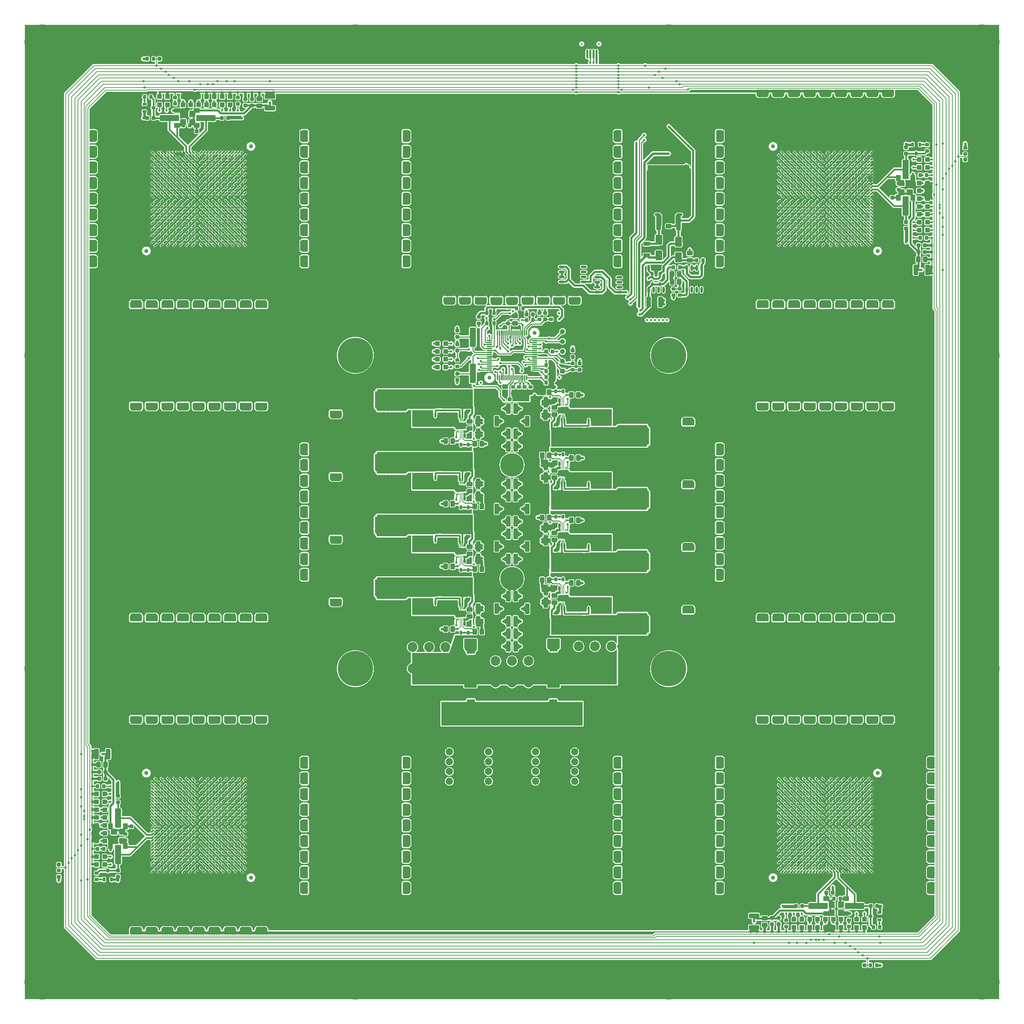
<source format=gtl>
%FSLAX44Y44*%
%MOMM*%
G71*
G01*
G75*
G04 Layer_Physical_Order=1*
G04 Layer_Color=191*
%ADD10O,1.5500X0.6000*%
G04:AMPARAMS|DCode=11|XSize=1.45mm|YSize=1.15mm|CornerRadius=0.2013mm|HoleSize=0mm|Usage=FLASHONLY|Rotation=180.000|XOffset=0mm|YOffset=0mm|HoleType=Round|Shape=RoundedRectangle|*
%AMROUNDEDRECTD11*
21,1,1.4500,0.7475,0,0,180.0*
21,1,1.0475,1.1500,0,0,180.0*
1,1,0.4025,-0.5238,0.3738*
1,1,0.4025,0.5238,0.3738*
1,1,0.4025,0.5238,-0.3738*
1,1,0.4025,-0.5238,-0.3738*
%
%ADD11ROUNDEDRECTD11*%
G04:AMPARAMS|DCode=12|XSize=2.7mm|YSize=1.15mm|CornerRadius=0.2013mm|HoleSize=0mm|Usage=FLASHONLY|Rotation=180.000|XOffset=0mm|YOffset=0mm|HoleType=Round|Shape=RoundedRectangle|*
%AMROUNDEDRECTD12*
21,1,2.7000,0.7475,0,0,180.0*
21,1,2.2975,1.1500,0,0,180.0*
1,1,0.4025,-1.1487,0.3738*
1,1,0.4025,1.1487,0.3738*
1,1,0.4025,1.1487,-0.3738*
1,1,0.4025,-1.1487,-0.3738*
%
%ADD12ROUNDEDRECTD12*%
G04:AMPARAMS|DCode=13|XSize=1mm|YSize=0.95mm|CornerRadius=0.1995mm|HoleSize=0mm|Usage=FLASHONLY|Rotation=180.000|XOffset=0mm|YOffset=0mm|HoleType=Round|Shape=RoundedRectangle|*
%AMROUNDEDRECTD13*
21,1,1.0000,0.5510,0,0,180.0*
21,1,0.6010,0.9500,0,0,180.0*
1,1,0.3990,-0.3005,0.2755*
1,1,0.3990,0.3005,0.2755*
1,1,0.3990,0.3005,-0.2755*
1,1,0.3990,-0.3005,-0.2755*
%
%ADD13ROUNDEDRECTD13*%
G04:AMPARAMS|DCode=14|XSize=1mm|YSize=0.9mm|CornerRadius=0.198mm|HoleSize=0mm|Usage=FLASHONLY|Rotation=90.000|XOffset=0mm|YOffset=0mm|HoleType=Round|Shape=RoundedRectangle|*
%AMROUNDEDRECTD14*
21,1,1.0000,0.5040,0,0,90.0*
21,1,0.6040,0.9000,0,0,90.0*
1,1,0.3960,0.2520,0.3020*
1,1,0.3960,0.2520,-0.3020*
1,1,0.3960,-0.2520,-0.3020*
1,1,0.3960,-0.2520,0.3020*
%
%ADD14ROUNDEDRECTD14*%
G04:AMPARAMS|DCode=15|XSize=4.9mm|YSize=1.6mm|CornerRadius=0.2mm|HoleSize=0mm|Usage=FLASHONLY|Rotation=180.000|XOffset=0mm|YOffset=0mm|HoleType=Round|Shape=RoundedRectangle|*
%AMROUNDEDRECTD15*
21,1,4.9000,1.2000,0,0,180.0*
21,1,4.5000,1.6000,0,0,180.0*
1,1,0.4000,-2.2500,0.6000*
1,1,0.4000,2.2500,0.6000*
1,1,0.4000,2.2500,-0.6000*
1,1,0.4000,-2.2500,-0.6000*
%
%ADD15ROUNDEDRECTD15*%
G04:AMPARAMS|DCode=16|XSize=1.05mm|YSize=0.65mm|CornerRadius=0.2015mm|HoleSize=0mm|Usage=FLASHONLY|Rotation=0.000|XOffset=0mm|YOffset=0mm|HoleType=Round|Shape=RoundedRectangle|*
%AMROUNDEDRECTD16*
21,1,1.0500,0.2470,0,0,0.0*
21,1,0.6470,0.6500,0,0,0.0*
1,1,0.4030,0.3235,-0.1235*
1,1,0.4030,-0.3235,-0.1235*
1,1,0.4030,-0.3235,0.1235*
1,1,0.4030,0.3235,0.1235*
%
%ADD16ROUNDEDRECTD16*%
G04:AMPARAMS|DCode=17|XSize=1mm|YSize=0.95mm|CornerRadius=0.1995mm|HoleSize=0mm|Usage=FLASHONLY|Rotation=270.000|XOffset=0mm|YOffset=0mm|HoleType=Round|Shape=RoundedRectangle|*
%AMROUNDEDRECTD17*
21,1,1.0000,0.5510,0,0,270.0*
21,1,0.6010,0.9500,0,0,270.0*
1,1,0.3990,-0.2755,-0.3005*
1,1,0.3990,-0.2755,0.3005*
1,1,0.3990,0.2755,0.3005*
1,1,0.3990,0.2755,-0.3005*
%
%ADD17ROUNDEDRECTD17*%
G04:AMPARAMS|DCode=18|XSize=1.6mm|YSize=1.25mm|CornerRadius=0.2mm|HoleSize=0mm|Usage=FLASHONLY|Rotation=0.000|XOffset=0mm|YOffset=0mm|HoleType=Round|Shape=RoundedRectangle|*
%AMROUNDEDRECTD18*
21,1,1.6000,0.8500,0,0,0.0*
21,1,1.2000,1.2500,0,0,0.0*
1,1,0.4000,0.6000,-0.4250*
1,1,0.4000,-0.6000,-0.4250*
1,1,0.4000,-0.6000,0.4250*
1,1,0.4000,0.6000,0.4250*
%
%ADD18ROUNDEDRECTD18*%
G04:AMPARAMS|DCode=19|XSize=1.45mm|YSize=1.15mm|CornerRadius=0.2013mm|HoleSize=0mm|Usage=FLASHONLY|Rotation=90.000|XOffset=0mm|YOffset=0mm|HoleType=Round|Shape=RoundedRectangle|*
%AMROUNDEDRECTD19*
21,1,1.4500,0.7475,0,0,90.0*
21,1,1.0475,1.1500,0,0,90.0*
1,1,0.4025,0.3738,0.5238*
1,1,0.4025,0.3738,-0.5238*
1,1,0.4025,-0.3738,-0.5238*
1,1,0.4025,-0.3738,0.5238*
%
%ADD19ROUNDEDRECTD19*%
G04:AMPARAMS|DCode=20|XSize=2.7mm|YSize=1.15mm|CornerRadius=0.2013mm|HoleSize=0mm|Usage=FLASHONLY|Rotation=90.000|XOffset=0mm|YOffset=0mm|HoleType=Round|Shape=RoundedRectangle|*
%AMROUNDEDRECTD20*
21,1,2.7000,0.7475,0,0,90.0*
21,1,2.2975,1.1500,0,0,90.0*
1,1,0.4025,0.3738,1.1487*
1,1,0.4025,0.3738,-1.1487*
1,1,0.4025,-0.3738,-1.1487*
1,1,0.4025,-0.3738,1.1487*
%
%ADD20ROUNDEDRECTD20*%
G04:AMPARAMS|DCode=21|XSize=1mm|YSize=0.9mm|CornerRadius=0.198mm|HoleSize=0mm|Usage=FLASHONLY|Rotation=0.000|XOffset=0mm|YOffset=0mm|HoleType=Round|Shape=RoundedRectangle|*
%AMROUNDEDRECTD21*
21,1,1.0000,0.5040,0,0,0.0*
21,1,0.6040,0.9000,0,0,0.0*
1,1,0.3960,0.3020,-0.2520*
1,1,0.3960,-0.3020,-0.2520*
1,1,0.3960,-0.3020,0.2520*
1,1,0.3960,0.3020,0.2520*
%
%ADD21ROUNDEDRECTD21*%
G04:AMPARAMS|DCode=22|XSize=4.9mm|YSize=1.6mm|CornerRadius=0.2mm|HoleSize=0mm|Usage=FLASHONLY|Rotation=90.000|XOffset=0mm|YOffset=0mm|HoleType=Round|Shape=RoundedRectangle|*
%AMROUNDEDRECTD22*
21,1,4.9000,1.2000,0,0,90.0*
21,1,4.5000,1.6000,0,0,90.0*
1,1,0.4000,0.6000,2.2500*
1,1,0.4000,0.6000,-2.2500*
1,1,0.4000,-0.6000,-2.2500*
1,1,0.4000,-0.6000,2.2500*
%
%ADD22ROUNDEDRECTD22*%
G04:AMPARAMS|DCode=23|XSize=1.05mm|YSize=0.65mm|CornerRadius=0.2015mm|HoleSize=0mm|Usage=FLASHONLY|Rotation=270.000|XOffset=0mm|YOffset=0mm|HoleType=Round|Shape=RoundedRectangle|*
%AMROUNDEDRECTD23*
21,1,1.0500,0.2470,0,0,270.0*
21,1,0.6470,0.6500,0,0,270.0*
1,1,0.4030,-0.1235,-0.3235*
1,1,0.4030,-0.1235,0.3235*
1,1,0.4030,0.1235,0.3235*
1,1,0.4030,0.1235,-0.3235*
%
%ADD23ROUNDEDRECTD23*%
G04:AMPARAMS|DCode=24|XSize=1.6mm|YSize=1.25mm|CornerRadius=0.2mm|HoleSize=0mm|Usage=FLASHONLY|Rotation=270.000|XOffset=0mm|YOffset=0mm|HoleType=Round|Shape=RoundedRectangle|*
%AMROUNDEDRECTD24*
21,1,1.6000,0.8500,0,0,270.0*
21,1,1.2000,1.2500,0,0,270.0*
1,1,0.4000,-0.4250,-0.6000*
1,1,0.4000,-0.4250,0.6000*
1,1,0.4000,0.4250,0.6000*
1,1,0.4000,0.4250,-0.6000*
%
%ADD24ROUNDEDRECTD24*%
G04:AMPARAMS|DCode=25|XSize=1.2mm|YSize=1.2mm|CornerRadius=0.198mm|HoleSize=0mm|Usage=FLASHONLY|Rotation=0.000|XOffset=0mm|YOffset=0mm|HoleType=Round|Shape=RoundedRectangle|*
%AMROUNDEDRECTD25*
21,1,1.2000,0.8040,0,0,0.0*
21,1,0.8040,1.2000,0,0,0.0*
1,1,0.3960,0.4020,-0.4020*
1,1,0.3960,-0.4020,-0.4020*
1,1,0.3960,-0.4020,0.4020*
1,1,0.3960,0.4020,0.4020*
%
%ADD25ROUNDEDRECTD25*%
G04:AMPARAMS|DCode=26|XSize=1.2mm|YSize=1.2mm|CornerRadius=0.198mm|HoleSize=0mm|Usage=FLASHONLY|Rotation=90.000|XOffset=0mm|YOffset=0mm|HoleType=Round|Shape=RoundedRectangle|*
%AMROUNDEDRECTD26*
21,1,1.2000,0.8040,0,0,90.0*
21,1,0.8040,1.2000,0,0,90.0*
1,1,0.3960,0.4020,0.4020*
1,1,0.3960,0.4020,-0.4020*
1,1,0.3960,-0.4020,-0.4020*
1,1,0.3960,-0.4020,0.4020*
%
%ADD26ROUNDEDRECTD26*%
G04:AMPARAMS|DCode=27|XSize=2.3mm|YSize=0.5mm|CornerRadius=0.2mm|HoleSize=0mm|Usage=FLASHONLY|Rotation=270.000|XOffset=0mm|YOffset=0mm|HoleType=Round|Shape=RoundedRectangle|*
%AMROUNDEDRECTD27*
21,1,2.3000,0.1000,0,0,270.0*
21,1,1.9000,0.5000,0,0,270.0*
1,1,0.4000,-0.0500,-0.9500*
1,1,0.4000,-0.0500,0.9500*
1,1,0.4000,0.0500,0.9500*
1,1,0.4000,0.0500,-0.9500*
%
%ADD27ROUNDEDRECTD27*%
G04:AMPARAMS|DCode=28|XSize=2.5mm|YSize=2mm|CornerRadius=0.2mm|HoleSize=0mm|Usage=FLASHONLY|Rotation=270.000|XOffset=0mm|YOffset=0mm|HoleType=Round|Shape=RoundedRectangle|*
%AMROUNDEDRECTD28*
21,1,2.5000,1.6000,0,0,270.0*
21,1,2.1000,2.0000,0,0,270.0*
1,1,0.4000,-0.8000,-1.0500*
1,1,0.4000,-0.8000,1.0500*
1,1,0.4000,0.8000,1.0500*
1,1,0.4000,0.8000,-1.0500*
%
%ADD28ROUNDEDRECTD28*%
%ADD29C,0.6000*%
G04:AMPARAMS|DCode=30|XSize=3.3mm|YSize=2.5mm|CornerRadius=0.2mm|HoleSize=0mm|Usage=FLASHONLY|Rotation=0.000|XOffset=0mm|YOffset=0mm|HoleType=Round|Shape=RoundedRectangle|*
%AMROUNDEDRECTD30*
21,1,3.3000,2.1000,0,0,0.0*
21,1,2.9000,2.5000,0,0,0.0*
1,1,0.4000,1.4500,-1.0500*
1,1,0.4000,-1.4500,-1.0500*
1,1,0.4000,-1.4500,1.0500*
1,1,0.4000,1.4500,1.0500*
%
%ADD30ROUNDEDRECTD30*%
%ADD31O,1.5000X0.3000*%
%ADD32O,0.3000X1.5000*%
%ADD33C,1.0000*%
%ADD34O,0.6000X1.5500*%
G04:AMPARAMS|DCode=35|XSize=6.45mm|YSize=6mm|CornerRadius=0.21mm|HoleSize=0mm|Usage=FLASHONLY|Rotation=90.000|XOffset=0mm|YOffset=0mm|HoleType=Round|Shape=RoundedRectangle|*
%AMROUNDEDRECTD35*
21,1,6.4500,5.5800,0,0,90.0*
21,1,6.0300,6.0000,0,0,90.0*
1,1,0.4200,2.7900,3.0150*
1,1,0.4200,2.7900,-3.0150*
1,1,0.4200,-2.7900,-3.0150*
1,1,0.4200,-2.7900,3.0150*
%
%ADD35ROUNDEDRECTD35*%
G04:AMPARAMS|DCode=36|XSize=2.85mm|YSize=1mm|CornerRadius=0.2mm|HoleSize=0mm|Usage=FLASHONLY|Rotation=90.000|XOffset=0mm|YOffset=0mm|HoleType=Round|Shape=RoundedRectangle|*
%AMROUNDEDRECTD36*
21,1,2.8500,0.6000,0,0,90.0*
21,1,2.4500,1.0000,0,0,90.0*
1,1,0.4000,0.3000,1.2250*
1,1,0.4000,0.3000,-1.2250*
1,1,0.4000,-0.3000,-1.2250*
1,1,0.4000,-0.3000,1.2250*
%
%ADD36ROUNDEDRECTD36*%
G04:AMPARAMS|DCode=37|XSize=11.3mm|YSize=10.75mm|CornerRadius=0.215mm|HoleSize=0mm|Usage=FLASHONLY|Rotation=90.000|XOffset=0mm|YOffset=0mm|HoleType=Round|Shape=RoundedRectangle|*
%AMROUNDEDRECTD37*
21,1,11.3000,10.3200,0,0,90.0*
21,1,10.8700,10.7500,0,0,90.0*
1,1,0.4300,5.1600,5.4350*
1,1,0.4300,5.1600,-5.4350*
1,1,0.4300,-5.1600,-5.4350*
1,1,0.4300,-5.1600,5.4350*
%
%ADD37ROUNDEDRECTD37*%
G04:AMPARAMS|DCode=38|XSize=3.95mm|YSize=1.2mm|CornerRadius=0.198mm|HoleSize=0mm|Usage=FLASHONLY|Rotation=90.000|XOffset=0mm|YOffset=0mm|HoleType=Round|Shape=RoundedRectangle|*
%AMROUNDEDRECTD38*
21,1,3.9500,0.8040,0,0,90.0*
21,1,3.5540,1.2000,0,0,90.0*
1,1,0.3960,0.4020,1.7770*
1,1,0.3960,0.4020,-1.7770*
1,1,0.3960,-0.4020,-1.7770*
1,1,0.3960,-0.4020,1.7770*
%
%ADD38ROUNDEDRECTD38*%
G04:AMPARAMS|DCode=39|XSize=1.1mm|YSize=0.6mm|CornerRadius=0.201mm|HoleSize=0mm|Usage=FLASHONLY|Rotation=270.000|XOffset=0mm|YOffset=0mm|HoleType=Round|Shape=RoundedRectangle|*
%AMROUNDEDRECTD39*
21,1,1.1000,0.1980,0,0,270.0*
21,1,0.6980,0.6000,0,0,270.0*
1,1,0.4020,-0.0990,-0.3490*
1,1,0.4020,-0.0990,0.3490*
1,1,0.4020,0.0990,0.3490*
1,1,0.4020,0.0990,-0.3490*
%
%ADD39ROUNDEDRECTD39*%
G04:AMPARAMS|DCode=40|XSize=1.35mm|YSize=1.65mm|CornerRadius=0.27mm|HoleSize=0mm|Usage=FLASHONLY|Rotation=180.000|XOffset=0mm|YOffset=0mm|HoleType=Round|Shape=RoundedRectangle|*
%AMROUNDEDRECTD40*
21,1,1.3500,1.1100,0,0,180.0*
21,1,0.8100,1.6500,0,0,180.0*
1,1,0.5400,-0.4050,0.5550*
1,1,0.5400,0.4050,0.5550*
1,1,0.5400,0.4050,-0.5550*
1,1,0.5400,-0.4050,-0.5550*
%
%ADD40ROUNDEDRECTD40*%
G04:AMPARAMS|DCode=41|XSize=0.7mm|YSize=0.25mm|CornerRadius=0.0838mm|HoleSize=0mm|Usage=FLASHONLY|Rotation=90.000|XOffset=0mm|YOffset=0mm|HoleType=Round|Shape=RoundedRectangle|*
%AMROUNDEDRECTD41*
21,1,0.7000,0.0825,0,0,90.0*
21,1,0.5325,0.2500,0,0,90.0*
1,1,0.1675,0.0413,0.2662*
1,1,0.1675,0.0413,-0.2662*
1,1,0.1675,-0.0413,-0.2662*
1,1,0.1675,-0.0413,0.2662*
%
%ADD41ROUNDEDRECTD41*%
G04:AMPARAMS|DCode=42|XSize=1.75mm|YSize=1.05mm|CornerRadius=0.1995mm|HoleSize=0mm|Usage=FLASHONLY|Rotation=0.000|XOffset=0mm|YOffset=0mm|HoleType=Round|Shape=RoundedRectangle|*
%AMROUNDEDRECTD42*
21,1,1.7500,0.6510,0,0,0.0*
21,1,1.3510,1.0500,0,0,0.0*
1,1,0.3990,0.6755,-0.3255*
1,1,0.3990,-0.6755,-0.3255*
1,1,0.3990,-0.6755,0.3255*
1,1,0.3990,0.6755,0.3255*
%
%ADD42ROUNDEDRECTD42*%
%ADD43O,0.5000X1.3500*%
%ADD44O,1.3500X0.5000*%
G04:AMPARAMS|DCode=45|XSize=6.5mm|YSize=5mm|CornerRadius=0.25mm|HoleSize=0mm|Usage=FLASHONLY|Rotation=180.000|XOffset=0mm|YOffset=0mm|HoleType=Round|Shape=RoundedRectangle|*
%AMROUNDEDRECTD45*
21,1,6.5000,4.5000,0,0,180.0*
21,1,6.0000,5.0000,0,0,180.0*
1,1,0.5000,-3.0000,2.2500*
1,1,0.5000,3.0000,2.2500*
1,1,0.5000,3.0000,-2.2500*
1,1,0.5000,-3.0000,-2.2500*
%
%ADD45ROUNDEDRECTD45*%
G04:AMPARAMS|DCode=46|XSize=2.5mm|YSize=1.7mm|CornerRadius=0.204mm|HoleSize=0mm|Usage=FLASHONLY|Rotation=270.000|XOffset=0mm|YOffset=0mm|HoleType=Round|Shape=RoundedRectangle|*
%AMROUNDEDRECTD46*
21,1,2.5000,1.2920,0,0,270.0*
21,1,2.0920,1.7000,0,0,270.0*
1,1,0.4080,-0.6460,-1.0460*
1,1,0.4080,-0.6460,1.0460*
1,1,0.4080,0.6460,1.0460*
1,1,0.4080,0.6460,-1.0460*
%
%ADD46ROUNDEDRECTD46*%
G04:AMPARAMS|DCode=47|XSize=1.1mm|YSize=0.8mm|CornerRadius=0.268mm|HoleSize=0mm|Usage=FLASHONLY|Rotation=90.000|XOffset=0mm|YOffset=0mm|HoleType=Round|Shape=RoundedRectangle|*
%AMROUNDEDRECTD47*
21,1,1.1000,0.2640,0,0,90.0*
21,1,0.5640,0.8000,0,0,90.0*
1,1,0.5360,0.1320,0.2820*
1,1,0.5360,0.1320,-0.2820*
1,1,0.5360,-0.1320,-0.2820*
1,1,0.5360,-0.1320,0.2820*
%
%ADD47ROUNDEDRECTD47*%
%ADD48C,1.3000*%
%ADD49R,1.3000X1.3000*%
G04:AMPARAMS|DCode=50|XSize=1.4mm|YSize=1.2mm|CornerRadius=0.198mm|HoleSize=0mm|Usage=FLASHONLY|Rotation=90.000|XOffset=0mm|YOffset=0mm|HoleType=Round|Shape=RoundedRectangle|*
%AMROUNDEDRECTD50*
21,1,1.4000,0.8040,0,0,90.0*
21,1,1.0040,1.2000,0,0,90.0*
1,1,0.3960,0.4020,0.5020*
1,1,0.3960,0.4020,-0.5020*
1,1,0.3960,-0.4020,-0.5020*
1,1,0.3960,-0.4020,0.5020*
%
%ADD50ROUNDEDRECTD50*%
G04:AMPARAMS|DCode=51|XSize=1.1mm|YSize=1mm|CornerRadius=0.165mm|HoleSize=0mm|Usage=FLASHONLY|Rotation=90.000|XOffset=0mm|YOffset=0mm|HoleType=Round|Shape=RoundedRectangle|*
%AMROUNDEDRECTD51*
21,1,1.1000,0.6700,0,0,90.0*
21,1,0.7700,1.0000,0,0,90.0*
1,1,0.3300,0.3350,0.3850*
1,1,0.3300,0.3350,-0.3850*
1,1,0.3300,-0.3350,-0.3850*
1,1,0.3300,-0.3350,0.3850*
%
%ADD51ROUNDEDRECTD51*%
G04:AMPARAMS|DCode=52|XSize=1.6mm|YSize=1.5mm|CornerRadius=0.2475mm|HoleSize=0mm|Usage=FLASHONLY|Rotation=90.000|XOffset=0mm|YOffset=0mm|HoleType=Round|Shape=RoundedRectangle|*
%AMROUNDEDRECTD52*
21,1,1.6000,1.0050,0,0,90.0*
21,1,1.1050,1.5000,0,0,90.0*
1,1,0.4950,0.5025,0.5525*
1,1,0.4950,0.5025,-0.5525*
1,1,0.4950,-0.5025,-0.5525*
1,1,0.4950,-0.5025,0.5525*
%
%ADD52ROUNDEDRECTD52*%
G04:AMPARAMS|DCode=53|XSize=1.4mm|YSize=1.2mm|CornerRadius=0.198mm|HoleSize=0mm|Usage=FLASHONLY|Rotation=180.000|XOffset=0mm|YOffset=0mm|HoleType=Round|Shape=RoundedRectangle|*
%AMROUNDEDRECTD53*
21,1,1.4000,0.8040,0,0,180.0*
21,1,1.0040,1.2000,0,0,180.0*
1,1,0.3960,-0.5020,0.4020*
1,1,0.3960,0.5020,0.4020*
1,1,0.3960,0.5020,-0.4020*
1,1,0.3960,-0.5020,-0.4020*
%
%ADD53ROUNDEDRECTD53*%
G04:AMPARAMS|DCode=54|XSize=1.1mm|YSize=1mm|CornerRadius=0.165mm|HoleSize=0mm|Usage=FLASHONLY|Rotation=180.000|XOffset=0mm|YOffset=0mm|HoleType=Round|Shape=RoundedRectangle|*
%AMROUNDEDRECTD54*
21,1,1.1000,0.6700,0,0,180.0*
21,1,0.7700,1.0000,0,0,180.0*
1,1,0.3300,-0.3850,0.3350*
1,1,0.3300,0.3850,0.3350*
1,1,0.3300,0.3850,-0.3350*
1,1,0.3300,-0.3850,-0.3350*
%
%ADD54ROUNDEDRECTD54*%
G04:AMPARAMS|DCode=55|XSize=1.6mm|YSize=1.5mm|CornerRadius=0.2475mm|HoleSize=0mm|Usage=FLASHONLY|Rotation=180.000|XOffset=0mm|YOffset=0mm|HoleType=Round|Shape=RoundedRectangle|*
%AMROUNDEDRECTD55*
21,1,1.6000,1.0050,0,0,180.0*
21,1,1.1050,1.5000,0,0,180.0*
1,1,0.4950,-0.5525,0.5025*
1,1,0.4950,0.5525,0.5025*
1,1,0.4950,0.5525,-0.5025*
1,1,0.4950,-0.5525,-0.5025*
%
%ADD55ROUNDEDRECTD55*%
%ADD56C,0.4500*%
%ADD57C,0.5000*%
%ADD58C,0.6000*%
%ADD59C,0.2000*%
%ADD60C,0.2500*%
%ADD61C,0.4500*%
%ADD62C,0.3500*%
%ADD63C,0.3000*%
%ADD64C,0.4000*%
%ADD65C,0.2540*%
%ADD66C,6.0000*%
%ADD67C,0.5000*%
%ADD68C,9.0000*%
%ADD69C,2.5000*%
%ADD70C,1.8500*%
G36*
X2493607Y6393D02*
X6393D01*
Y2493607D01*
X2493607D01*
Y6393D01*
D02*
G37*
%LPC*%
G36*
X2183520Y100078D02*
X2178480D01*
X2176927Y99769D01*
X2175611Y98889D01*
X2174731Y97573D01*
X2174422Y96020D01*
Y89980D01*
X2174731Y88427D01*
X2175611Y87111D01*
X2176927Y86231D01*
X2178480Y85922D01*
X2183520D01*
X2185073Y86231D01*
X2186048Y86882D01*
X2191000D01*
X2193341Y87348D01*
X2195326Y88674D01*
X2196652Y90659D01*
X2197118Y93000D01*
X2196652Y95341D01*
X2195326Y97326D01*
X2193341Y98652D01*
X2191000Y99117D01*
X2186048D01*
X2185073Y99769D01*
X2183520Y100078D01*
D02*
G37*
G36*
X2407000Y2197117D02*
X2404659Y2196652D01*
X2402674Y2195326D01*
X2401348Y2193341D01*
X2400882Y2191000D01*
Y2185048D01*
X2400231Y2184073D01*
X2399922Y2182520D01*
Y2177480D01*
X2400231Y2175927D01*
X2401110Y2174611D01*
X2402427Y2173731D01*
X2403980Y2173422D01*
X2410020D01*
X2411573Y2173731D01*
X2412889Y2174611D01*
X2413769Y2175927D01*
X2414078Y2177480D01*
Y2182520D01*
X2413769Y2184073D01*
X2413117Y2185048D01*
Y2191000D01*
X2412652Y2193341D01*
X2411325Y2195326D01*
X2409341Y2196652D01*
X2407000Y2197117D01*
D02*
G37*
G36*
X96020Y325578D02*
X89980D01*
X88427Y325269D01*
X87111Y324389D01*
X86231Y323073D01*
X85922Y321520D01*
Y316480D01*
X86231Y314927D01*
X86882Y313952D01*
Y309000D01*
X87348Y306659D01*
X88674Y304674D01*
X90659Y303348D01*
X93000Y302882D01*
X95341Y303348D01*
X97326Y304674D01*
X98652Y306659D01*
X99117Y309000D01*
Y313952D01*
X99769Y314927D01*
X100078Y316480D01*
Y321520D01*
X99769Y323073D01*
X98889Y324389D01*
X97573Y325269D01*
X96020Y325578D01*
D02*
G37*
G36*
X1472000Y2451556D02*
X1470303Y2451333D01*
X1468722Y2450678D01*
X1467364Y2449636D01*
X1466322Y2448278D01*
X1465667Y2446697D01*
X1465444Y2445000D01*
X1465667Y2443303D01*
X1466322Y2441722D01*
X1467364Y2440364D01*
X1468722Y2439322D01*
X1470303Y2438667D01*
X1472000Y2438444D01*
X1473697Y2438667D01*
X1475278Y2439322D01*
X1476636Y2440364D01*
X1477678Y2441722D01*
X1478333Y2443303D01*
X1478556Y2445000D01*
X1478333Y2446697D01*
X1477678Y2448278D01*
X1476636Y2449636D01*
X1475278Y2450678D01*
X1473697Y2451333D01*
X1472000Y2451556D01*
D02*
G37*
G36*
X1428000D02*
X1426303Y2451333D01*
X1424722Y2450678D01*
X1423364Y2449636D01*
X1422322Y2448278D01*
X1421667Y2446697D01*
X1421444Y2445000D01*
X1421667Y2443303D01*
X1422322Y2441722D01*
X1423364Y2440364D01*
X1424722Y2439322D01*
X1426303Y2438667D01*
X1428000Y2438444D01*
X1429697Y2438667D01*
X1431278Y2439322D01*
X1432636Y2440364D01*
X1433678Y2441722D01*
X1434333Y2443303D01*
X1434556Y2445000D01*
X1434333Y2446697D01*
X1433678Y2448278D01*
X1432636Y2449636D01*
X1431278Y2450678D01*
X1429697Y2451333D01*
X1428000Y2451556D01*
D02*
G37*
G36*
X1466500Y2432578D02*
X1465500D01*
X1463939Y2432268D01*
X1462616Y2431384D01*
X1462000Y2430462D01*
X1461384Y2431384D01*
X1460061Y2432268D01*
X1458500Y2432578D01*
X1457500D01*
X1455939Y2432268D01*
X1454616Y2431384D01*
X1454000Y2430462D01*
X1453384Y2431384D01*
X1452061Y2432268D01*
X1450500Y2432578D01*
X1449500D01*
X1447939Y2432268D01*
X1446616Y2431384D01*
X1446000Y2430462D01*
X1445384Y2431384D01*
X1444061Y2432268D01*
X1442500Y2432578D01*
X1441500D01*
X1439939Y2432268D01*
X1438616Y2431384D01*
X1437732Y2430061D01*
X1437422Y2428500D01*
Y2409500D01*
X1437732Y2407939D01*
X1438616Y2406616D01*
X1439939Y2405732D01*
X1441500Y2405422D01*
X1442500D01*
X1444061Y2405732D01*
X1445384Y2406616D01*
X1445667Y2407040D01*
Y2401315D01*
X1444348Y2399341D01*
X1443882Y2397000D01*
X1444348Y2394659D01*
X1444736Y2394078D01*
X1418491D01*
X1418326Y2394326D01*
X1416341Y2395652D01*
X1414000Y2396118D01*
X1411659Y2395652D01*
X1409674Y2394326D01*
X1409509Y2394078D01*
X346491D01*
X346326Y2394326D01*
X346078Y2394491D01*
Y2400154D01*
X347245Y2399922D01*
X352755D01*
X354314Y2400232D01*
X355635Y2401115D01*
X356518Y2402436D01*
X356828Y2403995D01*
Y2410005D01*
X356518Y2411564D01*
X355635Y2412885D01*
X354314Y2413768D01*
X352755Y2414078D01*
X347245D01*
X345686Y2413768D01*
X344365Y2412885D01*
X343482Y2411564D01*
X343385Y2411078D01*
X342000D01*
X342000D01*
X342000D01*
X341367D01*
X341269Y2411573D01*
X340389Y2412889D01*
X339073Y2413769D01*
X337520Y2414078D01*
X332480D01*
X330927Y2413769D01*
X329611Y2412889D01*
X328731Y2411573D01*
X328422Y2410020D01*
Y2403980D01*
X328731Y2402427D01*
X329611Y2401111D01*
X330927Y2400231D01*
X332480Y2399922D01*
X337520D01*
X337922Y2400002D01*
Y2394491D01*
X337674Y2394326D01*
X337509Y2394078D01*
X182000D01*
X182000Y2394078D01*
X180698Y2393819D01*
X180439Y2393768D01*
X179116Y2392884D01*
X179116Y2392884D01*
X107116Y2320884D01*
X106232Y2319561D01*
X106181Y2319302D01*
X105922Y2318000D01*
X105922Y2318000D01*
Y346491D01*
X105674Y346326D01*
X105509Y346078D01*
X99846D01*
X100078Y347245D01*
Y352755D01*
X99768Y354314D01*
X98885Y355635D01*
X97564Y356518D01*
X96005Y356828D01*
X89995D01*
X88436Y356518D01*
X87115Y355635D01*
X86232Y354314D01*
X85922Y352755D01*
Y347245D01*
X86232Y345686D01*
X87115Y344365D01*
X88436Y343482D01*
X88922Y343385D01*
Y342000D01*
Y342000D01*
Y342000D01*
Y341367D01*
X88427Y341269D01*
X87111Y340389D01*
X86231Y339073D01*
X85922Y337520D01*
Y332480D01*
X86231Y330927D01*
X87111Y329611D01*
X88427Y328731D01*
X89980Y328422D01*
X96020D01*
X97573Y328731D01*
X98889Y329611D01*
X99769Y330927D01*
X100078Y332480D01*
Y337520D01*
X99998Y337922D01*
X105509D01*
X105674Y337674D01*
X105922Y337509D01*
Y190000D01*
X105922Y190000D01*
X106181Y188698D01*
X106232Y188439D01*
X107116Y187116D01*
X187116Y107116D01*
X188439Y106232D01*
X188698Y106181D01*
X190000Y105922D01*
X190000Y105922D01*
X2153509D01*
X2153674Y105674D01*
X2153922Y105509D01*
Y99846D01*
X2152755Y100078D01*
X2147245D01*
X2145686Y99768D01*
X2144365Y98885D01*
X2143482Y97564D01*
X2143172Y96005D01*
Y89995D01*
X2143482Y88436D01*
X2144365Y87115D01*
X2145686Y86232D01*
X2147245Y85922D01*
X2152755D01*
X2154314Y86232D01*
X2155635Y87115D01*
X2156518Y88436D01*
X2156615Y88922D01*
X2158000D01*
X2158000Y88922D01*
X2158000D01*
X2158000D01*
X2158000Y88922D01*
X2158633D01*
X2158731Y88427D01*
X2159611Y87111D01*
X2160927Y86231D01*
X2162480Y85922D01*
X2167520D01*
X2169073Y86231D01*
X2170389Y87111D01*
X2171269Y88427D01*
X2171578Y89980D01*
Y96020D01*
X2171269Y97573D01*
X2170389Y98889D01*
X2169073Y99769D01*
X2167520Y100078D01*
X2162480D01*
X2162078Y99998D01*
Y105509D01*
X2162326Y105674D01*
X2162491Y105922D01*
X2318250D01*
X2319811Y106232D01*
X2321134Y107116D01*
X2321637Y107870D01*
X2392884Y179116D01*
X2393768Y180439D01*
X2394078Y182000D01*
Y2153509D01*
X2394325Y2153674D01*
X2394491Y2153922D01*
X2400154D01*
X2399922Y2152755D01*
Y2147245D01*
X2400232Y2145686D01*
X2401115Y2144365D01*
X2402436Y2143482D01*
X2403995Y2143172D01*
X2410005D01*
X2411564Y2143482D01*
X2412885Y2144365D01*
X2413768Y2145686D01*
X2414078Y2147245D01*
Y2152755D01*
X2413768Y2154314D01*
X2412885Y2155635D01*
X2411564Y2156518D01*
X2411078Y2156615D01*
Y2157632D01*
X2411573Y2157731D01*
X2412889Y2158611D01*
X2413769Y2159927D01*
X2414078Y2161480D01*
Y2166520D01*
X2413769Y2168073D01*
X2412889Y2169389D01*
X2411573Y2170269D01*
X2410020Y2170578D01*
X2403980D01*
X2402427Y2170269D01*
X2401110Y2169389D01*
X2400231Y2168073D01*
X2399922Y2166520D01*
Y2162078D01*
X2394491D01*
X2394325Y2162326D01*
X2394078Y2162491D01*
Y2322000D01*
X2393768Y2323561D01*
X2392884Y2324884D01*
X2392884Y2324884D01*
X2324884Y2392884D01*
X2323561Y2393768D01*
X2322000Y2394078D01*
X2322000Y2394078D01*
X1594491D01*
X1594326Y2394326D01*
X1592341Y2395652D01*
X1590000Y2396118D01*
X1587659Y2395652D01*
X1585674Y2394326D01*
X1585509Y2394078D01*
X1526491D01*
X1526326Y2394326D01*
X1524341Y2395652D01*
X1522000Y2396118D01*
X1519659Y2395652D01*
X1517674Y2394326D01*
X1517509Y2394078D01*
X1471264D01*
X1471652Y2394659D01*
X1472117Y2397000D01*
X1471652Y2399341D01*
X1471608Y2399407D01*
Y2419000D01*
X1471181Y2421146D01*
X1470578Y2422048D01*
Y2428500D01*
X1470268Y2430061D01*
X1469384Y2431384D01*
X1468061Y2432268D01*
X1466500Y2432578D01*
D02*
G37*
G36*
X321520Y2414078D02*
X316480D01*
X314927Y2413769D01*
X313952Y2413118D01*
X309000D01*
X306659Y2412652D01*
X304674Y2411326D01*
X303348Y2409341D01*
X302882Y2407000D01*
X303348Y2404659D01*
X304674Y2402674D01*
X306659Y2401348D01*
X309000Y2400882D01*
X313952D01*
X314927Y2400231D01*
X316480Y2399922D01*
X321520D01*
X323073Y2400231D01*
X324389Y2401111D01*
X325269Y2402427D01*
X325578Y2403980D01*
Y2410020D01*
X325269Y2411573D01*
X324389Y2412889D01*
X323073Y2413769D01*
X321520Y2414078D01*
D02*
G37*
%LPD*%
G36*
X2310879Y1953888D02*
X2311184Y1953684D01*
X2311473Y1953252D01*
X2311490Y1953163D01*
X2311658Y1952912D01*
X2311773Y1952634D01*
X2311986Y1952421D01*
X2312154Y1952170D01*
X2312404Y1952003D01*
X2312617Y1951790D01*
X2312896Y1951675D01*
X2313146Y1951507D01*
X2313441Y1951449D01*
X2313720Y1951333D01*
X2314021D01*
X2314317Y1951274D01*
X2317685D01*
X2317981Y1951333D01*
X2318282Y1951333D01*
X2318560Y1951449D01*
X2318856Y1951507D01*
X2319106Y1951675D01*
X2319384Y1951790D01*
X2320852Y1952771D01*
X2322000Y1952999D01*
X2323325Y1952735D01*
X2323626D01*
X2323922Y1952676D01*
Y1857323D01*
X2323626Y1857265D01*
X2323325D01*
X2321699Y1856941D01*
X2317806D01*
X2317511Y1856882D01*
X2317209Y1856882D01*
X2316931Y1856767D01*
X2316635Y1856708D01*
X2316385Y1856541D01*
X2316107Y1856426D01*
X2315894Y1856213D01*
X2315643Y1856045D01*
X2315553Y1855910D01*
X2315110Y1855614D01*
X2314436Y1855480D01*
X2307564D01*
X2306890Y1855614D01*
X2306575Y1855825D01*
X2306364Y1856140D01*
X2306230Y1856814D01*
Y1879186D01*
X2306364Y1879860D01*
X2306575Y1880175D01*
X2306890Y1880386D01*
X2307564Y1880520D01*
X2314436D01*
X2315110Y1880386D01*
X2315876Y1879874D01*
X2315967Y1879783D01*
X2316246Y1879667D01*
X2316496Y1879500D01*
X2316792Y1879441D01*
X2317070Y1879326D01*
X2317371Y1879326D01*
X2317667Y1879267D01*
X2317962Y1879326D01*
X2318263Y1879326D01*
X2318542Y1879441D01*
X2318837Y1879500D01*
X2319088Y1879667D01*
X2319366Y1879783D01*
X2319579Y1879996D01*
X2319830Y1880163D01*
X2319997Y1880414D01*
X2320210Y1880626D01*
X2320325Y1880905D01*
X2320493Y1881155D01*
X2320551Y1881451D01*
X2320667Y1881729D01*
X2320667Y1882030D01*
X2320726Y1882326D01*
Y1888882D01*
X2320493Y1890053D01*
X2319830Y1891045D01*
X2318837Y1891708D01*
X2317667Y1891941D01*
X2312654D01*
X2312358Y1891882D01*
X2312057D01*
X2311779Y1891767D01*
X2311483Y1891708D01*
X2311233Y1891541D01*
X2310954Y1891426D01*
X2310741Y1891213D01*
X2310491Y1891045D01*
X2310323Y1890795D01*
X2310110Y1890582D01*
X2309995Y1890303D01*
X2309828Y1890053D01*
X2309769Y1889758D01*
X2309654Y1889479D01*
X2309636Y1889390D01*
X2309425Y1889075D01*
X2309110Y1888864D01*
X2308436Y1888730D01*
X2301564D01*
X2300890Y1888864D01*
X2300575Y1889075D01*
X2300364Y1889390D01*
X2300230Y1890064D01*
Y1899936D01*
X2300364Y1900610D01*
X2300575Y1900925D01*
X2300890Y1901136D01*
X2301564Y1901270D01*
X2308436D01*
X2309110Y1901136D01*
X2309425Y1900925D01*
X2309636Y1900610D01*
X2309654Y1900521D01*
X2309769Y1900242D01*
X2309828Y1899947D01*
X2309995Y1899697D01*
X2310110Y1899418D01*
X2310323Y1899205D01*
X2310491Y1898955D01*
X2310741Y1898787D01*
X2310954Y1898574D01*
X2311233Y1898459D01*
X2311483Y1898292D01*
X2311779Y1898233D01*
X2312057Y1898118D01*
X2312358D01*
X2312654Y1898059D01*
X2317667D01*
X2318837Y1898292D01*
X2319830Y1898955D01*
X2320493Y1899947D01*
X2320726Y1901118D01*
Y1907870D01*
X2320493Y1909040D01*
X2319830Y1910032D01*
X2318837Y1910695D01*
X2317667Y1910928D01*
X2309268D01*
X2308973Y1910869D01*
X2308671Y1910869D01*
X2308393Y1910754D01*
X2308098Y1910695D01*
X2307847Y1910528D01*
X2307569Y1910413D01*
X2307120Y1910113D01*
X2306454Y1909980D01*
X2301546D01*
X2300880Y1910113D01*
X2300570Y1910320D01*
X2300363Y1910630D01*
X2300231Y1911296D01*
Y1916704D01*
X2300363Y1917370D01*
X2300570Y1917680D01*
X2300880Y1917887D01*
X2301546Y1918020D01*
X2306454D01*
X2307120Y1917887D01*
X2307608Y1917561D01*
X2307886Y1917446D01*
X2308136Y1917279D01*
X2308432Y1917220D01*
X2308710Y1917105D01*
X2309011Y1917105D01*
X2309307Y1917046D01*
X2317667D01*
X2318837Y1917279D01*
X2319830Y1917942D01*
X2320493Y1918934D01*
X2320726Y1920105D01*
Y1924883D01*
X2320493Y1926053D01*
X2319830Y1927045D01*
X2318837Y1927708D01*
X2317667Y1927941D01*
X2309289D01*
X2308993Y1927883D01*
X2308692Y1927882D01*
X2308414Y1927767D01*
X2308118Y1927708D01*
X2307868Y1927541D01*
X2307589Y1927426D01*
X2307120Y1927112D01*
X2306454Y1926980D01*
X2301546D01*
X2300880Y1927112D01*
X2300570Y1927319D01*
X2300363Y1927629D01*
X2300231Y1928295D01*
Y1933703D01*
X2300363Y1934370D01*
X2300570Y1934679D01*
X2300880Y1934886D01*
X2301546Y1935019D01*
X2306454D01*
X2307120Y1934886D01*
X2307587Y1934574D01*
X2307865Y1934459D01*
X2308116Y1934292D01*
X2308411Y1934233D01*
X2308690Y1934117D01*
X2308991D01*
X2309286Y1934059D01*
X2317667D01*
X2318837Y1934292D01*
X2319830Y1934955D01*
X2320493Y1935947D01*
X2320726Y1937117D01*
Y1945667D01*
X2320493Y1946837D01*
X2319830Y1947830D01*
X2318837Y1948493D01*
X2317667Y1948725D01*
X2314317D01*
X2314021Y1948667D01*
X2313720D01*
X2313441Y1948551D01*
X2313146Y1948493D01*
X2312896Y1948325D01*
X2312617Y1948210D01*
X2312404Y1947997D01*
X2312154Y1947830D01*
X2311986Y1947579D01*
X2311773Y1947366D01*
X2311658Y1947088D01*
X2311490Y1946837D01*
X2311473Y1946748D01*
X2311184Y1946316D01*
X2310879Y1946112D01*
X2310219Y1945981D01*
X2305781D01*
X2305120Y1946112D01*
X2304816Y1946316D01*
X2304612Y1946620D01*
X2304480Y1947281D01*
Y1952719D01*
X2304612Y1953379D01*
X2304816Y1953684D01*
X2305120Y1953888D01*
X2305781Y1954019D01*
X2310219D01*
X2310879Y1953888D01*
D02*
G37*
G36*
X186148Y2184771D02*
X187120Y2184120D01*
X187448Y2183630D01*
X187448Y2183630D01*
X188292Y2182786D01*
X188868Y2182547D01*
X189425Y2182175D01*
X189636Y2181860D01*
X189770Y2181186D01*
Y2158814D01*
X189636Y2158140D01*
X189425Y2157825D01*
X188868Y2157453D01*
X188292Y2157214D01*
X187448Y2156370D01*
X187448Y2156370D01*
X187120Y2155880D01*
X186148Y2155229D01*
X184699Y2154941D01*
X174301D01*
X172852Y2155229D01*
X172778Y2155279D01*
X172499Y2155395D01*
X172249Y2155562D01*
X171954Y2155621D01*
X171675Y2155736D01*
X171374D01*
X171078Y2155795D01*
Y2184205D01*
X171374Y2184264D01*
X171675D01*
X171954Y2184379D01*
X172249Y2184438D01*
X172499Y2184605D01*
X172778Y2184721D01*
X172852Y2184771D01*
X174301Y2185059D01*
X184699D01*
X186148Y2184771D01*
D02*
G37*
G36*
X2091731Y233377D02*
X2091918Y233252D01*
X2092214Y233193D01*
X2092492Y233078D01*
X2092793D01*
X2093089Y233019D01*
X2093719D01*
X2094496Y232865D01*
X2094926Y232686D01*
X2095383Y232497D01*
X2096078Y232359D01*
X2096546Y232046D01*
X2096825Y231629D01*
X2097038Y231416D01*
X2097205Y231166D01*
X2097456Y230998D01*
X2097669Y230785D01*
X2097947Y230670D01*
X2098197Y230502D01*
X2098493Y230444D01*
X2098771Y230328D01*
X2099073D01*
X2099368Y230270D01*
X2108699D01*
X2109367Y230137D01*
X2109679Y229929D01*
X2110020Y229418D01*
X2110233Y229205D01*
X2110400Y228955D01*
X2110651Y228787D01*
X2110863Y228574D01*
X2111142Y228459D01*
X2111392Y228292D01*
X2111688Y228233D01*
X2111966Y228118D01*
X2112267D01*
X2112563Y228059D01*
X2112699D01*
X2114148Y227771D01*
X2115121Y227120D01*
X2115771Y226148D01*
X2115999Y225000D01*
X2115771Y223852D01*
X2115121Y222880D01*
X2114148Y222229D01*
X2112699Y221941D01*
X2112563D01*
X2112267Y221882D01*
X2111966D01*
X2111688Y221767D01*
X2111392Y221708D01*
X2111142Y221541D01*
X2110863Y221426D01*
X2110651Y221213D01*
X2110400Y221045D01*
X2110233Y220795D01*
X2110020Y220582D01*
X2109679Y220071D01*
X2109367Y219863D01*
X2108699Y219730D01*
X2097369D01*
X2097074Y219672D01*
X2096772D01*
X2096494Y219556D01*
X2096198Y219498D01*
X2095948Y219330D01*
X2095670Y219215D01*
X2095457Y219002D01*
X2095206Y218834D01*
X2095039Y218584D01*
X2094865Y218410D01*
X2094020Y218578D01*
X2085980D01*
X2085262Y218435D01*
X2085245Y218477D01*
X2084401Y219321D01*
X2083454Y219954D01*
X2083141Y220422D01*
X2082971Y221276D01*
Y231025D01*
X2082981Y231074D01*
Y232020D01*
D01*
X2082987Y232052D01*
Y232549D01*
X2083093Y233081D01*
X2083224Y233276D01*
X2083419Y233407D01*
X2083951Y233513D01*
X2091049D01*
X2091731Y233377D01*
D02*
G37*
G36*
X2327148Y624771D02*
X2327222Y624721D01*
X2327501Y624605D01*
X2327751Y624438D01*
X2328047Y624379D01*
X2328325Y624264D01*
X2328626Y624264D01*
X2328922Y624205D01*
Y595795D01*
X2328626Y595736D01*
X2328325Y595736D01*
X2328047Y595621D01*
X2327751Y595562D01*
X2327501Y595395D01*
X2327222Y595279D01*
X2327148Y595229D01*
X2325699Y594941D01*
X2315301D01*
X2313852Y595229D01*
X2312879Y595880D01*
X2312552Y596370D01*
X2312552Y596370D01*
X2311708Y597214D01*
X2311132Y597453D01*
X2310575Y597825D01*
X2310364Y598140D01*
X2310230Y598814D01*
Y621186D01*
X2310364Y621860D01*
X2310575Y622175D01*
X2311132Y622547D01*
X2311708Y622786D01*
X2312552Y623630D01*
X2312552Y623630D01*
X2312879Y624120D01*
X2313852Y624771D01*
X2315301Y625059D01*
X2325699D01*
X2327148Y624771D01*
D02*
G37*
G36*
Y344771D02*
X2327222Y344721D01*
X2327501Y344605D01*
X2327751Y344438D01*
X2328047Y344379D01*
X2328325Y344264D01*
X2328626Y344264D01*
X2328922Y344205D01*
Y315795D01*
X2328626Y315736D01*
X2328325Y315736D01*
X2328047Y315621D01*
X2327751Y315562D01*
X2327501Y315395D01*
X2327222Y315279D01*
X2327148Y315229D01*
X2325699Y314941D01*
X2315301D01*
X2313852Y315229D01*
X2312879Y315879D01*
X2312552Y316370D01*
X2312552Y316370D01*
X2311708Y317214D01*
X2311132Y317453D01*
X2310575Y317825D01*
X2310364Y318140D01*
X2310230Y318814D01*
Y341186D01*
X2310364Y341860D01*
X2310575Y342175D01*
X2311132Y342547D01*
X2311708Y342786D01*
X2312552Y343630D01*
X2312552Y343630D01*
X2312879Y344120D01*
X2313852Y344771D01*
X2315301Y345059D01*
X2325699D01*
X2327148Y344771D01*
D02*
G37*
G36*
Y544771D02*
X2327222Y544721D01*
X2327501Y544605D01*
X2327751Y544438D01*
X2328047Y544379D01*
X2328325Y544264D01*
X2328626Y544264D01*
X2328922Y544205D01*
Y515795D01*
X2328626Y515736D01*
X2328325Y515736D01*
X2328047Y515621D01*
X2327751Y515562D01*
X2327501Y515395D01*
X2327222Y515279D01*
X2327148Y515229D01*
X2325699Y514941D01*
X2315301D01*
X2313852Y515229D01*
X2312879Y515880D01*
X2312552Y516370D01*
X2312552Y516370D01*
X2311708Y517214D01*
X2311132Y517453D01*
X2310575Y517825D01*
X2310364Y518140D01*
X2310230Y518814D01*
Y541186D01*
X2310364Y541860D01*
X2310575Y542175D01*
X2311132Y542547D01*
X2311708Y542786D01*
X2312552Y543630D01*
X2312552Y543630D01*
X2312879Y544120D01*
X2313852Y544771D01*
X2315301Y545059D01*
X2325699D01*
X2327148Y544771D01*
D02*
G37*
G36*
X2259370Y1977637D02*
X2260175Y1977099D01*
X2260193Y1977081D01*
X2260471Y1976966D01*
X2260722Y1976799D01*
X2261017Y1976740D01*
X2261296Y1976625D01*
X2261597Y1976625D01*
X2261892Y1976566D01*
Y1940926D01*
X2261597Y1940867D01*
X2261295D01*
X2261017Y1940752D01*
X2260722Y1940693D01*
X2260471Y1940526D01*
X2260193Y1940411D01*
X2259980Y1940198D01*
X2259729Y1940030D01*
X2259562Y1939780D01*
X2259349Y1939567D01*
X2259234Y1939288D01*
X2259066Y1939038D01*
X2259008Y1938743D01*
X2258892Y1938464D01*
X2258771Y1937852D01*
X2258121Y1936879D01*
X2257148Y1936229D01*
X2256000Y1936001D01*
X2254852Y1936229D01*
X2253880Y1936879D01*
X2253229Y1937852D01*
X2252941Y1939301D01*
Y1968712D01*
X2252882Y1969008D01*
Y1969309D01*
X2252767Y1969588D01*
X2252708Y1969883D01*
X2252541Y1970134D01*
X2252426Y1970412D01*
X2252113Y1970880D01*
X2251980Y1971546D01*
Y1976454D01*
X2252113Y1977120D01*
X2252320Y1977430D01*
X2252630Y1977637D01*
X2253296Y1977769D01*
X2258704D01*
X2259370Y1977637D01*
D02*
G37*
G36*
X1978120Y247887D02*
X1978430Y247680D01*
X1978637Y247370D01*
X1978770Y246704D01*
Y245454D01*
X1978828Y245159D01*
Y244858D01*
X1978999Y244000D01*
X1978828Y243142D01*
Y242841D01*
X1978770Y242546D01*
Y241296D01*
X1978637Y240630D01*
X1978099Y239825D01*
X1978081Y239807D01*
X1977966Y239529D01*
X1977799Y239278D01*
X1977740Y238983D01*
X1977625Y238704D01*
X1977625Y238403D01*
X1977566Y238108D01*
X1942926D01*
X1942867Y238403D01*
Y238704D01*
X1942752Y238983D01*
X1942693Y239278D01*
X1942526Y239529D01*
X1942411Y239807D01*
X1942198Y240020D01*
X1942030Y240271D01*
X1941780Y240438D01*
X1941567Y240651D01*
X1941288Y240766D01*
X1941038Y240934D01*
X1940742Y240992D01*
X1940464Y241108D01*
X1939852Y241229D01*
X1938880Y241880D01*
X1938229Y242852D01*
X1938001Y244000D01*
X1938229Y245148D01*
X1938880Y246120D01*
X1939852Y246771D01*
X1941301Y247059D01*
X1969713D01*
X1970008Y247118D01*
X1970309D01*
X1970588Y247233D01*
X1970883Y247292D01*
X1971134Y247459D01*
X1971412Y247574D01*
X1971880Y247887D01*
X1972546Y248020D01*
X1977454D01*
X1978120Y247887D01*
D02*
G37*
G36*
X186148Y2064771D02*
X187120Y2064120D01*
X187448Y2063630D01*
X187448Y2063630D01*
X188292Y2062786D01*
X188868Y2062547D01*
X189425Y2062175D01*
X189636Y2061860D01*
X189770Y2061186D01*
Y2038814D01*
X189636Y2038140D01*
X189425Y2037825D01*
X188868Y2037453D01*
X188292Y2037214D01*
X187448Y2036370D01*
X187448Y2036370D01*
X187120Y2035880D01*
X186148Y2035229D01*
X184699Y2034941D01*
X174301D01*
X172852Y2035229D01*
X172778Y2035279D01*
X172499Y2035395D01*
X172249Y2035562D01*
X171954Y2035621D01*
X171675Y2035736D01*
X171374D01*
X171078Y2035795D01*
Y2064205D01*
X171374Y2064264D01*
X171675D01*
X171954Y2064379D01*
X172249Y2064438D01*
X172499Y2064605D01*
X172778Y2064721D01*
X172852Y2064771D01*
X174301Y2065059D01*
X184699D01*
X186148Y2064771D01*
D02*
G37*
G36*
X2327148Y384771D02*
X2327222Y384721D01*
X2327501Y384605D01*
X2327751Y384438D01*
X2328047Y384379D01*
X2328325Y384264D01*
X2328626Y384264D01*
X2328922Y384205D01*
Y355795D01*
X2328626Y355736D01*
X2328325Y355736D01*
X2328047Y355621D01*
X2327751Y355562D01*
X2327501Y355395D01*
X2327222Y355279D01*
X2327148Y355229D01*
X2325699Y354941D01*
X2315301D01*
X2313852Y355229D01*
X2312879Y355880D01*
X2312552Y356370D01*
X2312552Y356370D01*
X2311708Y357214D01*
X2311132Y357453D01*
X2310575Y357825D01*
X2310364Y358140D01*
X2310230Y358814D01*
Y381186D01*
X2310364Y381860D01*
X2310575Y382175D01*
X2311132Y382547D01*
X2311708Y382786D01*
X2312552Y383630D01*
X2312552Y383630D01*
X2312879Y384120D01*
X2313852Y384771D01*
X2315301Y385059D01*
X2325699D01*
X2327148Y384771D01*
D02*
G37*
G36*
Y584771D02*
X2327222Y584721D01*
X2327501Y584605D01*
X2327751Y584438D01*
X2328047Y584379D01*
X2328325Y584264D01*
X2328626Y584264D01*
X2328922Y584205D01*
Y555795D01*
X2328626Y555736D01*
X2328325Y555736D01*
X2328047Y555621D01*
X2327751Y555562D01*
X2327501Y555395D01*
X2327222Y555279D01*
X2327148Y555229D01*
X2325699Y554941D01*
X2315301D01*
X2313852Y555229D01*
X2312879Y555880D01*
X2312552Y556370D01*
X2312552Y556370D01*
X2311708Y557214D01*
X2311132Y557453D01*
X2310575Y557825D01*
X2310364Y558140D01*
X2310230Y558814D01*
Y581186D01*
X2310364Y581860D01*
X2310575Y582175D01*
X2311132Y582547D01*
X2311708Y582786D01*
X2312552Y583630D01*
X2312552Y583630D01*
X2312879Y584120D01*
X2313852Y584771D01*
X2315301Y585059D01*
X2325699D01*
X2327148Y584771D01*
D02*
G37*
G36*
X2102075Y350180D02*
X2102393Y349967D01*
X2105967Y346393D01*
X2106180Y346075D01*
X2106195Y346000D01*
X2106143Y345740D01*
Y345740D01*
X2106143Y344547D01*
X2106411Y343901D01*
X2106600Y343444D01*
X2106881Y343163D01*
X2106912Y343132D01*
X2106855Y342847D01*
X2106686Y342000D01*
X2106939Y340732D01*
X2107657Y339657D01*
X2107657Y339657D01*
X2111657Y335657D01*
X2112732Y334939D01*
X2112942Y334897D01*
X2114000Y334686D01*
X2114857Y334857D01*
X2114686Y334000D01*
X2114897Y332942D01*
X2114939Y332732D01*
X2115267Y332241D01*
X2115151Y332163D01*
X2115010Y331952D01*
X2114825Y331778D01*
X2114805Y331733D01*
X2114770Y331699D01*
X2114655Y331422D01*
X2114488Y331171D01*
X2114438Y330922D01*
X2114334Y330690D01*
X2114332Y330642D01*
X2114314Y330597D01*
X2114180Y329925D01*
X2114138Y329862D01*
X2114075Y329820D01*
X2114000Y329805D01*
X2113925Y329820D01*
X2113607Y330033D01*
X2111476Y332163D01*
X2111295Y332284D01*
X2111149Y332447D01*
X2111072Y332484D01*
X2111013Y332543D01*
X2110735Y332658D01*
X2110484Y332826D01*
X2110270Y332869D01*
X2110073Y332963D01*
X2109988Y332968D01*
X2109910Y333000D01*
X2109610D01*
X2109314Y333059D01*
X2109099Y333016D01*
X2108881Y333028D01*
X2108801Y333000D01*
X2108717D01*
X2108439Y332885D01*
X2108143Y332826D01*
X2107961Y332705D01*
X2107755Y332632D01*
X2107692Y332575D01*
X2107614Y332543D01*
X2107402Y332331D01*
X2107151Y332163D01*
X2107029Y331981D01*
X2106867Y331836D01*
X2106830Y331759D01*
X2106770Y331699D01*
X2106655Y331422D01*
X2106488Y331171D01*
X2106445Y330956D01*
X2106351Y330759D01*
X2106346Y330675D01*
X2106314Y330597D01*
X2106180Y329925D01*
X2106138Y329862D01*
X2106075Y329820D01*
X2106000Y329805D01*
X2105925Y329820D01*
X2105607Y330033D01*
X2103477Y332163D01*
X2103295Y332284D01*
X2103149Y332447D01*
X2103072Y332484D01*
X2103013Y332543D01*
X2102735Y332658D01*
X2102484Y332826D01*
X2102270Y332869D01*
X2102073Y332963D01*
X2101988Y332968D01*
X2101910Y333000D01*
X2101610D01*
X2101314Y333059D01*
X2101099Y333016D01*
X2100881Y333028D01*
X2100801Y333000D01*
X2100717D01*
X2100439Y332885D01*
X2100143Y332826D01*
X2099973Y332713D01*
X2096343Y336343D01*
X2095268Y337061D01*
X2095058Y337103D01*
X2094000Y337314D01*
X2092942Y337103D01*
X2092732Y337061D01*
X2091657Y336343D01*
X2090939Y335268D01*
X2090897Y335058D01*
X2090686Y334000D01*
X2090897Y332942D01*
X2090939Y332732D01*
X2091267Y332241D01*
X2091151Y332163D01*
X2091010Y331952D01*
X2090825Y331778D01*
X2090804Y331733D01*
X2090770Y331699D01*
X2090655Y331422D01*
X2090488Y331171D01*
X2090438Y330922D01*
X2090334Y330690D01*
X2090332Y330642D01*
X2090314Y330597D01*
X2090180Y329925D01*
X2090138Y329862D01*
X2090075Y329820D01*
X2090000Y329805D01*
X2089925Y329820D01*
X2089607Y330033D01*
X2089516Y330124D01*
X2088523Y330787D01*
X2087353Y331020D01*
X2087158Y330981D01*
X2086945Y332048D01*
X2085785Y333785D01*
X2084048Y334945D01*
X2083455Y335063D01*
X2084343Y335657D01*
X2085061Y336732D01*
X2085314Y338000D01*
X2085103Y339058D01*
X2085061Y339268D01*
X2084733Y339759D01*
X2084849Y339837D01*
X2084990Y340048D01*
X2085175Y340222D01*
X2085195Y340266D01*
X2085230Y340301D01*
X2085345Y340578D01*
X2085512Y340829D01*
X2085562Y341078D01*
X2085666Y341310D01*
X2085668Y341358D01*
X2085686Y341403D01*
X2085820Y342075D01*
X2085862Y342138D01*
X2085925Y342180D01*
X2086597Y342314D01*
X2086675Y342346D01*
X2086759Y342351D01*
X2086956Y342445D01*
X2087171Y342488D01*
X2087422Y342655D01*
X2087699Y342770D01*
X2087759Y342830D01*
X2087835Y342867D01*
X2087981Y343029D01*
X2088163Y343151D01*
X2088331Y343402D01*
X2088543Y343614D01*
X2088575Y343692D01*
X2088632Y343755D01*
X2088705Y343961D01*
X2088826Y344143D01*
X2088885Y344439D01*
X2089000Y344717D01*
Y344801D01*
X2089028Y344881D01*
X2089016Y345099D01*
X2089059Y345314D01*
X2089000Y345610D01*
Y345910D01*
X2088968Y345988D01*
X2088963Y346073D01*
X2088869Y346270D01*
X2088826Y346484D01*
X2088658Y346735D01*
X2088543Y347013D01*
X2088484Y347072D01*
X2088447Y347149D01*
X2088284Y347295D01*
X2088163Y347477D01*
X2086033Y349607D01*
X2085820Y349925D01*
X2085805Y350000D01*
X2085837Y350163D01*
X2086000Y350195D01*
X2086075Y350180D01*
X2086393Y349967D01*
X2089967Y346393D01*
X2090180Y346075D01*
X2090195Y346000D01*
X2090143Y345740D01*
X2090143Y344547D01*
X2090466Y343767D01*
X2090600Y343444D01*
X2091022Y343022D01*
X2091444Y342600D01*
X2091767Y342466D01*
X2092546Y342143D01*
X2093740D01*
X2094000Y342195D01*
X2094075Y342180D01*
X2094393Y341967D01*
X2096523Y339837D01*
X2096735Y339696D01*
X2096909Y339511D01*
X2096953Y339491D01*
X2096987Y339457D01*
X2097265Y339342D01*
X2097516Y339174D01*
X2097765Y339124D01*
X2097996Y339020D01*
X2098045Y339018D01*
X2098090Y339000D01*
X2098390D01*
X2098686Y338941D01*
X2098936Y338991D01*
X2099189Y338983D01*
X2099235Y339000D01*
X2099283D01*
X2099561Y339115D01*
X2099857Y339174D01*
X2100068Y339315D01*
X2100306Y339405D01*
X2100341Y339438D01*
X2100386Y339457D01*
X2100598Y339669D01*
X2100849Y339837D01*
X2100990Y340048D01*
X2101175Y340222D01*
X2101196Y340266D01*
X2101230Y340301D01*
X2101345Y340578D01*
X2101512Y340829D01*
X2101562Y341078D01*
X2101666Y341310D01*
X2101668Y341358D01*
X2101686Y341403D01*
X2101820Y342075D01*
X2101862Y342138D01*
X2101925Y342180D01*
X2102597Y342314D01*
X2102675Y342346D01*
X2102759Y342351D01*
X2102956Y342445D01*
X2103171Y342488D01*
X2103421Y342655D01*
X2103699Y342770D01*
X2103759Y342830D01*
X2103835Y342867D01*
X2103981Y343029D01*
X2104163Y343151D01*
X2104331Y343402D01*
X2104543Y343614D01*
X2104575Y343692D01*
X2104632Y343755D01*
X2104705Y343961D01*
X2104826Y344143D01*
X2104885Y344439D01*
X2105000Y344717D01*
Y344801D01*
X2105028Y344881D01*
X2105016Y345099D01*
X2105059Y345314D01*
X2105000Y345610D01*
Y345910D01*
X2104968Y345988D01*
X2104963Y346073D01*
X2104869Y346270D01*
X2104826Y346484D01*
X2104658Y346735D01*
X2104543Y347013D01*
X2104484Y347072D01*
X2104447Y347149D01*
X2104284Y347295D01*
X2104163Y347477D01*
X2102033Y349607D01*
X2101820Y349925D01*
X2101805Y350000D01*
X2101837Y350163D01*
X2102000Y350195D01*
X2102075Y350180D01*
D02*
G37*
G36*
X186148Y2104771D02*
X187120Y2104120D01*
X187448Y2103630D01*
X187448Y2103630D01*
X188292Y2102786D01*
X188868Y2102547D01*
X189425Y2102175D01*
X189636Y2101860D01*
X189770Y2101186D01*
Y2078814D01*
X189636Y2078140D01*
X189425Y2077825D01*
X188868Y2077453D01*
X188292Y2077214D01*
X187448Y2076370D01*
X187448Y2076370D01*
X187120Y2075880D01*
X186148Y2075229D01*
X184699Y2074941D01*
X174301D01*
X172852Y2075229D01*
X172778Y2075279D01*
X172499Y2075395D01*
X172249Y2075562D01*
X171954Y2075621D01*
X171675Y2075736D01*
X171374D01*
X171078Y2075795D01*
Y2104205D01*
X171374Y2104264D01*
X171675D01*
X171954Y2104379D01*
X172249Y2104438D01*
X172499Y2104605D01*
X172778Y2104721D01*
X172852Y2104771D01*
X174301Y2105059D01*
X184699D01*
X186148Y2104771D01*
D02*
G37*
G36*
X2327148Y504771D02*
X2327222Y504721D01*
X2327501Y504605D01*
X2327751Y504438D01*
X2328047Y504379D01*
X2328325Y504264D01*
X2328626Y504264D01*
X2328922Y504205D01*
Y475795D01*
X2328626Y475736D01*
X2328325Y475736D01*
X2328047Y475621D01*
X2327751Y475562D01*
X2327501Y475395D01*
X2327222Y475279D01*
X2327148Y475229D01*
X2325699Y474941D01*
X2315301D01*
X2313852Y475229D01*
X2312879Y475880D01*
X2312552Y476370D01*
X2312552Y476370D01*
X2311708Y477214D01*
X2311708Y477214D01*
D01*
X2311251Y477403D01*
X2311132Y477453D01*
X2310575Y477825D01*
X2310364Y478140D01*
X2310230Y478814D01*
Y501186D01*
X2310364Y501860D01*
X2310575Y502175D01*
X2311132Y502547D01*
X2311708Y502786D01*
X2312552Y503630D01*
D01*
X2312552Y503630D01*
X2312552Y503630D01*
X2312879Y504120D01*
X2313852Y504771D01*
X2315301Y505059D01*
X2325699D01*
X2327148Y504771D01*
D02*
G37*
G36*
X186148Y1904771D02*
X187120Y1904120D01*
X187448Y1903630D01*
X187448Y1903630D01*
X188292Y1902786D01*
X188868Y1902547D01*
X189425Y1902175D01*
X189636Y1901860D01*
X189770Y1901186D01*
Y1878814D01*
X189636Y1878140D01*
X189425Y1877825D01*
X188868Y1877453D01*
X188292Y1877214D01*
X187448Y1876370D01*
X187448Y1876370D01*
X187120Y1875880D01*
X186148Y1875229D01*
X184699Y1874941D01*
X174301D01*
X172852Y1875229D01*
X172778Y1875279D01*
X172499Y1875395D01*
X172249Y1875562D01*
X171954Y1875621D01*
X171675Y1875736D01*
X171374D01*
X171078Y1875795D01*
Y1904205D01*
X171374Y1904264D01*
X171675D01*
X171954Y1904379D01*
X172249Y1904438D01*
X172499Y1904605D01*
X172778Y1904721D01*
X172852Y1904771D01*
X174301Y1905059D01*
X184699D01*
X186148Y1904771D01*
D02*
G37*
G36*
Y1944771D02*
X187120Y1944120D01*
X187448Y1943630D01*
X187448Y1943630D01*
X188292Y1942786D01*
X188868Y1942547D01*
X189425Y1942175D01*
X189636Y1941860D01*
X189770Y1941186D01*
Y1918814D01*
X189636Y1918140D01*
X189425Y1917825D01*
X188868Y1917453D01*
X188292Y1917214D01*
X187448Y1916370D01*
X187448Y1916370D01*
X187120Y1915880D01*
X186148Y1915229D01*
X184699Y1914941D01*
X174301D01*
X172852Y1915229D01*
X172778Y1915279D01*
X172499Y1915395D01*
X172249Y1915562D01*
X171954Y1915621D01*
X171675Y1915736D01*
X171374D01*
X171078Y1915795D01*
Y1944205D01*
X171374Y1944264D01*
X171675D01*
X171954Y1944379D01*
X172249Y1944438D01*
X172499Y1944605D01*
X172778Y1944721D01*
X172852Y1944771D01*
X174301Y1945059D01*
X184699D01*
X186148Y1944771D01*
D02*
G37*
G36*
X2060475Y216412D02*
X2062458D01*
X2062231Y216073D01*
X2061922Y214520D01*
Y206480D01*
X2062231Y204927D01*
X2063111Y203611D01*
X2064075Y202966D01*
X2063882Y202000D01*
X2064348Y199659D01*
X2065674Y197674D01*
X2067659Y196348D01*
X2070000Y195882D01*
X2071468Y196175D01*
X2071601Y195854D01*
X2071601Y195854D01*
X2071601Y195854D01*
X2071939Y195516D01*
X2072445Y195010D01*
X2072445Y195010D01*
X2072445Y195010D01*
X2073216Y194691D01*
X2073548Y194553D01*
X2073548Y194553D01*
X2073548Y194553D01*
X2073548D01*
X2074379Y194388D01*
X2074684Y194184D01*
X2074888Y193879D01*
X2075019Y193219D01*
Y185781D01*
X2074888Y185121D01*
X2074624Y184725D01*
X2074562Y184664D01*
X2074312Y184496D01*
X2074144Y184246D01*
X2073931Y184033D01*
X2073816Y183754D01*
X2073649Y183504D01*
X2073590Y183208D01*
X2073474Y182930D01*
Y182629D01*
X2073416Y182333D01*
X2073474Y182038D01*
Y181737D01*
X2073590Y181458D01*
X2073649Y181163D01*
X2073816Y180912D01*
X2073931Y180634D01*
X2074144Y180421D01*
X2074312Y180170D01*
X2074562Y180003D01*
X2074775Y179790D01*
X2075053Y179675D01*
X2075304Y179507D01*
X2075599Y179449D01*
X2075878Y179333D01*
X2076179D01*
X2076474Y179275D01*
X2083526D01*
X2083821Y179333D01*
X2084122D01*
X2084401Y179449D01*
X2084696Y179507D01*
X2084947Y179675D01*
X2085225Y179790D01*
X2085438Y180003D01*
X2085688Y180170D01*
X2085856Y180421D01*
X2086069Y180634D01*
X2086184Y180912D01*
X2086351Y181163D01*
X2086410Y181458D01*
X2086526Y181737D01*
Y182038D01*
X2086584Y182333D01*
X2086526Y182629D01*
Y182930D01*
X2086410Y183208D01*
X2086351Y183504D01*
X2086184Y183754D01*
X2086069Y184033D01*
X2085856Y184246D01*
X2085688Y184496D01*
X2085438Y184664D01*
X2085376Y184725D01*
X2085112Y185121D01*
X2084981Y185781D01*
Y193219D01*
X2085112Y193879D01*
X2085316Y194184D01*
X2085621Y194388D01*
X2086452Y194553D01*
X2086452D01*
X2086452D01*
X2086452Y194553D01*
X2087010Y194784D01*
X2087554Y195010D01*
X2087555Y195010D01*
X2087555Y195010D01*
X2088188Y195643D01*
X2088398Y195854D01*
X2088399Y195854D01*
X2088399Y195854D01*
X2088532Y196175D01*
X2090000Y195882D01*
X2091468Y196175D01*
X2091601Y195854D01*
X2091601Y195854D01*
X2091601Y195854D01*
X2091939Y195516D01*
X2092445Y195010D01*
X2092445Y195010D01*
X2092445Y195010D01*
X2093216Y194691D01*
X2093548Y194553D01*
X2093548Y194553D01*
X2093548Y194553D01*
X2093548D01*
X2094379Y194388D01*
X2094684Y194184D01*
X2094888Y193879D01*
X2095019Y193219D01*
Y185781D01*
X2094888Y185121D01*
X2094624Y184725D01*
X2094562Y184664D01*
X2094312Y184496D01*
X2094144Y184246D01*
X2093931Y184033D01*
X2093816Y183754D01*
X2093648Y183504D01*
X2093590Y183208D01*
X2093474Y182930D01*
Y182629D01*
X2093416Y182333D01*
X2093474Y182038D01*
Y181737D01*
X2093590Y181458D01*
X2093648Y181163D01*
X2093816Y180912D01*
X2093931Y180634D01*
X2094144Y180421D01*
X2094312Y180170D01*
X2094562Y180003D01*
X2094775Y179790D01*
X2095053Y179675D01*
X2095304Y179507D01*
X2095599Y179449D01*
X2095878Y179333D01*
X2096179D01*
X2096474Y179275D01*
X2105667D01*
X2106837Y179507D01*
X2107830Y180170D01*
X2108493Y181163D01*
X2108725Y182333D01*
Y185683D01*
X2108667Y185979D01*
Y186280D01*
X2108551Y186558D01*
X2108493Y186854D01*
X2108325Y187104D01*
X2108210Y187383D01*
X2107997Y187596D01*
X2107830Y187846D01*
X2107579Y188013D01*
X2107366Y188226D01*
X2107088Y188342D01*
X2106837Y188509D01*
X2106748Y188527D01*
X2106316Y188816D01*
X2106112Y189121D01*
X2105981Y189781D01*
Y194219D01*
X2106112Y194879D01*
X2106316Y195184D01*
X2107022Y195656D01*
X2107023Y195656D01*
X2107585Y196219D01*
X2107705Y196339D01*
X2110000Y195882D01*
X2112295Y196339D01*
X2112977Y195656D01*
X2113684Y195184D01*
X2113888Y194879D01*
X2114019Y194219D01*
Y189781D01*
X2113888Y189121D01*
X2113684Y188816D01*
X2113252Y188527D01*
X2113163Y188509D01*
X2112912Y188342D01*
X2112634Y188227D01*
X2112421Y188013D01*
X2112170Y187846D01*
X2112003Y187596D01*
X2111790Y187383D01*
X2111675Y187104D01*
X2111507Y186854D01*
X2111449Y186558D01*
X2111333Y186280D01*
Y185979D01*
X2111274Y185683D01*
Y182333D01*
X2111507Y181163D01*
X2112170Y180170D01*
X2113163Y179507D01*
X2114333Y179275D01*
X2123526D01*
X2123821Y179333D01*
X2124122D01*
X2124401Y179449D01*
X2124696Y179507D01*
X2124947Y179675D01*
X2125225Y179790D01*
X2125438Y180003D01*
X2125688Y180170D01*
X2125856Y180421D01*
X2126069Y180634D01*
X2126184Y180912D01*
X2126351Y181163D01*
X2126410Y181458D01*
X2126526Y181737D01*
Y182038D01*
X2126584Y182333D01*
X2126526Y182629D01*
Y182930D01*
X2126410Y183208D01*
X2126351Y183504D01*
X2126184Y183754D01*
X2126069Y184033D01*
X2125856Y184246D01*
X2125688Y184496D01*
X2125438Y184664D01*
X2125376Y184725D01*
X2125112Y185121D01*
X2124981Y185781D01*
Y193219D01*
X2125112Y193879D01*
X2125316Y194184D01*
X2125621Y194388D01*
X2126281Y194519D01*
X2133719D01*
X2134379Y194388D01*
X2134684Y194184D01*
X2134888Y193879D01*
X2135019Y193219D01*
Y185781D01*
X2134888Y185121D01*
X2134624Y184725D01*
X2134562Y184664D01*
X2134312Y184496D01*
X2134144Y184246D01*
X2133931Y184033D01*
X2133816Y183754D01*
X2133648Y183504D01*
X2133590Y183208D01*
X2133474Y182930D01*
Y182629D01*
X2133416Y182333D01*
X2133474Y182038D01*
Y181737D01*
X2133590Y181458D01*
X2133648Y181163D01*
X2133816Y180912D01*
X2133931Y180634D01*
X2134144Y180421D01*
X2134312Y180170D01*
X2134562Y180003D01*
X2134775Y179790D01*
X2135053Y179675D01*
X2135304Y179507D01*
X2135599Y179449D01*
X2135878Y179333D01*
X2136179D01*
X2136474Y179275D01*
X2143526D01*
X2143821Y179333D01*
X2144122D01*
X2144401Y179449D01*
X2144696Y179507D01*
X2144947Y179675D01*
X2145225Y179790D01*
X2145438Y180003D01*
X2145688Y180170D01*
X2145856Y180421D01*
X2146069Y180634D01*
X2146184Y180912D01*
X2146351Y181163D01*
X2146410Y181458D01*
X2146526Y181737D01*
Y182038D01*
X2146584Y182333D01*
X2146526Y182629D01*
Y182930D01*
X2146410Y183208D01*
X2146351Y183504D01*
X2146184Y183754D01*
X2146069Y184033D01*
X2145856Y184246D01*
X2145688Y184496D01*
X2145438Y184664D01*
X2145376Y184725D01*
X2145112Y185121D01*
X2144981Y185781D01*
Y193219D01*
X2145112Y193879D01*
X2145316Y194184D01*
X2145621Y194388D01*
X2146281Y194519D01*
X2153719D01*
X2154379Y194388D01*
X2154684Y194184D01*
X2154888Y193879D01*
X2155019Y193219D01*
Y185781D01*
X2154888Y185121D01*
X2154684Y184816D01*
X2154379Y184612D01*
X2154226Y184582D01*
X2154226D01*
X2153123Y184125D01*
X2152280Y183281D01*
X2151823Y182178D01*
X2151823Y180985D01*
X2152280Y179882D01*
X2152771Y179148D01*
X2152999Y178000D01*
X2152735Y176675D01*
Y176374D01*
X2152677Y176078D01*
X2064491D01*
X2064326Y176326D01*
X2062341Y177652D01*
X2060000Y178118D01*
X2057659Y177652D01*
X2055674Y176326D01*
X2055509Y176078D01*
X1616000D01*
X1614439Y175768D01*
X1613116Y174884D01*
X1613116Y174884D01*
X1609311Y171078D01*
X275795D01*
X275736Y171374D01*
Y171675D01*
X275621Y171954D01*
X275562Y172249D01*
X275395Y172499D01*
X275279Y172778D01*
X275229Y172852D01*
X274941Y174301D01*
Y184699D01*
X275229Y186148D01*
X275879Y187120D01*
X276370Y187448D01*
X276370Y187448D01*
X277214Y188292D01*
X277453Y188868D01*
X277825Y189425D01*
X278140Y189636D01*
X278814Y189770D01*
X301186D01*
X301860Y189636D01*
X302175Y189425D01*
X302547Y188868D01*
X302786Y188292D01*
X303630Y187448D01*
X303630Y187448D01*
X304121Y187120D01*
X304771Y186148D01*
X305059Y184699D01*
Y182333D01*
X305292Y181163D01*
X305955Y180170D01*
X306947Y179507D01*
X308118Y179275D01*
X311882D01*
X313053Y179507D01*
X314045Y180170D01*
X314708Y181163D01*
X314941Y182333D01*
Y184699D01*
X315229Y186148D01*
X315879Y187120D01*
X316370Y187448D01*
X316370Y187448D01*
X317214Y188292D01*
X317453Y188868D01*
X317825Y189425D01*
X318140Y189636D01*
X318814Y189770D01*
X341186D01*
X341860Y189636D01*
X342175Y189425D01*
X342547Y188868D01*
X342786Y188292D01*
X343630Y187448D01*
X343630Y187448D01*
X344120Y187120D01*
X344771Y186148D01*
X345059Y184699D01*
Y182333D01*
X345292Y181163D01*
X345955Y180170D01*
X346947Y179507D01*
X348117Y179275D01*
X351883D01*
X353053Y179507D01*
X354045Y180170D01*
X354708Y181163D01*
X354941Y182333D01*
Y184699D01*
X355229Y186148D01*
X355880Y187120D01*
X356370Y187448D01*
X356370Y187448D01*
X357214Y188292D01*
X357453Y188868D01*
X357825Y189425D01*
X358140Y189636D01*
X358814Y189770D01*
X381186D01*
X381860Y189636D01*
X382175Y189425D01*
X382547Y188868D01*
X382786Y188292D01*
X383630Y187448D01*
X383630Y187448D01*
X384120Y187120D01*
X384771Y186148D01*
X385059Y184699D01*
Y182333D01*
X385292Y181163D01*
X385955Y180170D01*
X386947Y179507D01*
X388117Y179275D01*
X391883D01*
X393053Y179507D01*
X394045Y180170D01*
X394708Y181163D01*
X394941Y182333D01*
Y184699D01*
X395229Y186148D01*
X395880Y187120D01*
X396370Y187448D01*
X396370Y187448D01*
X397214Y188292D01*
X397453Y188868D01*
X397825Y189425D01*
X398140Y189636D01*
X398814Y189770D01*
X421186D01*
X421860Y189636D01*
X422175Y189425D01*
X422547Y188868D01*
X422786Y188292D01*
X423630Y187448D01*
X423630Y187448D01*
X424120Y187120D01*
X424771Y186148D01*
X425059Y184699D01*
Y182333D01*
X425292Y181163D01*
X425955Y180170D01*
X426947Y179507D01*
X428117Y179275D01*
X431882D01*
X433053Y179507D01*
X434045Y180170D01*
X434708Y181163D01*
X434941Y182333D01*
Y184699D01*
X435229Y186148D01*
X435880Y187120D01*
X436370Y187448D01*
X436370Y187448D01*
X437214Y188292D01*
X437453Y188868D01*
X437825Y189425D01*
X438140Y189636D01*
X438814Y189770D01*
X461186D01*
X461860Y189636D01*
X462175Y189425D01*
X462547Y188868D01*
X462786Y188292D01*
X463630Y187448D01*
X463630Y187448D01*
X464120Y187120D01*
X464771Y186148D01*
X465059Y184699D01*
Y182333D01*
X465292Y181163D01*
X465955Y180170D01*
X466947Y179507D01*
X468117Y179275D01*
X471882D01*
X473053Y179507D01*
X474045Y180170D01*
X474708Y181163D01*
X474941Y182333D01*
Y184699D01*
X475229Y186148D01*
X475880Y187120D01*
X476370Y187448D01*
X476370Y187448D01*
X477214Y188292D01*
X477453Y188868D01*
X477825Y189425D01*
X478140Y189636D01*
X478814Y189770D01*
X501186D01*
X501860Y189636D01*
X502175Y189425D01*
X502547Y188868D01*
X502786Y188292D01*
X503630Y187448D01*
X503630Y187448D01*
X504120Y187120D01*
X504771Y186148D01*
X505059Y184699D01*
Y182333D01*
X505292Y181163D01*
X505955Y180170D01*
X506947Y179507D01*
X508117Y179275D01*
X511883D01*
X513053Y179507D01*
X514045Y180170D01*
X514708Y181163D01*
X514941Y182333D01*
Y184699D01*
X515229Y186148D01*
X515880Y187120D01*
X516370Y187448D01*
X516370Y187448D01*
X517214Y188292D01*
X517453Y188868D01*
X517825Y189425D01*
X518140Y189636D01*
X518814Y189770D01*
X541186D01*
X541860Y189636D01*
X542175Y189425D01*
X542547Y188868D01*
X542786Y188292D01*
X543630Y187448D01*
X543630Y187448D01*
X544120Y187120D01*
X544771Y186148D01*
X545059Y184699D01*
Y182333D01*
X545292Y181163D01*
X545955Y180170D01*
X546947Y179507D01*
X548117Y179275D01*
X551883D01*
X553053Y179507D01*
X554045Y180170D01*
X554708Y181163D01*
X554941Y182333D01*
Y184699D01*
X555229Y186148D01*
X555880Y187120D01*
X556370Y187448D01*
X556370Y187448D01*
X557214Y188292D01*
X557453Y188868D01*
X557825Y189425D01*
X558140Y189636D01*
X558814Y189770D01*
X581186D01*
X581860Y189636D01*
X582175Y189425D01*
X582547Y188868D01*
X582786Y188292D01*
X583630Y187448D01*
X583630Y187448D01*
X584120Y187120D01*
X584771Y186148D01*
X585059Y184699D01*
Y182333D01*
X585292Y181163D01*
X585955Y180170D01*
X586947Y179507D01*
X588117Y179275D01*
X591883D01*
X593053Y179507D01*
X594045Y180170D01*
X594708Y181163D01*
X594941Y182333D01*
Y184699D01*
X595229Y186148D01*
X595880Y187120D01*
X596370Y187448D01*
X596370Y187448D01*
X597214Y188292D01*
X597453Y188868D01*
X597825Y189425D01*
X598140Y189636D01*
X598814Y189770D01*
X621186D01*
X621860Y189636D01*
X622175Y189425D01*
X622547Y188868D01*
X622786Y188292D01*
X623630Y187448D01*
X623630Y187448D01*
X624120Y187120D01*
X624771Y186148D01*
X625059Y184699D01*
Y182333D01*
X625292Y181163D01*
X625955Y180170D01*
X626947Y179507D01*
X628117Y179275D01*
X1853674D01*
X1853970Y179333D01*
X1854271Y179333D01*
X1854549Y179449D01*
X1854845Y179507D01*
X1855095Y179675D01*
X1855374Y179790D01*
X1855587Y180003D01*
X1855837Y180170D01*
X1856004Y180421D01*
X1856217Y180634D01*
X1856333Y180912D01*
X1856500Y181163D01*
X1856559Y181458D01*
X1856674Y181737D01*
X1856674Y182038D01*
X1856733Y182333D01*
X1856674Y182629D01*
X1856674Y182930D01*
X1856559Y183209D01*
X1856500Y183504D01*
X1856333Y183754D01*
X1856217Y184033D01*
X1856126Y184124D01*
X1855614Y184890D01*
X1855480Y185564D01*
Y192436D01*
X1855614Y193110D01*
X1855825Y193425D01*
X1856140Y193636D01*
X1856814Y193770D01*
X1879186D01*
X1879860Y193636D01*
X1880175Y193425D01*
X1880386Y193110D01*
X1880520Y192436D01*
Y185564D01*
X1880386Y184890D01*
X1879874Y184124D01*
X1879783Y184033D01*
X1879667Y183754D01*
X1879500Y183504D01*
X1879441Y183209D01*
X1879326Y182930D01*
X1879326Y182629D01*
X1879267Y182333D01*
X1879326Y182038D01*
X1879326Y181737D01*
X1879441Y181458D01*
X1879500Y181163D01*
X1879667Y180912D01*
X1879783Y180634D01*
X1879996Y180421D01*
X1880163Y180170D01*
X1880414Y180003D01*
X1880626Y179790D01*
X1880905Y179675D01*
X1881155Y179507D01*
X1881451Y179449D01*
X1881729Y179333D01*
X1882030Y179333D01*
X1882326Y179275D01*
X1888882D01*
X1890053Y179507D01*
X1891045Y180170D01*
X1891708Y181163D01*
X1891941Y182333D01*
Y187346D01*
X1891882Y187642D01*
Y187943D01*
X1891767Y188221D01*
X1891708Y188517D01*
X1891541Y188767D01*
X1891426Y189046D01*
X1891213Y189259D01*
X1891045Y189509D01*
X1890795Y189677D01*
X1890582Y189890D01*
X1890303Y190005D01*
X1890053Y190172D01*
X1889758Y190231D01*
X1889479Y190346D01*
X1889390Y190364D01*
X1889075Y190575D01*
X1888864Y190890D01*
X1888730Y191564D01*
Y198436D01*
X1888864Y199110D01*
X1889075Y199425D01*
X1889390Y199636D01*
X1890064Y199770D01*
X1899936D01*
X1900610Y199636D01*
X1900925Y199425D01*
X1901136Y199110D01*
X1901270Y198436D01*
Y191564D01*
X1901136Y190890D01*
X1900925Y190575D01*
X1900610Y190364D01*
X1900521Y190346D01*
X1900242Y190231D01*
X1899947Y190172D01*
X1899697Y190005D01*
X1899418Y189890D01*
X1899205Y189677D01*
X1898955Y189509D01*
X1898787Y189259D01*
X1898574Y189046D01*
X1898459Y188767D01*
X1898292Y188517D01*
X1898233Y188221D01*
X1898118Y187943D01*
Y187642D01*
X1898059Y187346D01*
Y182333D01*
X1898292Y181163D01*
X1898955Y180170D01*
X1899947Y179507D01*
X1901118Y179275D01*
X1907870D01*
X1909040Y179507D01*
X1910032Y180170D01*
X1910695Y181163D01*
X1910928Y182333D01*
Y192732D01*
X1910869Y193027D01*
X1910869Y193329D01*
X1910754Y193607D01*
X1910695Y193902D01*
X1910528Y194153D01*
X1910413Y194431D01*
X1910113Y194880D01*
X1909980Y195546D01*
Y200454D01*
X1910113Y201120D01*
X1910320Y201430D01*
X1910630Y201637D01*
X1911296Y201770D01*
X1916704D01*
X1917370Y201637D01*
X1917680Y201430D01*
X1917887Y201120D01*
X1918020Y200454D01*
Y195546D01*
X1917887Y194880D01*
X1917561Y194393D01*
X1917446Y194114D01*
X1917279Y193864D01*
X1917220Y193568D01*
X1917105Y193290D01*
X1917105Y192989D01*
X1917046Y192693D01*
Y182333D01*
X1917279Y181163D01*
X1917942Y180170D01*
X1918934Y179507D01*
X1920105Y179275D01*
X1924883D01*
X1926053Y179507D01*
X1927045Y180170D01*
X1927708Y181163D01*
X1927941Y182333D01*
Y192712D01*
X1927883Y193008D01*
Y193309D01*
X1927767Y193588D01*
X1927708Y193883D01*
X1927541Y194133D01*
X1927426Y194412D01*
X1927113Y194880D01*
X1926980Y195546D01*
Y200454D01*
X1927113Y201120D01*
X1927320Y201430D01*
X1927630Y201637D01*
X1928296Y201770D01*
X1933704D01*
X1934370Y201637D01*
X1934680Y201430D01*
X1934887Y201120D01*
X1935020Y200454D01*
Y195546D01*
X1934887Y194880D01*
X1934574Y194412D01*
X1934459Y194133D01*
X1934292Y193883D01*
X1934233Y193587D01*
X1934118Y193309D01*
X1934117Y193008D01*
X1934059Y192712D01*
Y182333D01*
X1934292Y181163D01*
X1934955Y180170D01*
X1935947Y179507D01*
X1937117Y179275D01*
X1945667D01*
X1946837Y179507D01*
X1947830Y180170D01*
X1948493Y181163D01*
X1948725Y182333D01*
Y185683D01*
X1948667Y185979D01*
Y186280D01*
X1948551Y186558D01*
X1948493Y186854D01*
X1948325Y187104D01*
X1948210Y187383D01*
X1947997Y187596D01*
X1947830Y187846D01*
X1947579Y188013D01*
X1947366Y188226D01*
X1947088Y188342D01*
X1946837Y188509D01*
X1946748Y188527D01*
X1946316Y188816D01*
X1946112Y189121D01*
X1945981Y189781D01*
Y194219D01*
X1946112Y194879D01*
X1946316Y195184D01*
X1946620Y195388D01*
X1947281Y195519D01*
X1952719D01*
X1953380Y195388D01*
X1953684Y195184D01*
X1953888Y194879D01*
X1954019Y194219D01*
Y189781D01*
X1953888Y189121D01*
X1953684Y188816D01*
X1953252Y188527D01*
X1953163Y188509D01*
X1952912Y188342D01*
X1952634Y188227D01*
X1952421Y188013D01*
X1952170Y187846D01*
X1952003Y187596D01*
X1951790Y187383D01*
X1951675Y187104D01*
X1951507Y186854D01*
X1951449Y186558D01*
X1951333Y186280D01*
Y185979D01*
X1951274Y185683D01*
Y182333D01*
X1951507Y181163D01*
X1952170Y180170D01*
X1953163Y179507D01*
X1954333Y179275D01*
X1963526D01*
X1963821Y179333D01*
X1964122D01*
X1964401Y179449D01*
X1964696Y179507D01*
X1964947Y179675D01*
X1965225Y179790D01*
X1965438Y180003D01*
X1965688Y180170D01*
X1965856Y180421D01*
X1966069Y180634D01*
X1966184Y180912D01*
X1966351Y181163D01*
X1966410Y181458D01*
X1966526Y181737D01*
Y182038D01*
X1966584Y182333D01*
X1966526Y182629D01*
Y182930D01*
X1966410Y183208D01*
X1966351Y183504D01*
X1966184Y183754D01*
X1966069Y184033D01*
X1965856Y184246D01*
X1965688Y184496D01*
X1965438Y184664D01*
X1965376Y184725D01*
X1965112Y185121D01*
X1964981Y185781D01*
Y193219D01*
X1965112Y193879D01*
X1965316Y194184D01*
X1965621Y194388D01*
X1966281Y194519D01*
X1973719D01*
X1974379Y194388D01*
X1974684Y194184D01*
X1974888Y193879D01*
X1975019Y193219D01*
Y185781D01*
X1974888Y185121D01*
X1974624Y184725D01*
X1974562Y184664D01*
X1974312Y184496D01*
X1974144Y184246D01*
X1973931Y184033D01*
X1973816Y183754D01*
X1973649Y183504D01*
X1973590Y183208D01*
X1973474Y182930D01*
Y182629D01*
X1973416Y182333D01*
X1973474Y182038D01*
Y181737D01*
X1973590Y181458D01*
X1973649Y181163D01*
X1973816Y180912D01*
X1973931Y180634D01*
X1974144Y180421D01*
X1974312Y180170D01*
X1974562Y180003D01*
X1974775Y179790D01*
X1975053Y179675D01*
X1975304Y179507D01*
X1975599Y179449D01*
X1975878Y179333D01*
X1976179D01*
X1976474Y179275D01*
X1983526D01*
X1983821Y179333D01*
X1984122D01*
X1984401Y179449D01*
X1984696Y179507D01*
X1984947Y179675D01*
X1985225Y179790D01*
X1985438Y180003D01*
X1985688Y180170D01*
X1985856Y180421D01*
X1986069Y180634D01*
X1986184Y180912D01*
X1986351Y181163D01*
X1986410Y181458D01*
X1986526Y181737D01*
Y182038D01*
X1986584Y182333D01*
X1986526Y182629D01*
Y182930D01*
X1986410Y183208D01*
X1986351Y183504D01*
X1986184Y183754D01*
X1986069Y184033D01*
X1985856Y184246D01*
X1985688Y184496D01*
X1985438Y184664D01*
X1985376Y184725D01*
X1985112Y185121D01*
X1984981Y185781D01*
Y193219D01*
X1985112Y193879D01*
X1985316Y194184D01*
X1985621Y194388D01*
X1986281Y194519D01*
X1993719D01*
X1994379Y194388D01*
X1994684Y194184D01*
X1994888Y193879D01*
X1995019Y193219D01*
Y185781D01*
X1994888Y185121D01*
X1994624Y184725D01*
X1994562Y184664D01*
X1994312Y184496D01*
X1994144Y184246D01*
X1993931Y184033D01*
X1993816Y183754D01*
X1993648Y183504D01*
X1993590Y183208D01*
X1993474Y182930D01*
Y182629D01*
X1993416Y182333D01*
X1993474Y182038D01*
Y181737D01*
X1993590Y181458D01*
X1993648Y181163D01*
X1993816Y180912D01*
X1993931Y180634D01*
X1994144Y180421D01*
X1994312Y180170D01*
X1994562Y180003D01*
X1994775Y179790D01*
X1995053Y179675D01*
X1995304Y179507D01*
X1995599Y179449D01*
X1995878Y179333D01*
X1996179D01*
X1996474Y179275D01*
X2003526D01*
X2003821Y179333D01*
X2004122D01*
X2004401Y179449D01*
X2004696Y179507D01*
X2004947Y179675D01*
X2005225Y179790D01*
X2005438Y180003D01*
X2005688Y180170D01*
X2005856Y180421D01*
X2006069Y180634D01*
X2006184Y180912D01*
X2006351Y181163D01*
X2006410Y181458D01*
X2006526Y181737D01*
Y182038D01*
X2006584Y182333D01*
X2006526Y182629D01*
Y182930D01*
X2006410Y183208D01*
X2006351Y183504D01*
X2006184Y183754D01*
X2006069Y184033D01*
X2005856Y184246D01*
X2005688Y184496D01*
X2005438Y184664D01*
X2005376Y184725D01*
X2005112Y185121D01*
X2004981Y185781D01*
Y193219D01*
X2005112Y193879D01*
X2005316Y194184D01*
X2005621Y194388D01*
X2006452Y194553D01*
X2006452D01*
X2006452D01*
X2006452Y194553D01*
X2007010Y194784D01*
X2007555Y195010D01*
X2007555Y195010D01*
X2007555Y195010D01*
X2008188Y195643D01*
X2008398Y195854D01*
X2008399Y195854D01*
X2008399Y195854D01*
X2008532Y196175D01*
X2010000Y195882D01*
X2011468Y196175D01*
X2011601Y195854D01*
X2011601Y195854D01*
X2011601Y195854D01*
X2011939Y195516D01*
X2012445Y195010D01*
X2012445Y195010D01*
X2012445Y195010D01*
X2013216Y194691D01*
X2013548Y194553D01*
X2013548Y194553D01*
X2013548Y194553D01*
X2013548D01*
X2014379Y194388D01*
X2014684Y194184D01*
X2014888Y193879D01*
X2015019Y193219D01*
Y185781D01*
X2014888Y185121D01*
X2014624Y184725D01*
X2014562Y184664D01*
X2014312Y184496D01*
X2014144Y184246D01*
X2013931Y184033D01*
X2013816Y183754D01*
X2013648Y183504D01*
X2013590Y183208D01*
X2013474Y182930D01*
Y182629D01*
X2013416Y182333D01*
X2013474Y182038D01*
Y181737D01*
X2013590Y181458D01*
X2013648Y181163D01*
X2013816Y180912D01*
X2013931Y180634D01*
X2014144Y180421D01*
X2014312Y180170D01*
X2014562Y180003D01*
X2014775Y179790D01*
X2015053Y179675D01*
X2015304Y179507D01*
X2015599Y179449D01*
X2015878Y179333D01*
X2016179D01*
X2016474Y179275D01*
X2023526D01*
X2023821Y179333D01*
X2024122D01*
X2024401Y179449D01*
X2024696Y179507D01*
X2024947Y179675D01*
X2025225Y179790D01*
X2025438Y180003D01*
X2025688Y180170D01*
X2025856Y180421D01*
X2026069Y180634D01*
X2026184Y180912D01*
X2026351Y181163D01*
X2026410Y181458D01*
X2026526Y181737D01*
Y182038D01*
X2026584Y182333D01*
X2026526Y182629D01*
Y182930D01*
X2026410Y183208D01*
X2026351Y183504D01*
X2026184Y183754D01*
X2026069Y184033D01*
X2025856Y184246D01*
X2025688Y184496D01*
X2025438Y184664D01*
X2025376Y184725D01*
X2025112Y185121D01*
X2024981Y185781D01*
Y193219D01*
X2025112Y193879D01*
X2025316Y194184D01*
X2025621Y194388D01*
X2026452Y194553D01*
X2026452D01*
X2026452D01*
X2026452Y194553D01*
X2027010Y194784D01*
X2027554Y195010D01*
X2027555Y195010D01*
X2027555Y195010D01*
X2028188Y195643D01*
X2028398Y195854D01*
X2028399Y195854D01*
X2028399Y195854D01*
X2028532Y196175D01*
X2030000Y195882D01*
X2031468Y196175D01*
X2031601Y195854D01*
X2031601Y195854D01*
X2031601Y195854D01*
X2031939Y195516D01*
X2032445Y195010D01*
X2032445Y195010D01*
X2032445Y195010D01*
X2033216Y194691D01*
X2033548Y194553D01*
X2033548Y194553D01*
X2033548Y194553D01*
X2033548D01*
X2034379Y194388D01*
X2034684Y194184D01*
X2034888Y193879D01*
X2035019Y193219D01*
Y185781D01*
X2034888Y185121D01*
X2034624Y184725D01*
X2034562Y184664D01*
X2034312Y184496D01*
X2034144Y184246D01*
X2033931Y184033D01*
X2033816Y183754D01*
X2033648Y183504D01*
X2033590Y183208D01*
X2033474Y182930D01*
Y182629D01*
X2033416Y182333D01*
X2033474Y182038D01*
Y181737D01*
X2033590Y181458D01*
X2033648Y181163D01*
X2033816Y180912D01*
X2033931Y180634D01*
X2034144Y180421D01*
X2034312Y180170D01*
X2034562Y180003D01*
X2034775Y179790D01*
X2035053Y179675D01*
X2035304Y179507D01*
X2035599Y179449D01*
X2035878Y179333D01*
X2036179D01*
X2036474Y179275D01*
X2043526D01*
X2043821Y179333D01*
X2044122D01*
X2044401Y179449D01*
X2044696Y179507D01*
X2044947Y179675D01*
X2045225Y179790D01*
X2045438Y180003D01*
X2045688Y180170D01*
X2045856Y180421D01*
X2046069Y180634D01*
X2046184Y180912D01*
X2046351Y181163D01*
X2046410Y181458D01*
X2046526Y181737D01*
Y182038D01*
X2046584Y182333D01*
X2046526Y182629D01*
Y182930D01*
X2046410Y183208D01*
X2046351Y183504D01*
X2046184Y183754D01*
X2046069Y184033D01*
X2045856Y184246D01*
X2045688Y184496D01*
X2045438Y184664D01*
X2045376Y184725D01*
X2045112Y185121D01*
X2044981Y185781D01*
Y193219D01*
X2045112Y193879D01*
X2045316Y194184D01*
X2045621Y194388D01*
X2046452Y194553D01*
X2046452D01*
X2046452D01*
X2046452Y194553D01*
X2047010Y194784D01*
X2047555Y195010D01*
X2047555Y195010D01*
X2047555Y195010D01*
X2048188Y195643D01*
X2048398Y195854D01*
X2048399Y195854D01*
X2048399Y195854D01*
X2048532Y196175D01*
X2050000Y195882D01*
X2052341Y196348D01*
X2054326Y197674D01*
X2055652Y199659D01*
X2056118Y202000D01*
X2055925Y202966D01*
X2056889Y203611D01*
X2057769Y204927D01*
X2058078Y206480D01*
Y214520D01*
X2057769Y216073D01*
X2057369Y216672D01*
X2059000D01*
X2059086Y216689D01*
X2060475Y216412D01*
D02*
G37*
G36*
X2327148Y424771D02*
X2327222Y424721D01*
X2327501Y424605D01*
X2327751Y424438D01*
X2328047Y424379D01*
X2328325Y424264D01*
X2328626Y424264D01*
X2328922Y424205D01*
Y395795D01*
X2328626Y395736D01*
X2328325Y395736D01*
X2328047Y395621D01*
X2327751Y395562D01*
X2327501Y395395D01*
X2327222Y395279D01*
X2327148Y395229D01*
X2325699Y394941D01*
X2315301D01*
X2313852Y395229D01*
X2312879Y395880D01*
X2312552Y396370D01*
X2312552Y396370D01*
X2311708Y397214D01*
X2311132Y397453D01*
X2310575Y397825D01*
X2310364Y398140D01*
X2310230Y398814D01*
Y421186D01*
X2310364Y421860D01*
X2310575Y422175D01*
X2311132Y422547D01*
X2311708Y422786D01*
X2312552Y423630D01*
X2312552Y423630D01*
X2312879Y424120D01*
X2313852Y424771D01*
X2315301Y425059D01*
X2325699D01*
X2327148Y424771D01*
D02*
G37*
G36*
X186148Y2144771D02*
X187120Y2144120D01*
X187448Y2143630D01*
X187448Y2143630D01*
X188292Y2142786D01*
X188868Y2142547D01*
X189425Y2142175D01*
X189636Y2141860D01*
X189770Y2141186D01*
Y2118814D01*
X189636Y2118140D01*
X189425Y2117825D01*
X188868Y2117453D01*
X188292Y2117214D01*
X187448Y2116370D01*
X187448Y2116370D01*
X187120Y2115880D01*
X186148Y2115229D01*
X184699Y2114941D01*
X174301D01*
X172852Y2115229D01*
X172778Y2115279D01*
X172499Y2115395D01*
X172249Y2115562D01*
X171954Y2115621D01*
X171675Y2115736D01*
X171374D01*
X171078Y2115795D01*
Y2144205D01*
X171374Y2144264D01*
X171675D01*
X171954Y2144379D01*
X172249Y2144438D01*
X172499Y2144605D01*
X172778Y2144721D01*
X172852Y2144771D01*
X174301Y2145059D01*
X184699D01*
X186148Y2144771D01*
D02*
G37*
G36*
X2275148Y2115771D02*
X2276120Y2115121D01*
X2276771Y2114148D01*
X2277059Y2112699D01*
Y2112563D01*
X2277117Y2112267D01*
Y2111966D01*
X2277233Y2111688D01*
X2277292Y2111392D01*
X2277459Y2111142D01*
X2277574Y2110863D01*
X2277787Y2110651D01*
X2277955Y2110400D01*
X2278205Y2110233D01*
X2278418Y2110020D01*
X2278929Y2109679D01*
X2279137Y2109367D01*
X2279270Y2108699D01*
Y2097301D01*
X2279178Y2096838D01*
X2279178Y2095645D01*
X2279406Y2095094D01*
X2279634Y2094542D01*
X2280478Y2093698D01*
X2281422Y2093307D01*
Y2085980D01*
X2281731Y2084427D01*
X2282610Y2083111D01*
X2283927Y2082231D01*
X2285480Y2081922D01*
X2293520D01*
X2295073Y2082231D01*
X2296389Y2083111D01*
X2297033Y2084075D01*
X2298000Y2083882D01*
X2300341Y2084348D01*
X2302326Y2085674D01*
X2303652Y2087659D01*
X2304117Y2090000D01*
X2303825Y2091469D01*
X2304146Y2091602D01*
X2304146Y2091602D01*
X2304146Y2091602D01*
X2304709Y2092164D01*
X2304990Y2092446D01*
X2304990Y2092446D01*
X2304990Y2092446D01*
X2305424Y2093493D01*
X2305447Y2093548D01*
D01*
X2305447Y2093548D01*
Y2093548D01*
X2305612Y2094379D01*
X2305815Y2094684D01*
X2306120Y2094888D01*
X2306781Y2095019D01*
X2314218D01*
X2314879Y2094888D01*
X2315184Y2094684D01*
X2315388Y2094379D01*
X2315418Y2094226D01*
X2315875Y2093123D01*
X2316718Y2092280D01*
X2316986Y2092169D01*
X2317821Y2091823D01*
X2318617Y2091823D01*
X2319015D01*
X2319015Y2091823D01*
X2319015D01*
X2319282Y2091934D01*
X2320117Y2092280D01*
X2320117Y2092280D01*
X2320117Y2092280D01*
X2320852Y2092771D01*
X2322000Y2092999D01*
X2323325Y2092735D01*
X2323626D01*
X2323922Y2092676D01*
Y2064491D01*
X2323674Y2064326D01*
X2322348Y2062341D01*
X2321882Y2060000D01*
X2322348Y2057659D01*
X2323674Y2055674D01*
X2323922Y2055509D01*
Y2047323D01*
X2323626Y2047265D01*
X2323325D01*
X2322000Y2047001D01*
X2320852Y2047229D01*
X2320117Y2047720D01*
X2319015Y2048177D01*
X2317821Y2048177D01*
X2316908Y2047799D01*
X2316718Y2047720D01*
X2316156Y2047158D01*
X2315875Y2046876D01*
X2315875Y2046876D01*
X2315875Y2046876D01*
X2315529Y2046041D01*
X2315418Y2045774D01*
Y2045774D01*
X2315418Y2045774D01*
X2315387Y2045620D01*
X2315184Y2045316D01*
X2314879Y2045112D01*
X2314218Y2044981D01*
X2306781D01*
X2306120Y2045112D01*
X2305815Y2045316D01*
X2305612Y2045621D01*
X2305447Y2046452D01*
Y2046452D01*
X2304990Y2047554D01*
X2304990Y2047554D01*
X2304146Y2048398D01*
X2303825Y2048531D01*
X2304117Y2050000D01*
X2303652Y2052341D01*
X2302326Y2054326D01*
X2300341Y2055652D01*
X2298000Y2056118D01*
X2297033Y2055925D01*
X2296389Y2056889D01*
X2295073Y2057769D01*
X2293520Y2058078D01*
X2285480D01*
X2283927Y2057769D01*
X2282610Y2056889D01*
X2282328Y2056467D01*
Y2059000D01*
X2282018Y2060561D01*
X2281134Y2061884D01*
X2279811Y2062768D01*
X2278250Y2063078D01*
X2275588D01*
Y2071525D01*
X2275240Y2073271D01*
X2274251Y2074751D01*
X2272771Y2075740D01*
X2271025Y2076088D01*
X2260975D01*
X2260926Y2076078D01*
X2259980D01*
X2259947Y2076071D01*
X2259150D01*
X2257726Y2075788D01*
X2256519Y2074982D01*
X2255712Y2073774D01*
X2255428Y2072350D01*
Y2068608D01*
X2254572D01*
Y2072350D01*
X2254288Y2073774D01*
X2253481Y2074982D01*
X2252274Y2075788D01*
X2250850Y2076071D01*
X2250052D01*
X2250020Y2076078D01*
X2249074D01*
X2249025Y2076088D01*
X2243965D01*
X2243769Y2077073D01*
X2242889Y2078389D01*
X2241573Y2079269D01*
X2240020Y2079578D01*
X2233980D01*
X2232427Y2079269D01*
X2231111Y2078389D01*
X2230231Y2077073D01*
X2229922Y2075520D01*
Y2070480D01*
X2230231Y2068927D01*
X2231111Y2067610D01*
X2232427Y2066731D01*
X2233565Y2066505D01*
X2234412Y2065657D01*
Y2063078D01*
X2231750D01*
X2230189Y2062768D01*
X2228866Y2061884D01*
X2227982Y2060561D01*
X2227672Y2059000D01*
Y2058608D01*
X2226904D01*
X2226885Y2058635D01*
X2225564Y2059518D01*
X2224005Y2059828D01*
X2217995D01*
X2216436Y2059518D01*
X2215115Y2058635D01*
X2214232Y2057314D01*
X2213922Y2055755D01*
Y2050648D01*
X2186928Y2077642D01*
X2187785Y2078215D01*
X2209217Y2099647D01*
X2227672D01*
Y2097000D01*
X2227982Y2095439D01*
X2228866Y2094116D01*
X2230189Y2093232D01*
X2230320Y2093206D01*
X2230231Y2093073D01*
X2229922Y2091520D01*
Y2086480D01*
X2230231Y2084927D01*
X2231111Y2083611D01*
X2232427Y2082731D01*
X2233980Y2082422D01*
X2234965D01*
X2235749Y2081249D01*
X2237229Y2080260D01*
X2238975Y2079912D01*
X2249025D01*
X2249074Y2079922D01*
X2250020D01*
X2250052Y2079928D01*
X2250850D01*
X2252274Y2080212D01*
X2253481Y2081019D01*
X2254288Y2082226D01*
X2254572Y2083650D01*
Y2091350D01*
X2254288Y2092774D01*
X2254078Y2093089D01*
Y2094020D01*
X2253769Y2095573D01*
X2253497Y2095980D01*
X2253240Y2097271D01*
X2252806Y2097922D01*
X2261000D01*
X2262211Y2098163D01*
X2262370Y2097925D01*
X2262621Y2097757D01*
X2262834Y2097544D01*
X2263112Y2097429D01*
X2263362Y2097262D01*
X2263658Y2097203D01*
X2263936Y2097088D01*
X2264237Y2097088D01*
X2264533Y2097029D01*
X2265672D01*
X2266842Y2097262D01*
X2267834Y2097925D01*
X2268497Y2098917D01*
X2268730Y2100088D01*
Y2108699D01*
X2268863Y2109367D01*
X2269071Y2109679D01*
X2269582Y2110020D01*
X2269795Y2110233D01*
X2270045Y2110400D01*
X2270213Y2110651D01*
X2270426Y2110863D01*
X2270541Y2111142D01*
X2270708Y2111392D01*
X2270767Y2111688D01*
X2270883Y2111966D01*
Y2112267D01*
X2270941Y2112563D01*
Y2112699D01*
X2271229Y2114148D01*
X2271879Y2115121D01*
X2272852Y2115771D01*
X2274000Y2115999D01*
X2275148Y2115771D01*
D02*
G37*
G36*
X2167837Y2115151D02*
X2168048Y2115010D01*
X2168222Y2114825D01*
X2168266Y2114805D01*
X2168301Y2114770D01*
X2168578Y2114655D01*
X2168829Y2114488D01*
X2169078Y2114438D01*
X2169310Y2114334D01*
X2169358Y2114332D01*
X2169403Y2114314D01*
X2170075Y2114180D01*
X2170138Y2114138D01*
X2170180Y2114075D01*
X2170195Y2114000D01*
X2170180Y2113925D01*
X2169967Y2113607D01*
X2167837Y2111476D01*
X2167716Y2111295D01*
X2167553Y2111149D01*
X2167516Y2111072D01*
X2167457Y2111013D01*
X2167342Y2110735D01*
X2167174Y2110484D01*
X2167131Y2110270D01*
X2167037Y2110073D01*
X2167032Y2109988D01*
X2167000Y2109910D01*
Y2109610D01*
X2166941Y2109314D01*
X2166984Y2109099D01*
X2166972Y2108881D01*
X2167000Y2108801D01*
Y2108717D01*
X2167115Y2108439D01*
X2167174Y2108143D01*
X2167295Y2107961D01*
X2167368Y2107755D01*
X2167424Y2107692D01*
X2167457Y2107614D01*
X2167669Y2107402D01*
X2167837Y2107151D01*
X2168019Y2107029D01*
X2168165Y2106867D01*
X2168241Y2106830D01*
X2168301Y2106770D01*
X2168578Y2106655D01*
X2168829Y2106488D01*
X2169044Y2106445D01*
X2169241Y2106351D01*
X2169325Y2106346D01*
X2169403Y2106314D01*
X2170075Y2106180D01*
X2170138Y2106138D01*
X2170180Y2106075D01*
X2170195Y2106000D01*
X2170180Y2105925D01*
X2169967Y2105607D01*
X2167837Y2103477D01*
X2167716Y2103295D01*
X2167553Y2103149D01*
X2167516Y2103072D01*
X2167457Y2103013D01*
X2167342Y2102735D01*
X2167174Y2102484D01*
X2167131Y2102270D01*
X2167037Y2102073D01*
X2167032Y2101988D01*
X2167000Y2101910D01*
Y2101610D01*
X2166941Y2101314D01*
X2166984Y2101099D01*
X2166972Y2100881D01*
X2167000Y2100801D01*
Y2100717D01*
X2167115Y2100439D01*
X2167174Y2100143D01*
X2167295Y2099961D01*
X2167368Y2099755D01*
X2167424Y2099692D01*
X2167457Y2099614D01*
X2167669Y2099402D01*
X2167837Y2099151D01*
X2168019Y2099029D01*
X2168165Y2098867D01*
X2168241Y2098830D01*
X2168301Y2098770D01*
X2168578Y2098655D01*
X2168829Y2098488D01*
X2169044Y2098445D01*
X2169241Y2098351D01*
X2169325Y2098346D01*
X2169403Y2098314D01*
X2170075Y2098180D01*
X2170138Y2098138D01*
X2170180Y2098075D01*
X2170195Y2098000D01*
X2170180Y2097925D01*
X2169967Y2097607D01*
X2167837Y2095477D01*
X2167696Y2095265D01*
X2167511Y2095092D01*
X2167491Y2095047D01*
X2167457Y2095013D01*
X2167342Y2094735D01*
X2167174Y2094484D01*
X2167124Y2094235D01*
X2167020Y2094004D01*
X2167018Y2093955D01*
X2167000Y2093910D01*
Y2093610D01*
X2166941Y2093314D01*
X2166991Y2093064D01*
X2166983Y2092811D01*
X2167000Y2092765D01*
Y2092717D01*
X2167115Y2092439D01*
X2167174Y2092143D01*
X2167315Y2091932D01*
X2167405Y2091694D01*
X2167438Y2091659D01*
X2167457Y2091614D01*
X2167669Y2091402D01*
X2167837Y2091151D01*
X2168048Y2091010D01*
X2168222Y2090825D01*
X2168266Y2090804D01*
X2168301Y2090770D01*
X2168578Y2090655D01*
X2168829Y2090488D01*
X2169078Y2090438D01*
X2169310Y2090334D01*
X2169358Y2090332D01*
X2169403Y2090314D01*
X2170075Y2090180D01*
X2170138Y2090138D01*
X2170180Y2090075D01*
X2170195Y2090000D01*
X2170180Y2089925D01*
X2169967Y2089607D01*
X2169876Y2089516D01*
X2169213Y2088523D01*
X2168980Y2087353D01*
X2169019Y2087158D01*
X2167952Y2086945D01*
X2166215Y2085785D01*
X2165055Y2084048D01*
X2164937Y2083455D01*
X2164343Y2084343D01*
X2163268Y2085061D01*
X2162000Y2085314D01*
X2162000Y2085314D01*
X2164343Y2087657D01*
X2165061Y2088732D01*
X2165103Y2088942D01*
X2165314Y2090000D01*
X2165061Y2091268D01*
X2164343Y2092343D01*
X2163268Y2093061D01*
X2162000Y2093314D01*
X2160942Y2093103D01*
X2160732Y2093061D01*
X2159657Y2092343D01*
X2156026Y2088713D01*
X2155857Y2088826D01*
X2155560Y2088885D01*
X2155283Y2089000D01*
X2155199D01*
X2155119Y2089028D01*
X2154901Y2089016D01*
X2154686Y2089059D01*
X2154390Y2089000D01*
X2154090D01*
X2154012Y2088968D01*
X2153927Y2088963D01*
X2153730Y2088869D01*
X2153516Y2088826D01*
X2153265Y2088658D01*
X2152987Y2088543D01*
X2152928Y2088484D01*
X2152851Y2088447D01*
X2152705Y2088284D01*
X2152523Y2088163D01*
X2150393Y2086033D01*
X2150075Y2085820D01*
X2150000Y2085805D01*
X2149837Y2085837D01*
X2149805Y2086000D01*
X2149820Y2086075D01*
X2150033Y2086393D01*
X2153607Y2089967D01*
X2153925Y2090180D01*
X2154000Y2090195D01*
X2154260Y2090143D01*
X2155453Y2090143D01*
X2156233Y2090466D01*
X2156556Y2090600D01*
X2156978Y2091022D01*
X2157400Y2091444D01*
X2157534Y2091767D01*
X2157857Y2092546D01*
Y2093740D01*
X2157805Y2094000D01*
X2157820Y2094075D01*
X2158033Y2094393D01*
X2160163Y2096523D01*
X2160304Y2096735D01*
X2160489Y2096909D01*
X2160509Y2096953D01*
X2160543Y2096987D01*
X2160658Y2097265D01*
X2160826Y2097516D01*
X2160876Y2097765D01*
X2160980Y2097996D01*
X2160982Y2098045D01*
X2161000Y2098090D01*
Y2098390D01*
X2161059Y2098686D01*
X2161009Y2098936D01*
X2161017Y2099189D01*
X2161000Y2099235D01*
Y2099283D01*
X2160885Y2099561D01*
X2160826Y2099857D01*
X2160685Y2100068D01*
X2160595Y2100306D01*
X2160562Y2100341D01*
X2160543Y2100386D01*
X2160331Y2100598D01*
X2160163Y2100849D01*
X2159952Y2100990D01*
X2159778Y2101175D01*
X2159733Y2101196D01*
X2159699Y2101230D01*
X2159422Y2101345D01*
X2159171Y2101512D01*
X2158922Y2101562D01*
X2158690Y2101666D01*
X2158642Y2101668D01*
X2158597Y2101686D01*
X2157925Y2101820D01*
X2157862Y2101862D01*
X2157820Y2101925D01*
X2157686Y2102597D01*
X2157654Y2102675D01*
X2157649Y2102759D01*
X2157555Y2102956D01*
X2157512Y2103171D01*
X2157345Y2103421D01*
X2157230Y2103699D01*
X2157170Y2103759D01*
X2157133Y2103835D01*
X2156971Y2103981D01*
X2156849Y2104163D01*
X2156598Y2104331D01*
X2156386Y2104543D01*
X2156308Y2104575D01*
X2156245Y2104632D01*
X2156039Y2104705D01*
X2155857Y2104826D01*
X2155560Y2104885D01*
X2155283Y2105000D01*
X2155199D01*
X2155119Y2105028D01*
X2154901Y2105016D01*
X2154686Y2105059D01*
X2154390Y2105000D01*
X2154090D01*
X2154012Y2104968D01*
X2153927Y2104963D01*
X2153730Y2104869D01*
X2153516Y2104826D01*
X2153265Y2104658D01*
X2152987Y2104543D01*
X2152928Y2104484D01*
X2152851Y2104447D01*
X2152705Y2104284D01*
X2152523Y2104163D01*
X2150393Y2102033D01*
X2150075Y2101820D01*
X2150000Y2101805D01*
X2149837Y2101837D01*
X2149805Y2102000D01*
X2149820Y2102075D01*
X2150033Y2102393D01*
X2153607Y2105967D01*
X2153925Y2106180D01*
X2154000Y2106195D01*
X2154260Y2106143D01*
X2154260D01*
X2155453Y2106143D01*
X2156099Y2106411D01*
X2156556Y2106600D01*
X2156837Y2106881D01*
X2156868Y2106912D01*
X2157153Y2106855D01*
X2158000Y2106686D01*
X2159268Y2106939D01*
X2160343Y2107657D01*
X2160343Y2107657D01*
X2164343Y2111657D01*
X2165061Y2112732D01*
X2165103Y2112942D01*
X2165314Y2114000D01*
X2165143Y2114857D01*
X2166000Y2114686D01*
X2167058Y2114897D01*
X2167268Y2114939D01*
X2167759Y2115267D01*
X2167837Y2115151D01*
D02*
G37*
G36*
X193110Y644386D02*
X193425Y644175D01*
X193636Y643860D01*
X193770Y643186D01*
Y620814D01*
X193636Y620140D01*
X193425Y619825D01*
X193110Y619614D01*
X192436Y619480D01*
X185564D01*
X184890Y619614D01*
X184124Y620126D01*
X184033Y620217D01*
X183754Y620333D01*
X183504Y620500D01*
X183209Y620559D01*
X182930Y620674D01*
X182629Y620674D01*
X182333Y620733D01*
X182038Y620674D01*
X181737Y620674D01*
X181458Y620559D01*
X181163Y620500D01*
X180912Y620333D01*
X180634Y620218D01*
X180421Y620004D01*
X180170Y619837D01*
X180003Y619586D01*
X179790Y619374D01*
X179675Y619095D01*
X179507Y618845D01*
X179449Y618549D01*
X179333Y618271D01*
X179333Y617970D01*
X179275Y617674D01*
Y611118D01*
X179507Y609947D01*
X180170Y608955D01*
X181163Y608292D01*
X182333Y608059D01*
X186346D01*
X186642Y608117D01*
X186943D01*
X187222Y608233D01*
X187517Y608292D01*
X187767Y608459D01*
X188046Y608574D01*
X188259Y608787D01*
X188509Y608955D01*
X188677Y609205D01*
X188890Y609418D01*
X189005Y609696D01*
X189172Y609947D01*
X189231Y610242D01*
X189346Y610521D01*
X189364Y610610D01*
X189575Y610925D01*
X189890Y611136D01*
X190564Y611270D01*
X197436D01*
X198110Y611136D01*
X198425Y610925D01*
X198636Y610610D01*
X198770Y609936D01*
Y600064D01*
X198636Y599390D01*
X198425Y599075D01*
X198110Y598864D01*
X197436Y598730D01*
X190564D01*
X189890Y598864D01*
X189575Y599075D01*
X189364Y599390D01*
X189346Y599479D01*
X189231Y599757D01*
X189172Y600053D01*
X189005Y600303D01*
X188890Y600582D01*
X188677Y600795D01*
X188509Y601045D01*
X188259Y601213D01*
X188046Y601426D01*
X187767Y601541D01*
X187517Y601708D01*
X187222Y601767D01*
X186943Y601882D01*
X186642D01*
X186346Y601941D01*
X182333D01*
X181163Y601708D01*
X180170Y601045D01*
X179507Y600053D01*
X179275Y598882D01*
Y592131D01*
X179507Y590960D01*
X180170Y589968D01*
X181163Y589305D01*
X182333Y589072D01*
X190566D01*
X190862Y589131D01*
X191163Y589131D01*
X191441Y589246D01*
X191737Y589305D01*
X191987Y589472D01*
X192266Y589587D01*
X192880Y589997D01*
X193546Y590130D01*
X198454D01*
X199120Y589997D01*
X199430Y589790D01*
X199637Y589481D01*
X199769Y588814D01*
Y583407D01*
X199637Y582740D01*
X199430Y582431D01*
X199120Y582224D01*
X198454Y582091D01*
X193546D01*
X192880Y582224D01*
X192558Y582439D01*
X192279Y582554D01*
X192029Y582721D01*
X191734Y582780D01*
X191455Y582895D01*
X191154Y582895D01*
X190858Y582954D01*
X182333D01*
X181163Y582721D01*
X180170Y582058D01*
X179507Y581066D01*
X179275Y579895D01*
Y575117D01*
X179507Y573947D01*
X180170Y572955D01*
X181163Y572292D01*
X182333Y572059D01*
X190713D01*
X191008Y572118D01*
X191309D01*
X191588Y572233D01*
X191883Y572292D01*
X192134Y572459D01*
X192412Y572574D01*
X192880Y572887D01*
X193546Y573019D01*
X198454D01*
X199120Y572887D01*
X199430Y572680D01*
X199637Y572370D01*
X199769Y571704D01*
Y566296D01*
X199637Y565630D01*
X199430Y565320D01*
X199120Y565113D01*
X198454Y564981D01*
X193546D01*
X192880Y565113D01*
X192412Y565426D01*
X192134Y565541D01*
X191883Y565708D01*
X191588Y565767D01*
X191309Y565882D01*
X191008Y565882D01*
X190713Y565941D01*
X182078D01*
X180908Y565708D01*
X179916Y565045D01*
X179252Y564053D01*
X179020Y562882D01*
Y554491D01*
X179078Y554196D01*
Y553894D01*
X179194Y553616D01*
X179252Y553321D01*
X179420Y553070D01*
X179535Y552792D01*
X179748Y552579D01*
X179916Y552328D01*
X180166Y552161D01*
X180379Y551948D01*
X180615Y551790D01*
X180893Y551675D01*
X180908Y551665D01*
D01*
X181144Y551507D01*
X181440Y551449D01*
X181718Y551333D01*
X182019D01*
X182314Y551274D01*
X185683D01*
X185979Y551333D01*
X186280D01*
X186558Y551449D01*
X186854Y551507D01*
X187104Y551675D01*
X187383Y551790D01*
X187596Y552003D01*
X187846Y552170D01*
X188013Y552421D01*
X188227Y552634D01*
X188342Y552912D01*
X188509Y553163D01*
X188527Y553252D01*
X188816Y553684D01*
X189121Y553888D01*
X189781Y554019D01*
X194219D01*
X194879Y553888D01*
X195184Y553684D01*
X195388Y553380D01*
X195519Y552719D01*
Y547281D01*
X195388Y546620D01*
X195184Y546316D01*
X194879Y546112D01*
X194219Y545981D01*
X189781D01*
X189121Y546112D01*
X188816Y546316D01*
X188527Y546748D01*
X188509Y546837D01*
X188342Y547088D01*
X188226Y547366D01*
X188013Y547579D01*
X187846Y547830D01*
X187596Y547997D01*
X187383Y548210D01*
X187104Y548325D01*
X186854Y548493D01*
X186558Y548551D01*
X186280Y548667D01*
X185979D01*
X185683Y548726D01*
X182314D01*
X182019Y548667D01*
X181718D01*
X181439Y548551D01*
X181144Y548493D01*
X180893Y548325D01*
X180615Y548210D01*
X180379Y548052D01*
X180166Y547839D01*
X180152Y547830D01*
D01*
X179916Y547672D01*
X179748Y547421D01*
X179535Y547208D01*
X179420Y546930D01*
X179252Y546679D01*
X179194Y546384D01*
X179078Y546106D01*
Y545804D01*
X179020Y545509D01*
Y536093D01*
X179078Y535797D01*
Y535496D01*
X179194Y535218D01*
X179252Y534922D01*
X179420Y534672D01*
X179535Y534394D01*
X179748Y534180D01*
X179916Y533930D01*
X180166Y533763D01*
X180379Y533550D01*
X180657Y533434D01*
X180908Y533267D01*
X181203Y533208D01*
X181482Y533093D01*
X181783D01*
X182078Y533034D01*
X182374Y533093D01*
X182675D01*
X182953Y533208D01*
X183249Y533267D01*
X183499Y533434D01*
X183778Y533550D01*
X183991Y533763D01*
X184241Y533930D01*
X184409Y534181D01*
X184622Y534394D01*
X184816Y534684D01*
X185121Y534888D01*
X185781Y535019D01*
X193219D01*
X193879Y534888D01*
X194184Y534684D01*
X194388Y534380D01*
X194519Y533719D01*
Y526281D01*
X194388Y525620D01*
X194184Y525316D01*
X193879Y525112D01*
X193219Y524981D01*
X185781D01*
X185121Y525112D01*
X184816Y525316D01*
X184622Y525606D01*
X184409Y525820D01*
X184241Y526070D01*
X183991Y526237D01*
X183778Y526450D01*
X183499Y526566D01*
X183249Y526733D01*
X182953Y526792D01*
X182675Y526907D01*
X182374D01*
X182078Y526966D01*
X181783Y526907D01*
X181482D01*
X181203Y526792D01*
X180908Y526733D01*
X180657Y526566D01*
X180379Y526450D01*
X180166Y526237D01*
X179916Y526070D01*
X179748Y525820D01*
X179535Y525606D01*
X179420Y525328D01*
X179252Y525078D01*
X179194Y524782D01*
X179078Y524504D01*
Y524203D01*
X179020Y523907D01*
Y516093D01*
X179078Y515797D01*
Y515496D01*
X179194Y515218D01*
X179252Y514922D01*
X179420Y514672D01*
X179535Y514394D01*
X179748Y514181D01*
X179916Y513930D01*
X180166Y513763D01*
X180379Y513550D01*
X180657Y513434D01*
X180908Y513267D01*
X181203Y513208D01*
X181482Y513093D01*
X181783D01*
X182078Y513034D01*
X182374Y513093D01*
X182675D01*
X182953Y513208D01*
X183249Y513267D01*
X183499Y513434D01*
X183778Y513550D01*
X183991Y513763D01*
X184241Y513930D01*
X184409Y514181D01*
X184622Y514394D01*
X184816Y514684D01*
X185121Y514888D01*
X185781Y515019D01*
X193219D01*
X193879Y514888D01*
X194184Y514684D01*
X194388Y514380D01*
X194519Y513719D01*
Y506281D01*
X194388Y505621D01*
X194184Y505316D01*
X193879Y505112D01*
X193219Y504981D01*
X185781D01*
X185121Y505112D01*
X184816Y505316D01*
X184622Y505606D01*
X184409Y505820D01*
X184241Y506070D01*
X183991Y506237D01*
X183778Y506450D01*
X183499Y506566D01*
X183249Y506733D01*
X182953Y506792D01*
X182675Y506907D01*
X182374D01*
X182078Y506966D01*
X181783Y506907D01*
X181482D01*
X181203Y506792D01*
X180908Y506733D01*
X180657Y506566D01*
X180379Y506450D01*
X180166Y506237D01*
X179916Y506070D01*
X179748Y505820D01*
X179535Y505606D01*
X179420Y505328D01*
X179252Y505078D01*
X179194Y504782D01*
X179078Y504504D01*
Y504203D01*
X179020Y503907D01*
Y496093D01*
X179078Y495797D01*
Y495496D01*
X179194Y495218D01*
X179252Y494922D01*
X179420Y494672D01*
X179535Y494394D01*
X179748Y494180D01*
X179916Y493930D01*
X180166Y493763D01*
X180379Y493550D01*
X180657Y493434D01*
X180908Y493267D01*
X181203Y493208D01*
X181482Y493093D01*
X181783D01*
X182078Y493034D01*
X182374Y493093D01*
X182675D01*
X182953Y493208D01*
X183249Y493267D01*
X183499Y493434D01*
X183778Y493550D01*
X183991Y493763D01*
X184241Y493930D01*
X184409Y494181D01*
X184622Y494394D01*
X184816Y494684D01*
X185121Y494888D01*
X185781Y495019D01*
X193219D01*
X193879Y494888D01*
X194184Y494684D01*
X194388Y494380D01*
X194553Y493548D01*
Y493548D01*
X195010Y492445D01*
X195432Y492023D01*
X195854Y491601D01*
X196175Y491468D01*
X195882Y490000D01*
X196175Y488532D01*
X195854Y488399D01*
X195854Y488399D01*
D01*
X195010Y487555D01*
X194553Y486452D01*
Y486452D01*
X194388Y485620D01*
X194184Y485316D01*
X193879Y485112D01*
X193219Y484981D01*
X185781D01*
X185121Y485112D01*
X184816Y485316D01*
X184622Y485606D01*
X184409Y485820D01*
X184241Y486070D01*
X183991Y486237D01*
X183778Y486450D01*
X183499Y486566D01*
X183249Y486733D01*
X182953Y486792D01*
X182675Y486907D01*
X182374D01*
X182078Y486966D01*
X181783Y486907D01*
X181482D01*
X181203Y486792D01*
X180908Y486733D01*
X180657Y486566D01*
X180379Y486450D01*
X180166Y486237D01*
X179916Y486070D01*
X179748Y485820D01*
X179535Y485606D01*
X179420Y485328D01*
X179252Y485078D01*
X179194Y484782D01*
X179078Y484504D01*
Y484203D01*
X179020Y483907D01*
Y476093D01*
X179078Y475797D01*
Y475496D01*
X179194Y475218D01*
X179252Y474922D01*
X179420Y474672D01*
X179535Y474394D01*
X179748Y474181D01*
X179916Y473930D01*
X180166Y473763D01*
X180379Y473550D01*
X180657Y473434D01*
X180908Y473267D01*
X181203Y473208D01*
X181482Y473093D01*
X181783D01*
X182078Y473034D01*
X182374Y473093D01*
X182675D01*
X182953Y473208D01*
X183249Y473267D01*
X183499Y473434D01*
X183778Y473550D01*
X183991Y473763D01*
X184241Y473930D01*
X184409Y474181D01*
X184622Y474394D01*
X184816Y474684D01*
X185121Y474888D01*
X185781Y475019D01*
X193219D01*
X193879Y474888D01*
X194184Y474684D01*
X194388Y474380D01*
X194553Y473548D01*
Y473548D01*
X195010Y472445D01*
X195432Y472023D01*
X195854Y471601D01*
X196175Y471468D01*
X195882Y470000D01*
X196175Y468532D01*
X195854Y468399D01*
X195854Y468399D01*
D01*
X195010Y467555D01*
X194553Y466452D01*
Y466452D01*
X194388Y465621D01*
X194184Y465316D01*
X193879Y465112D01*
X193219Y464981D01*
X185781D01*
X185121Y465112D01*
X184816Y465316D01*
X184622Y465606D01*
X184409Y465820D01*
X184241Y466070D01*
X183991Y466237D01*
X183778Y466450D01*
X183499Y466566D01*
X183249Y466733D01*
X182953Y466792D01*
X182675Y466907D01*
X182374D01*
X182078Y466966D01*
X181783Y466907D01*
X181482D01*
X181203Y466792D01*
X180908Y466733D01*
X180657Y466566D01*
X180379Y466450D01*
X180166Y466237D01*
X179916Y466070D01*
X179748Y465820D01*
X179535Y465606D01*
X179420Y465328D01*
X179252Y465078D01*
X179194Y464782D01*
X179078Y464504D01*
Y464203D01*
X179020Y463907D01*
Y456093D01*
X179078Y455797D01*
Y455496D01*
X179194Y455218D01*
X179252Y454922D01*
X179420Y454672D01*
X179535Y454394D01*
X179748Y454180D01*
X179916Y453930D01*
X180166Y453763D01*
X180379Y453550D01*
X180657Y453434D01*
X180908Y453267D01*
X181203Y453208D01*
X181482Y453093D01*
X181783D01*
X182078Y453034D01*
X182374Y453093D01*
X182675D01*
X182953Y453208D01*
X183249Y453267D01*
X183499Y453434D01*
X183778Y453550D01*
X183991Y453763D01*
X184241Y453930D01*
X184409Y454181D01*
X184622Y454394D01*
X184816Y454684D01*
X185121Y454888D01*
X185781Y455019D01*
X193219D01*
X193879Y454888D01*
X194184Y454684D01*
X194388Y454380D01*
X194553Y453548D01*
Y453548D01*
Y453548D01*
X194553Y453548D01*
X194784Y452990D01*
X195010Y452445D01*
X195010Y452445D01*
X195010Y452445D01*
X195643Y451813D01*
X195854Y451601D01*
X195854Y451601D01*
X195854Y451601D01*
X196175Y451468D01*
X195882Y450000D01*
X196348Y447659D01*
X197674Y445674D01*
X199659Y444348D01*
X202000Y443882D01*
X202966Y444075D01*
X203611Y443111D01*
X204927Y442231D01*
X206480Y441922D01*
X214520D01*
X216073Y442231D01*
X216672Y442631D01*
Y441000D01*
X216982Y439439D01*
X217866Y438116D01*
X219189Y437232D01*
X220750Y436922D01*
X223412D01*
Y428475D01*
X223760Y426729D01*
X224749Y425249D01*
X226229Y424260D01*
X227975Y423912D01*
X238025D01*
X238074Y423922D01*
X239020D01*
X239053Y423928D01*
X239850D01*
X241274Y424212D01*
X242481Y425019D01*
X243288Y426226D01*
X243571Y427650D01*
Y431392D01*
X244429D01*
Y427650D01*
X244712Y426226D01*
X245518Y425019D01*
X246726Y424212D01*
X248150Y423928D01*
X248948D01*
X248980Y423922D01*
X249926D01*
X249975Y423912D01*
X256241D01*
X257111Y422611D01*
X258427Y421731D01*
X259980Y421422D01*
X262850D01*
X263000Y421392D01*
X263150Y421422D01*
X266020D01*
X267573Y421731D01*
X268889Y422611D01*
X269769Y423927D01*
X270078Y425480D01*
Y430520D01*
X269769Y432073D01*
X268889Y433389D01*
X267573Y434269D01*
X266020Y434578D01*
X265352D01*
X264588Y435343D01*
Y436922D01*
X267250D01*
X268811Y437232D01*
X270134Y438116D01*
X271018Y439439D01*
X271328Y441000D01*
Y441392D01*
X272097D01*
X272115Y441365D01*
X273436Y440482D01*
X274995Y440172D01*
X281005D01*
X282564Y440482D01*
X283885Y441365D01*
X284768Y442686D01*
X285078Y444245D01*
Y449755D01*
X284930Y450500D01*
X313072Y422358D01*
X312215Y421785D01*
X290783Y400353D01*
X271328D01*
Y403000D01*
X271018Y404561D01*
X270134Y405884D01*
X268938Y406683D01*
X269769Y407927D01*
X270078Y409480D01*
Y414520D01*
X269769Y416073D01*
X268889Y417389D01*
X267573Y418269D01*
X266020Y418578D01*
X263367D01*
X263251Y418751D01*
X261771Y419740D01*
X260025Y420088D01*
X249975D01*
X249926Y420078D01*
X248980D01*
X248948Y420071D01*
X248150D01*
X246726Y419788D01*
X245518Y418982D01*
X244712Y417774D01*
X244429Y416350D01*
Y408650D01*
X244712Y407226D01*
X244922Y406911D01*
Y405980D01*
X245231Y404427D01*
X245503Y404020D01*
X245760Y402729D01*
X246194Y402078D01*
X238000D01*
X236789Y401837D01*
X236630Y402075D01*
X236380Y402243D01*
X236166Y402456D01*
X235888Y402571D01*
X235638Y402738D01*
X235342Y402797D01*
X235064Y402912D01*
X234763Y402912D01*
X234467Y402971D01*
X233328D01*
X232158Y402738D01*
X231166Y402075D01*
X230502Y401083D01*
X230270Y399912D01*
Y391301D01*
X230137Y390633D01*
X229929Y390321D01*
X229418Y389980D01*
X229205Y389767D01*
X228955Y389600D01*
X228787Y389349D01*
X228574Y389137D01*
X228459Y388858D01*
X228292Y388608D01*
X228233Y388312D01*
X228118Y388034D01*
Y387733D01*
X228059Y387437D01*
Y387301D01*
X227771Y385852D01*
X227120Y384879D01*
X226148Y384229D01*
X225000Y384001D01*
X223852Y384229D01*
X222880Y384879D01*
X222229Y385852D01*
X221941Y387301D01*
Y387437D01*
X221882Y387733D01*
Y388034D01*
X221767Y388312D01*
X221708Y388608D01*
X221541Y388858D01*
X221426Y389137D01*
X221213Y389349D01*
X221045Y389600D01*
X220795Y389767D01*
X220582Y389980D01*
X220071Y390321D01*
X219863Y390633D01*
X219730Y391301D01*
Y402631D01*
X219672Y402926D01*
Y403228D01*
X219556Y403506D01*
X219498Y403801D01*
X219330Y404052D01*
X219215Y404330D01*
X219002Y404543D01*
X218834Y404794D01*
X218584Y404961D01*
X218410Y405135D01*
X218578Y405980D01*
Y414020D01*
X218269Y415573D01*
X217389Y416889D01*
X216073Y417769D01*
X214520Y418078D01*
X206480D01*
X204927Y417769D01*
X203611Y416889D01*
X202966Y415925D01*
X202000Y416118D01*
X199659Y415652D01*
X197674Y414326D01*
X196348Y412341D01*
X195882Y410000D01*
X196175Y408532D01*
X195854Y408399D01*
X195854Y408399D01*
X195854Y408399D01*
X195516Y408061D01*
X195010Y407555D01*
X195010Y407555D01*
X195010Y407555D01*
X194691Y406784D01*
X194553Y406452D01*
X194553Y406452D01*
X194553Y406452D01*
Y406452D01*
X194388Y405620D01*
X194184Y405316D01*
X193879Y405112D01*
X193219Y404981D01*
X185781D01*
X185121Y405112D01*
X184816Y405316D01*
X184622Y405606D01*
X184409Y405820D01*
X184241Y406070D01*
X183991Y406237D01*
X183778Y406450D01*
X183499Y406566D01*
X183249Y406733D01*
X182953Y406792D01*
X182675Y406907D01*
X182374D01*
X182078Y406966D01*
X181783Y406907D01*
X181482D01*
X181203Y406792D01*
X180908Y406733D01*
X180657Y406566D01*
X180379Y406450D01*
X180166Y406237D01*
X179916Y406070D01*
X179748Y405820D01*
X179535Y405606D01*
X179420Y405328D01*
X179252Y405078D01*
X179194Y404782D01*
X179078Y404504D01*
Y404203D01*
X179020Y403907D01*
Y394491D01*
X179078Y394196D01*
Y393894D01*
X179194Y393616D01*
X179252Y393321D01*
X179420Y393070D01*
X179535Y392792D01*
X179748Y392579D01*
X179916Y392328D01*
X180152Y392170D01*
D01*
X180166Y392161D01*
X180379Y391948D01*
X180615Y391790D01*
X180893Y391675D01*
X181144Y391507D01*
X181439Y391449D01*
X181718Y391333D01*
X182019D01*
X182314Y391274D01*
X185683D01*
X185979Y391333D01*
X186280D01*
X186558Y391449D01*
X186854Y391507D01*
X187104Y391675D01*
X187383Y391790D01*
X187596Y392003D01*
X187846Y392170D01*
X188013Y392421D01*
X188227Y392634D01*
X188342Y392912D01*
X188509Y393163D01*
X188527Y393252D01*
X188816Y393684D01*
X189121Y393888D01*
X189781Y394019D01*
X194219D01*
X194879Y393888D01*
X195184Y393684D01*
X195656Y392977D01*
X195656Y392977D01*
X196219Y392415D01*
X196339Y392295D01*
X195882Y390000D01*
X196339Y387705D01*
X195656Y387023D01*
X195184Y386316D01*
X194879Y386112D01*
X194219Y385981D01*
X189781D01*
X189121Y386112D01*
X188816Y386316D01*
X188527Y386748D01*
X188509Y386837D01*
X188342Y387088D01*
X188226Y387366D01*
X188013Y387579D01*
X187846Y387830D01*
X187596Y387997D01*
X187383Y388210D01*
X187104Y388325D01*
X186854Y388493D01*
X186558Y388551D01*
X186280Y388667D01*
X185979D01*
X185683Y388726D01*
X182314D01*
X182019Y388667D01*
X181718D01*
X181439Y388551D01*
X181144Y388493D01*
X180908Y388335D01*
D01*
X180894Y388325D01*
X180615Y388210D01*
X180379Y388052D01*
X180166Y387839D01*
X179916Y387672D01*
X179748Y387421D01*
X179535Y387208D01*
X179420Y386930D01*
X179252Y386679D01*
X179194Y386384D01*
X179078Y386106D01*
Y385804D01*
X179020Y385509D01*
Y376093D01*
X179078Y375797D01*
Y375496D01*
X179194Y375218D01*
X179252Y374922D01*
X179420Y374672D01*
X179535Y374394D01*
X179748Y374180D01*
X179916Y373930D01*
X180166Y373763D01*
X180379Y373550D01*
X180657Y373434D01*
X180908Y373267D01*
X181203Y373208D01*
X181482Y373093D01*
X181783D01*
X182078Y373034D01*
X182374Y373093D01*
X182675D01*
X182953Y373208D01*
X183249Y373267D01*
X183499Y373434D01*
X183778Y373550D01*
X183991Y373763D01*
X184241Y373930D01*
X184409Y374181D01*
X184622Y374394D01*
X184816Y374684D01*
X185121Y374888D01*
X185781Y375019D01*
X193219D01*
X193879Y374888D01*
X194184Y374684D01*
X194388Y374380D01*
X194519Y373719D01*
Y366281D01*
X194388Y365620D01*
X194184Y365316D01*
X193879Y365112D01*
X193219Y364981D01*
X185781D01*
X185121Y365112D01*
X184816Y365316D01*
X184622Y365606D01*
X184409Y365820D01*
X184241Y366070D01*
X183991Y366237D01*
X183778Y366450D01*
X183499Y366566D01*
X183249Y366733D01*
X182953Y366792D01*
X182675Y366907D01*
X182374D01*
X182078Y366966D01*
X181783Y366907D01*
X181482D01*
X181203Y366792D01*
X180908Y366733D01*
X180657Y366566D01*
X180379Y366450D01*
X180166Y366237D01*
X179916Y366070D01*
X179748Y365820D01*
X179535Y365606D01*
X179420Y365328D01*
X179252Y365078D01*
X179194Y364782D01*
X179078Y364504D01*
Y364203D01*
X179020Y363907D01*
Y356093D01*
X179078Y355797D01*
Y355496D01*
X179194Y355218D01*
X179252Y354922D01*
X179420Y354672D01*
X179535Y354394D01*
X179748Y354180D01*
X179916Y353930D01*
X180166Y353763D01*
X180379Y353550D01*
X180657Y353434D01*
X180908Y353267D01*
X181203Y353208D01*
X181482Y353093D01*
X181783D01*
X182078Y353034D01*
X182374Y353093D01*
X182675D01*
X182953Y353208D01*
X183249Y353267D01*
X183499Y353434D01*
X183778Y353550D01*
X183991Y353763D01*
X184241Y353930D01*
X184409Y354181D01*
X184622Y354394D01*
X184816Y354684D01*
X185121Y354888D01*
X185781Y355019D01*
X193219D01*
X193879Y354888D01*
X194184Y354684D01*
X194388Y354380D01*
X194519Y353719D01*
Y346281D01*
X194388Y345620D01*
X194184Y345316D01*
X193879Y345112D01*
X193219Y344981D01*
X185781D01*
X185121Y345112D01*
X184816Y345316D01*
X184612Y345620D01*
X184582Y345774D01*
X184125Y346876D01*
X183281Y347720D01*
X183014Y347831D01*
X182178Y348177D01*
X181383Y348177D01*
X180985D01*
X180985Y348177D01*
X180985D01*
X180718Y348066D01*
X179882Y347720D01*
X179882Y347720D01*
X179882Y347720D01*
X179148Y347229D01*
X178000Y347001D01*
X176675Y347265D01*
X176374D01*
X176078Y347323D01*
Y434509D01*
X176326Y434674D01*
X177652Y436659D01*
X178118Y439000D01*
X177652Y441341D01*
X176326Y443326D01*
X176078Y443491D01*
Y642676D01*
X176374Y642735D01*
X176675D01*
X178301Y643059D01*
X182194D01*
X182489Y643118D01*
X182791Y643118D01*
X183069Y643233D01*
X183365Y643292D01*
X183615Y643459D01*
X183893Y643574D01*
X184106Y643787D01*
X184357Y643955D01*
X184447Y644090D01*
X184890Y644386D01*
X185564Y644520D01*
X192436D01*
X193110Y644386D01*
D02*
G37*
G36*
X2327148Y464771D02*
X2327222Y464721D01*
X2327501Y464605D01*
X2327751Y464438D01*
X2328047Y464379D01*
X2328325Y464264D01*
X2328626Y464264D01*
X2328922Y464205D01*
Y435795D01*
X2328626Y435736D01*
X2328325Y435736D01*
X2328047Y435621D01*
X2327751Y435562D01*
X2327501Y435395D01*
X2327222Y435279D01*
X2327148Y435229D01*
X2325699Y434941D01*
X2315301D01*
X2313852Y435229D01*
X2312879Y435880D01*
X2312552Y436370D01*
X2312552Y436370D01*
X2311708Y437214D01*
X2311132Y437453D01*
X2310575Y437825D01*
X2310364Y438140D01*
X2310230Y438814D01*
Y461186D01*
X2310364Y461860D01*
X2310575Y462175D01*
X2311132Y462547D01*
X2311708Y462786D01*
X2312552Y463630D01*
X2312552Y463630D01*
X2312879Y464120D01*
X2313852Y464771D01*
X2315301Y465059D01*
X2325699D01*
X2327148Y464771D01*
D02*
G37*
G36*
X186148Y2224771D02*
X187120Y2224120D01*
X187448Y2223630D01*
X187448Y2223630D01*
X188292Y2222786D01*
X188868Y2222547D01*
X189425Y2222175D01*
X189636Y2221860D01*
X189770Y2221186D01*
Y2198814D01*
X189636Y2198140D01*
X189425Y2197825D01*
X188868Y2197453D01*
X188292Y2197214D01*
X187448Y2196370D01*
X187448Y2196370D01*
X187120Y2195880D01*
X186148Y2195229D01*
X184699Y2194941D01*
X174301D01*
X172852Y2195229D01*
X172778Y2195279D01*
X172499Y2195395D01*
X172249Y2195562D01*
X171954Y2195621D01*
X171675Y2195736D01*
X171374D01*
X171078Y2195795D01*
Y2224205D01*
X171374Y2224264D01*
X171675D01*
X171954Y2224379D01*
X172249Y2224438D01*
X172499Y2224605D01*
X172778Y2224721D01*
X172852Y2224771D01*
X174301Y2225059D01*
X184699D01*
X186148Y2224771D01*
D02*
G37*
G36*
X2265672Y2047000D02*
X2265982Y2045439D01*
X2266866Y2044116D01*
X2268189Y2043232D01*
X2269392Y2042993D01*
Y2002929D01*
X2263535Y1997072D01*
X2262319Y1995253D01*
X2262278Y1995047D01*
X2261885Y1995635D01*
X2261353Y1995991D01*
Y2004992D01*
X2262561Y2005232D01*
X2263884Y2006116D01*
X2264768Y2007439D01*
X2265078Y2009000D01*
Y2054000D01*
X2264768Y2055561D01*
X2264533Y2055912D01*
X2265672D01*
Y2047000D01*
D02*
G37*
G36*
X186148Y2024771D02*
X187120Y2024120D01*
X187448Y2023630D01*
X187448Y2023630D01*
X188292Y2022786D01*
X188868Y2022547D01*
X189425Y2022175D01*
X189636Y2021860D01*
X189770Y2021186D01*
Y1998814D01*
X189636Y1998140D01*
X189425Y1997825D01*
X188868Y1997453D01*
X188292Y1997214D01*
X187448Y1996370D01*
X187448Y1996370D01*
X187120Y1995880D01*
X186148Y1995229D01*
X184699Y1994941D01*
X174301D01*
X172852Y1995229D01*
X172778Y1995279D01*
X172499Y1995395D01*
X172249Y1995562D01*
X171954Y1995621D01*
X171675Y1995736D01*
X171374D01*
X171078Y1995795D01*
Y2024205D01*
X171374Y2024264D01*
X171675D01*
X171954Y2024379D01*
X172249Y2024438D01*
X172499Y2024605D01*
X172778Y2024721D01*
X172852Y2024771D01*
X174301Y2025059D01*
X184699D01*
X186148Y2024771D01*
D02*
G37*
G36*
X558133Y2261597D02*
Y2261295D01*
X558248Y2261017D01*
X558307Y2260722D01*
X558474Y2260471D01*
X558589Y2260193D01*
X558802Y2259980D01*
X558970Y2259729D01*
X559220Y2259562D01*
X559433Y2259349D01*
X559711Y2259234D01*
X559962Y2259066D01*
X560257Y2259008D01*
X560536Y2258892D01*
X561148Y2258771D01*
X562121Y2258121D01*
X562771Y2257148D01*
X562999Y2256000D01*
X562771Y2254852D01*
X562121Y2253880D01*
X561148Y2253229D01*
X559699Y2252941D01*
X530288D01*
X529992Y2252882D01*
X529691D01*
X529412Y2252767D01*
X529117Y2252708D01*
X528867Y2252541D01*
X528588Y2252426D01*
X528120Y2252113D01*
X527454Y2251980D01*
X522546D01*
X521880Y2252113D01*
X521570Y2252320D01*
X521363Y2252630D01*
X521231Y2253296D01*
Y2258704D01*
X521363Y2259370D01*
X521901Y2260175D01*
X521919Y2260193D01*
X522034Y2260471D01*
X522201Y2260722D01*
X522260Y2261017D01*
X522375Y2261296D01*
X522375Y2261597D01*
X522434Y2261892D01*
X558074D01*
X558133Y2261597D01*
D02*
G37*
G36*
X245148Y562771D02*
X246120Y562121D01*
X246771Y561148D01*
X247059Y559699D01*
Y530288D01*
X247118Y529992D01*
Y529691D01*
X247233Y529412D01*
X247292Y529117D01*
X247459Y528867D01*
X247574Y528588D01*
X247887Y528120D01*
X248020Y527454D01*
Y522546D01*
X247887Y521880D01*
X247680Y521570D01*
X247370Y521363D01*
X246704Y521231D01*
X241296D01*
X240630Y521363D01*
X239825Y521901D01*
X239807Y521919D01*
X239529Y522034D01*
X239278Y522201D01*
X238983Y522260D01*
X238704Y522375D01*
X238403Y522375D01*
X238108Y522434D01*
Y558074D01*
X238403Y558133D01*
X238704D01*
X238983Y558248D01*
X239278Y558307D01*
X239529Y558474D01*
X239807Y558589D01*
X240020Y558802D01*
X240271Y558970D01*
X240438Y559220D01*
X240651Y559433D01*
X240766Y559711D01*
X240934Y559962D01*
X240992Y560257D01*
X241108Y560536D01*
X241229Y561148D01*
X241880Y562121D01*
X242852Y562771D01*
X244000Y562999D01*
X245148Y562771D01*
D02*
G37*
G36*
X410075Y2170180D02*
X410393Y2169967D01*
X410484Y2169876D01*
X411477Y2169213D01*
X412647Y2168980D01*
X412842Y2169019D01*
X413055Y2167952D01*
X414215Y2166215D01*
X415952Y2165055D01*
X416545Y2164937D01*
X415657Y2164343D01*
X414939Y2163268D01*
X414897Y2163058D01*
X414686Y2162000D01*
X414897Y2160942D01*
X414939Y2160732D01*
X415267Y2160241D01*
X415151Y2160163D01*
X415010Y2159952D01*
X414825Y2159778D01*
X414804Y2159733D01*
X414770Y2159699D01*
X414655Y2159422D01*
X414488Y2159171D01*
X414438Y2158922D01*
X414334Y2158690D01*
X414332Y2158642D01*
X414314Y2158597D01*
X414180Y2157925D01*
X414138Y2157862D01*
X414075Y2157820D01*
X413403Y2157686D01*
X413325Y2157654D01*
X413241Y2157649D01*
X413044Y2157555D01*
X412829Y2157512D01*
X412578Y2157345D01*
X412301Y2157230D01*
X412241Y2157170D01*
X412164Y2157133D01*
X412019Y2156971D01*
X411837Y2156849D01*
X411669Y2156598D01*
X411457Y2156386D01*
X411424Y2156308D01*
X411368Y2156245D01*
X411295Y2156039D01*
X411174Y2155857D01*
X411115Y2155561D01*
X411000Y2155283D01*
Y2155199D01*
X410972Y2155119D01*
X410984Y2154901D01*
X410941Y2154686D01*
X411000Y2154390D01*
Y2154090D01*
X411032Y2154012D01*
X411037Y2153927D01*
X411131Y2153730D01*
X411174Y2153516D01*
X411342Y2153265D01*
X411457Y2152987D01*
X411516Y2152928D01*
X411553Y2152851D01*
X411716Y2152705D01*
X411837Y2152523D01*
X413967Y2150393D01*
X414180Y2150075D01*
X414195Y2150000D01*
X414163Y2149837D01*
X414000Y2149805D01*
X413925Y2149820D01*
X413607Y2150033D01*
X410033Y2153607D01*
X409820Y2153925D01*
X409805Y2154000D01*
X409857Y2154260D01*
X409857Y2155453D01*
X409534Y2156233D01*
X409400Y2156556D01*
X408978Y2156978D01*
X408556Y2157400D01*
X408233Y2157534D01*
X407453Y2157857D01*
X406260D01*
X406000Y2157805D01*
X405925Y2157820D01*
X405607Y2158033D01*
X403476Y2160163D01*
X403265Y2160304D01*
X403092Y2160489D01*
X403047Y2160509D01*
X403013Y2160543D01*
X402735Y2160658D01*
X402484Y2160826D01*
X402235Y2160876D01*
X402004Y2160980D01*
X401955Y2160982D01*
X401910Y2161000D01*
X401610D01*
X401314Y2161059D01*
X401064Y2161009D01*
X400811Y2161017D01*
X400765Y2161000D01*
X400717D01*
X400439Y2160885D01*
X400143Y2160826D01*
X399932Y2160685D01*
X399694Y2160595D01*
X399659Y2160562D01*
X399614Y2160543D01*
X399402Y2160331D01*
X399151Y2160163D01*
X399010Y2159952D01*
X398825Y2159778D01*
X398805Y2159733D01*
X398770Y2159699D01*
X398655Y2159422D01*
X398488Y2159171D01*
X398438Y2158922D01*
X398334Y2158690D01*
X398332Y2158642D01*
X398314Y2158597D01*
X398180Y2157925D01*
X398138Y2157862D01*
X398075Y2157820D01*
X397403Y2157686D01*
X397325Y2157654D01*
X397241Y2157649D01*
X397044Y2157555D01*
X396829Y2157512D01*
X396578Y2157345D01*
X396301Y2157230D01*
X396241Y2157170D01*
X396165Y2157133D01*
X396019Y2156971D01*
X395837Y2156849D01*
X395669Y2156598D01*
X395457Y2156386D01*
X395424Y2156308D01*
X395368Y2156245D01*
X395295Y2156039D01*
X395174Y2155857D01*
X395115Y2155561D01*
X395000Y2155283D01*
Y2155199D01*
X394972Y2155119D01*
X394984Y2154901D01*
X394941Y2154686D01*
X395000Y2154390D01*
Y2154090D01*
X395032Y2154012D01*
X395037Y2153927D01*
X395131Y2153730D01*
X395174Y2153516D01*
X395342Y2153265D01*
X395457Y2152987D01*
X395516Y2152928D01*
X395553Y2152851D01*
X395716Y2152705D01*
X395837Y2152523D01*
X397967Y2150393D01*
X398180Y2150075D01*
X398195Y2150000D01*
X398163Y2149837D01*
X398000Y2149805D01*
X397925Y2149820D01*
X397607Y2150033D01*
X394033Y2153607D01*
X393820Y2153925D01*
X393805Y2154000D01*
X393857Y2154260D01*
Y2154260D01*
X393857Y2155453D01*
X393589Y2156099D01*
X393400Y2156556D01*
X393119Y2156837D01*
X393088Y2156868D01*
X393112Y2156984D01*
X393314Y2158000D01*
X393061Y2159268D01*
X392343Y2160343D01*
X388343Y2164343D01*
X387268Y2165061D01*
X387058Y2165103D01*
X386000Y2165314D01*
X385143Y2165143D01*
X385314Y2166000D01*
X385103Y2167058D01*
X385061Y2167268D01*
X384733Y2167759D01*
X384849Y2167837D01*
X384990Y2168048D01*
X385175Y2168222D01*
X385196Y2168266D01*
X385230Y2168301D01*
X385345Y2168578D01*
X385512Y2168829D01*
X385562Y2169078D01*
X385666Y2169310D01*
X385668Y2169359D01*
X385686Y2169403D01*
X385820Y2170075D01*
X385862Y2170138D01*
X385925Y2170180D01*
X386000Y2170195D01*
X386075Y2170180D01*
X386393Y2169967D01*
X388523Y2167837D01*
X388705Y2167715D01*
X388851Y2167553D01*
X388928Y2167516D01*
X388987Y2167457D01*
X389265Y2167342D01*
X389516Y2167174D01*
X389730Y2167131D01*
X389927Y2167037D01*
X390012Y2167032D01*
X390090Y2167000D01*
X390390D01*
X390686Y2166941D01*
X390901Y2166984D01*
X391119Y2166972D01*
X391199Y2167000D01*
X391283D01*
X391561Y2167115D01*
X391857Y2167174D01*
X392039Y2167295D01*
X392245Y2167368D01*
X392308Y2167424D01*
X392386Y2167457D01*
X392598Y2167669D01*
X392849Y2167837D01*
X392971Y2168019D01*
X393133Y2168165D01*
X393170Y2168241D01*
X393230Y2168301D01*
X393345Y2168578D01*
X393512Y2168829D01*
X393555Y2169044D01*
X393649Y2169241D01*
X393654Y2169325D01*
X393686Y2169403D01*
X393820Y2170075D01*
X393862Y2170138D01*
X393925Y2170180D01*
X394000Y2170195D01*
X394075Y2170180D01*
X394393Y2169967D01*
X396524Y2167837D01*
X396705Y2167715D01*
X396851Y2167553D01*
X396928Y2167516D01*
X396987Y2167457D01*
X397265Y2167342D01*
X397516Y2167174D01*
X397730Y2167131D01*
X397927Y2167037D01*
X398012Y2167032D01*
X398090Y2167000D01*
X398390D01*
X398686Y2166941D01*
X398901Y2166984D01*
X399119Y2166972D01*
X399199Y2167000D01*
X399283D01*
X399561Y2167115D01*
X399857Y2167174D01*
X400039Y2167295D01*
X400245Y2167368D01*
X400308Y2167424D01*
X400386Y2167457D01*
X400598Y2167669D01*
X400849Y2167837D01*
X400971Y2168019D01*
X401133Y2168165D01*
X401170Y2168241D01*
X401230Y2168301D01*
X401345Y2168578D01*
X401512Y2168829D01*
X401555Y2169044D01*
X401649Y2169241D01*
X401654Y2169325D01*
X401686Y2169403D01*
X401820Y2170075D01*
X401862Y2170138D01*
X401925Y2170180D01*
X402000Y2170195D01*
X402075Y2170180D01*
X402393Y2169967D01*
X404524Y2167837D01*
X404735Y2167696D01*
X404908Y2167511D01*
X404953Y2167491D01*
X404987Y2167457D01*
X405265Y2167342D01*
X405516Y2167174D01*
X405765Y2167124D01*
X405996Y2167020D01*
X406045Y2167018D01*
X406090Y2167000D01*
X406390D01*
X406686Y2166941D01*
X406936Y2166991D01*
X407189Y2166983D01*
X407235Y2167000D01*
X407283D01*
X407561Y2167115D01*
X407857Y2167174D01*
X408068Y2167315D01*
X408306Y2167405D01*
X408341Y2167438D01*
X408386Y2167457D01*
X408598Y2167669D01*
X408849Y2167837D01*
X408990Y2168048D01*
X409175Y2168222D01*
X409196Y2168266D01*
X409230Y2168301D01*
X409345Y2168578D01*
X409512Y2168829D01*
X409562Y2169078D01*
X409666Y2169310D01*
X409668Y2169359D01*
X409686Y2169403D01*
X409820Y2170075D01*
X409862Y2170138D01*
X409925Y2170180D01*
X410000Y2170195D01*
X410075Y2170180D01*
D02*
G37*
G36*
X2224735Y2327626D02*
Y2327325D01*
X2225059Y2325699D01*
Y2315301D01*
X2224771Y2313852D01*
X2224120Y2312879D01*
X2223630Y2312552D01*
X2223629Y2312551D01*
X2222786Y2311707D01*
X2222786Y2311707D01*
X2222785Y2311707D01*
X2222547Y2311132D01*
X2222175Y2310575D01*
X2221859Y2310364D01*
X2221186Y2310230D01*
X2198813D01*
X2198140Y2310364D01*
X2197825Y2310575D01*
X2197452Y2311132D01*
X2197214Y2311708D01*
X2196370Y2312552D01*
X2196370Y2312552D01*
X2195880Y2312879D01*
X2195229Y2313852D01*
X2194941Y2315301D01*
Y2317922D01*
X2194708Y2319092D01*
X2194045Y2320085D01*
X2193053Y2320748D01*
X2191882Y2320980D01*
X2188118D01*
X2186947Y2320748D01*
X2185955Y2320085D01*
X2185292Y2319092D01*
X2185059Y2317922D01*
Y2315301D01*
X2184771Y2313852D01*
X2184120Y2312879D01*
X2183630Y2312552D01*
X2183629Y2312551D01*
X2182786Y2311707D01*
X2182786Y2311707D01*
X2182785Y2311707D01*
X2182547Y2311132D01*
X2182175Y2310575D01*
X2181859Y2310364D01*
X2181186Y2310230D01*
X2158813D01*
X2158140Y2310364D01*
X2157825Y2310575D01*
X2157452Y2311132D01*
X2157214Y2311708D01*
X2156370Y2312552D01*
D01*
X2156370Y2312552D01*
X2156370Y2312552D01*
X2155880Y2312879D01*
X2155229Y2313852D01*
X2154941Y2315301D01*
Y2317922D01*
X2154708Y2319092D01*
X2154045Y2320085D01*
X2153053Y2320748D01*
X2151882Y2320980D01*
X2148118D01*
X2146947Y2320748D01*
X2145955Y2320085D01*
X2145292Y2319092D01*
X2145059Y2317922D01*
Y2315301D01*
X2144771Y2313852D01*
X2144120Y2312879D01*
X2143630Y2312552D01*
X2143629Y2312551D01*
X2142786Y2311707D01*
X2142786Y2311707D01*
X2142785Y2311707D01*
X2142547Y2311132D01*
X2142175Y2310575D01*
X2141859Y2310364D01*
X2141186Y2310230D01*
X2118813D01*
X2118140Y2310364D01*
X2117825Y2310575D01*
X2117452Y2311132D01*
X2117214Y2311708D01*
X2116370Y2312552D01*
X2116370Y2312552D01*
X2115880Y2312879D01*
X2115229Y2313852D01*
X2114941Y2315301D01*
Y2317922D01*
X2114708Y2319092D01*
X2114045Y2320085D01*
X2113053Y2320748D01*
X2111882Y2320980D01*
X2108118D01*
X2106947Y2320748D01*
X2105955Y2320085D01*
X2105292Y2319092D01*
X2105059Y2317922D01*
Y2315301D01*
X2104771Y2313852D01*
X2104120Y2312879D01*
X2103630Y2312552D01*
X2103629Y2312551D01*
X2102786Y2311707D01*
X2102786Y2311707D01*
X2102785Y2311707D01*
X2102547Y2311132D01*
X2102175Y2310575D01*
X2101859Y2310364D01*
X2101186Y2310230D01*
X2078813D01*
X2078140Y2310364D01*
X2077825Y2310575D01*
X2077452Y2311132D01*
X2077214Y2311708D01*
X2076370Y2312552D01*
X2076370Y2312552D01*
X2075880Y2312879D01*
X2075229Y2313852D01*
X2074941Y2315301D01*
Y2317922D01*
X2074708Y2319092D01*
X2074045Y2320085D01*
X2073053Y2320748D01*
X2071882Y2320980D01*
X2068118D01*
X2066947Y2320748D01*
X2065955Y2320085D01*
X2065292Y2319092D01*
X2065059Y2317922D01*
Y2315301D01*
X2064771Y2313852D01*
X2064120Y2312879D01*
X2063630Y2312552D01*
X2063629Y2312551D01*
X2062786Y2311707D01*
X2062786Y2311707D01*
X2062785Y2311707D01*
X2062547Y2311132D01*
X2062175Y2310575D01*
X2061859Y2310364D01*
X2061186Y2310230D01*
X2038813D01*
X2038140Y2310364D01*
X2037825Y2310575D01*
X2037452Y2311132D01*
X2037214Y2311708D01*
X2036370Y2312552D01*
X2036370Y2312552D01*
X2035880Y2312879D01*
X2035229Y2313852D01*
X2034941Y2315301D01*
Y2317922D01*
X2034708Y2319092D01*
X2034045Y2320085D01*
X2033053Y2320748D01*
X2031882Y2320980D01*
X2028118D01*
X2026947Y2320748D01*
X2025955Y2320085D01*
X2025292Y2319092D01*
X2025059Y2317922D01*
Y2315301D01*
X2024771Y2313852D01*
X2024120Y2312879D01*
X2023630Y2312552D01*
X2023629Y2312551D01*
X2022786Y2311707D01*
X2022786Y2311707D01*
X2022785Y2311707D01*
X2022547Y2311132D01*
X2022175Y2310575D01*
X2021859Y2310364D01*
X2021186Y2310230D01*
X1998813D01*
X1998140Y2310364D01*
X1997825Y2310575D01*
X1997452Y2311132D01*
X1997214Y2311708D01*
X1996370Y2312552D01*
X1996370Y2312552D01*
X1995880Y2312879D01*
X1995229Y2313852D01*
X1994941Y2315301D01*
Y2317922D01*
X1994708Y2319092D01*
X1994045Y2320085D01*
X1993053Y2320748D01*
X1991882Y2320980D01*
X1988118D01*
X1986947Y2320748D01*
X1985955Y2320085D01*
X1985292Y2319092D01*
X1985059Y2317922D01*
Y2315301D01*
X1984771Y2313852D01*
X1984120Y2312879D01*
X1983630Y2312552D01*
X1983629Y2312551D01*
X1982786Y2311707D01*
X1982786Y2311707D01*
X1982785Y2311707D01*
X1982547Y2311132D01*
X1982175Y2310575D01*
X1981859Y2310364D01*
X1981186Y2310230D01*
X1958813D01*
X1958140Y2310364D01*
X1957825Y2310575D01*
X1957452Y2311132D01*
X1957214Y2311708D01*
X1956370Y2312552D01*
D01*
X1956370Y2312552D01*
X1956370Y2312552D01*
X1955880Y2312879D01*
X1955229Y2313852D01*
X1954941Y2315301D01*
Y2317922D01*
X1954708Y2319092D01*
X1954045Y2320085D01*
X1953053Y2320748D01*
X1951882Y2320980D01*
X1948118D01*
X1946947Y2320748D01*
X1945955Y2320085D01*
X1945292Y2319092D01*
X1945059Y2317922D01*
Y2315301D01*
X1944771Y2313852D01*
X1944120Y2312879D01*
X1943630Y2312552D01*
X1943629Y2312551D01*
X1942786Y2311707D01*
X1942786Y2311707D01*
X1942785Y2311707D01*
X1942547Y2311132D01*
X1942175Y2310575D01*
X1941859Y2310364D01*
X1941186Y2310230D01*
X1918813D01*
X1918140Y2310364D01*
X1917825Y2310575D01*
X1917452Y2311132D01*
X1917214Y2311708D01*
X1916370Y2312552D01*
D01*
X1916370Y2312552D01*
X1916370Y2312552D01*
X1915880Y2312879D01*
X1915229Y2313852D01*
X1914941Y2315301D01*
Y2317922D01*
X1914708Y2319092D01*
X1914045Y2320085D01*
X1913053Y2320748D01*
X1911882Y2320980D01*
X1908118D01*
X1906947Y2320748D01*
X1905955Y2320085D01*
X1905292Y2319092D01*
X1905059Y2317922D01*
Y2315301D01*
X1904771Y2313852D01*
X1904120Y2312879D01*
X1903630Y2312552D01*
X1903629Y2312551D01*
X1902786Y2311707D01*
X1902786Y2311707D01*
X1902785Y2311707D01*
X1902547Y2311132D01*
X1902175Y2310575D01*
X1901859Y2310364D01*
X1901186Y2310230D01*
X1878813D01*
X1878140Y2310364D01*
X1877825Y2310575D01*
X1877452Y2311132D01*
X1877214Y2311708D01*
X1876370Y2312552D01*
X1876370Y2312552D01*
X1875880Y2312879D01*
X1875229Y2313852D01*
X1874941Y2315301D01*
Y2317922D01*
X1874708Y2319092D01*
X1874045Y2320085D01*
X1873053Y2320748D01*
X1871882Y2320980D01*
X1526491D01*
X1526196Y2320922D01*
X1525894D01*
X1525616Y2320806D01*
X1525320Y2320748D01*
X1525070Y2320580D01*
X1524792Y2320465D01*
X1524579Y2320252D01*
X1524328Y2320085D01*
X1524248Y2319965D01*
X1523148Y2319229D01*
X1522000Y2319001D01*
X1520852Y2319229D01*
X1519752Y2319965D01*
X1519672Y2320085D01*
X1519421Y2320252D01*
X1519208Y2320465D01*
X1518930Y2320580D01*
X1518680Y2320748D01*
X1518384Y2320806D01*
X1518106Y2320922D01*
X1517804D01*
X1517509Y2320980D01*
X1418491D01*
X1418196Y2320922D01*
X1417894D01*
X1417616Y2320806D01*
X1417321Y2320748D01*
X1417070Y2320580D01*
X1416792Y2320465D01*
X1416579Y2320252D01*
X1416328Y2320085D01*
X1416248Y2319965D01*
X1415148Y2319229D01*
X1414000Y2319001D01*
X1412852Y2319229D01*
X1411752Y2319965D01*
X1411672Y2320085D01*
X1411421Y2320252D01*
X1411208Y2320465D01*
X1410930Y2320580D01*
X1410679Y2320748D01*
X1410384Y2320806D01*
X1410106Y2320922D01*
X1409804D01*
X1409509Y2320980D01*
X646117D01*
X644947Y2320748D01*
X643955Y2320085D01*
X643292Y2319092D01*
X643189Y2318574D01*
X643118Y2318403D01*
Y2318217D01*
X643075Y2318002D01*
X643059Y2317922D01*
Y2317806D01*
X643118Y2317511D01*
X643118Y2317209D01*
X643233Y2316931D01*
X643292Y2316635D01*
X643459Y2316385D01*
X643574Y2316107D01*
X643787Y2315894D01*
X643955Y2315643D01*
X644090Y2315553D01*
X644386Y2315110D01*
X644520Y2314436D01*
Y2307564D01*
X644386Y2306890D01*
X644175Y2306575D01*
X643860Y2306364D01*
X643186Y2306230D01*
X620814D01*
X620140Y2306364D01*
X619825Y2306575D01*
X619614Y2306890D01*
X619480Y2307564D01*
Y2314436D01*
X619614Y2315110D01*
X619872Y2315495D01*
X619968Y2315591D01*
X620218Y2315759D01*
X620386Y2316009D01*
X620599Y2316222D01*
X620714Y2316501D01*
X620882Y2316751D01*
X620940Y2317047D01*
X621056Y2317325D01*
Y2317626D01*
X621114Y2317922D01*
X621056Y2318217D01*
Y2318518D01*
X620940Y2318797D01*
X620882Y2319092D01*
X620714Y2319343D01*
X620599Y2319621D01*
X620386Y2319834D01*
X620218Y2320085D01*
X619968Y2320252D01*
X619755Y2320465D01*
X619477Y2320580D01*
X619226Y2320748D01*
X618931Y2320806D01*
X618652Y2320922D01*
X618351D01*
X618056Y2320980D01*
X611118D01*
X609947Y2320748D01*
X608955Y2320085D01*
X608292Y2319092D01*
X608059Y2317922D01*
Y2312654D01*
X608117Y2312358D01*
Y2312057D01*
X608233Y2311779D01*
X608292Y2311483D01*
X608459Y2311233D01*
X608574Y2310954D01*
X608787Y2310741D01*
X608955Y2310491D01*
X609205Y2310323D01*
X609418Y2310110D01*
X609696Y2309995D01*
X609947Y2309828D01*
X610242Y2309769D01*
X610521Y2309654D01*
X610610Y2309636D01*
X610925Y2309425D01*
X611136Y2309110D01*
X611270Y2308436D01*
Y2301564D01*
X611136Y2300890D01*
X610925Y2300575D01*
X610610Y2300364D01*
X609936Y2300230D01*
X600064D01*
X599390Y2300364D01*
X599075Y2300575D01*
X598864Y2300890D01*
X598730Y2301564D01*
Y2308436D01*
X598864Y2309110D01*
X599075Y2309425D01*
X599390Y2309636D01*
X599479Y2309654D01*
X599757Y2309769D01*
X600053Y2309828D01*
X600303Y2309995D01*
X600582Y2310110D01*
X600795Y2310323D01*
X601045Y2310491D01*
X601213Y2310741D01*
X601426Y2310954D01*
X601541Y2311233D01*
X601708Y2311483D01*
X601767Y2311779D01*
X601882Y2312057D01*
Y2312358D01*
X601941Y2312654D01*
Y2317667D01*
X601708Y2318837D01*
X601045Y2319830D01*
X600053Y2320493D01*
X598882Y2320726D01*
X592131D01*
X590960Y2320493D01*
X589968Y2319830D01*
X589305Y2318837D01*
X589072Y2317667D01*
Y2309288D01*
X589131Y2308992D01*
Y2308691D01*
X589246Y2308412D01*
X589305Y2308117D01*
X589472Y2307867D01*
X589587Y2307588D01*
X589900Y2307120D01*
X590032Y2306454D01*
Y2301546D01*
X589900Y2300880D01*
X589693Y2300570D01*
X589383Y2300363D01*
X588717Y2300231D01*
X583309D01*
X582643Y2300363D01*
X582333Y2300570D01*
X582126Y2300880D01*
X581993Y2301546D01*
Y2306454D01*
X582126Y2307120D01*
X582439Y2307588D01*
X582554Y2307867D01*
X582721Y2308117D01*
X582780Y2308412D01*
X582895Y2308691D01*
X582895Y2308992D01*
X582954Y2309288D01*
Y2317667D01*
X582721Y2318837D01*
X582058Y2319830D01*
X581066Y2320493D01*
X579895Y2320726D01*
X575117D01*
X573947Y2320493D01*
X572955Y2319830D01*
X572292Y2318837D01*
X572059Y2317667D01*
Y2309287D01*
X572118Y2308991D01*
Y2308690D01*
X572233Y2308412D01*
X572292Y2308116D01*
X572459Y2307866D01*
X572574Y2307587D01*
X572887Y2307119D01*
X573019Y2306453D01*
Y2301545D01*
X572887Y2300879D01*
X572680Y2300569D01*
X572370Y2300362D01*
X571704Y2300230D01*
X566296D01*
X565630Y2300362D01*
X565320Y2300569D01*
X565113Y2300879D01*
X564981Y2301545D01*
Y2306453D01*
X565113Y2307119D01*
X565426Y2307587D01*
X565541Y2307866D01*
X565708Y2308116D01*
X565767Y2308412D01*
X565882Y2308690D01*
X565882Y2308991D01*
X565941Y2309287D01*
Y2317667D01*
X565708Y2318837D01*
X565045Y2319830D01*
X564053Y2320493D01*
X562882Y2320726D01*
X554333D01*
X553163Y2320493D01*
X552170Y2319830D01*
X551507Y2318837D01*
X551274Y2317667D01*
Y2314317D01*
X551333Y2314021D01*
Y2313720D01*
X551449Y2313442D01*
X551507Y2313146D01*
X551675Y2312896D01*
X551790Y2312617D01*
X552003Y2312404D01*
X552170Y2312154D01*
X552421Y2311987D01*
X552634Y2311774D01*
X552912Y2311658D01*
X553163Y2311491D01*
X553252Y2311473D01*
X553684Y2311184D01*
X553888Y2310880D01*
X554019Y2310219D01*
Y2305781D01*
X553888Y2305121D01*
X553684Y2304816D01*
X553379Y2304612D01*
X552719Y2304481D01*
X547281D01*
X546620Y2304612D01*
X546316Y2304816D01*
X546112Y2305121D01*
X545981Y2305781D01*
Y2310219D01*
X546112Y2310880D01*
X546316Y2311184D01*
X546748Y2311473D01*
X546837Y2311491D01*
X547088Y2311658D01*
X547366Y2311774D01*
X547579Y2311987D01*
X547830Y2312154D01*
X547997Y2312404D01*
X548210Y2312617D01*
X548325Y2312896D01*
X548493Y2313146D01*
X548551Y2313442D01*
X548667Y2313720D01*
Y2314021D01*
X548726Y2314317D01*
Y2317667D01*
X548493Y2318837D01*
X547830Y2319830D01*
X546837Y2320493D01*
X545667Y2320726D01*
X536474D01*
X536179Y2320667D01*
X535878D01*
X535599Y2320551D01*
X535304Y2320493D01*
X535053Y2320325D01*
X534775Y2320210D01*
X534562Y2319997D01*
X534311Y2319830D01*
X534144Y2319579D01*
X533931Y2319366D01*
X533816Y2319088D01*
X533648Y2318837D01*
X533590Y2318542D01*
X533474Y2318264D01*
Y2317962D01*
X533416Y2317667D01*
X533474Y2317371D01*
Y2317070D01*
X533590Y2316792D01*
X533648Y2316496D01*
X533816Y2316246D01*
X533931Y2315967D01*
X534144Y2315754D01*
X534311Y2315504D01*
X534562Y2315336D01*
X534623Y2315275D01*
X534888Y2314879D01*
X535019Y2314219D01*
Y2306781D01*
X534888Y2306120D01*
X534684Y2305816D01*
X534379Y2305612D01*
X533719Y2305481D01*
X526281D01*
X525620Y2305612D01*
X525316Y2305816D01*
X525112Y2306120D01*
X524981Y2306781D01*
Y2314219D01*
X525112Y2314879D01*
X525377Y2315275D01*
X525438Y2315336D01*
X525689Y2315504D01*
X525856Y2315754D01*
X526069Y2315967D01*
X526184Y2316246D01*
X526352Y2316496D01*
X526410Y2316792D01*
X526526Y2317070D01*
Y2317371D01*
X526584Y2317667D01*
X526526Y2317962D01*
Y2318264D01*
X526410Y2318542D01*
X526352Y2318837D01*
X526184Y2319088D01*
X526069Y2319366D01*
X525856Y2319579D01*
X525689Y2319830D01*
X525438Y2319997D01*
X525225Y2320210D01*
X524947Y2320325D01*
X524696Y2320493D01*
X524401Y2320551D01*
X524122Y2320667D01*
X523821D01*
X523526Y2320726D01*
X516474D01*
X516179Y2320667D01*
X515878D01*
X515599Y2320551D01*
X515304Y2320493D01*
X515053Y2320325D01*
X514775Y2320210D01*
X514562Y2319997D01*
X514311Y2319830D01*
X514144Y2319579D01*
X513931Y2319366D01*
X513816Y2319088D01*
X513648Y2318837D01*
X513590Y2318542D01*
X513474Y2318264D01*
Y2317962D01*
X513416Y2317667D01*
X513474Y2317371D01*
Y2317070D01*
X513590Y2316792D01*
X513648Y2316496D01*
X513816Y2316246D01*
X513931Y2315967D01*
X514144Y2315754D01*
X514311Y2315504D01*
X514562Y2315336D01*
X514623Y2315275D01*
X514888Y2314879D01*
X515019Y2314219D01*
Y2306781D01*
X514888Y2306120D01*
X514684Y2305816D01*
X514380Y2305612D01*
X513719Y2305481D01*
X506281D01*
X505620Y2305612D01*
X505316Y2305816D01*
X505112Y2306120D01*
X504981Y2306781D01*
Y2314219D01*
X505112Y2314879D01*
X505377Y2315275D01*
X505438Y2315336D01*
X505689Y2315504D01*
X505856Y2315754D01*
X506069Y2315967D01*
X506184Y2316246D01*
X506352Y2316496D01*
X506410Y2316792D01*
X506526Y2317070D01*
Y2317371D01*
X506584Y2317667D01*
X506526Y2317962D01*
Y2318264D01*
X506410Y2318542D01*
X506352Y2318837D01*
X506184Y2319088D01*
X506069Y2319366D01*
X505856Y2319579D01*
X505689Y2319830D01*
X505438Y2319997D01*
X505225Y2320210D01*
X504947Y2320325D01*
X504696Y2320493D01*
X504401Y2320551D01*
X504122Y2320667D01*
X503821D01*
X503526Y2320726D01*
X496474D01*
X496179Y2320667D01*
X495878D01*
X495599Y2320551D01*
X495304Y2320493D01*
X495053Y2320325D01*
X494775Y2320210D01*
X494562Y2319997D01*
X494311Y2319830D01*
X494144Y2319579D01*
X493931Y2319366D01*
X493816Y2319088D01*
X493648Y2318837D01*
X493590Y2318542D01*
X493474Y2318264D01*
Y2317962D01*
X493416Y2317667D01*
X493474Y2317371D01*
Y2317070D01*
X493590Y2316792D01*
X493648Y2316496D01*
X493816Y2316246D01*
X493931Y2315967D01*
X494144Y2315754D01*
X494311Y2315504D01*
X494562Y2315336D01*
X494623Y2315275D01*
X494888Y2314879D01*
X495019Y2314219D01*
Y2306781D01*
X494888Y2306120D01*
X494684Y2305816D01*
X494380Y2305612D01*
X493548Y2305447D01*
X493548D01*
X493548D01*
X493548Y2305447D01*
X492990Y2305216D01*
X492445Y2304990D01*
X492445Y2304990D01*
X492445Y2304990D01*
X491813Y2304357D01*
X491601Y2304146D01*
X491601Y2304146D01*
X491601Y2304146D01*
X491468Y2303826D01*
X490000Y2304117D01*
X488532Y2303826D01*
X488399Y2304146D01*
X488399Y2304146D01*
X488399Y2304146D01*
X488061Y2304484D01*
X487555Y2304990D01*
X487555Y2304990D01*
X487555Y2304990D01*
X486784Y2305309D01*
X486452Y2305447D01*
X486452Y2305447D01*
X486452Y2305447D01*
X486452D01*
X485620Y2305612D01*
X485316Y2305816D01*
X485112Y2306120D01*
X484981Y2306781D01*
Y2314219D01*
X485112Y2314879D01*
X485377Y2315275D01*
X485438Y2315336D01*
X485689Y2315504D01*
X485856Y2315754D01*
X486069Y2315967D01*
X486184Y2316246D01*
X486352Y2316496D01*
X486410Y2316792D01*
X486526Y2317070D01*
Y2317371D01*
X486584Y2317667D01*
X486526Y2317962D01*
Y2318264D01*
X486410Y2318542D01*
X486352Y2318837D01*
X486184Y2319088D01*
X486069Y2319366D01*
X485856Y2319579D01*
X485689Y2319830D01*
X485438Y2319997D01*
X485225Y2320210D01*
X484947Y2320325D01*
X484696Y2320493D01*
X484401Y2320551D01*
X484122Y2320667D01*
X483821D01*
X483526Y2320726D01*
X476474D01*
X476179Y2320667D01*
X475878D01*
X475599Y2320551D01*
X475304Y2320493D01*
X475053Y2320325D01*
X474775Y2320210D01*
X474562Y2319997D01*
X474311Y2319830D01*
X474144Y2319579D01*
X473931Y2319366D01*
X473816Y2319088D01*
X473648Y2318837D01*
X473590Y2318542D01*
X473474Y2318264D01*
Y2317962D01*
X473416Y2317667D01*
X473474Y2317371D01*
Y2317070D01*
X473590Y2316792D01*
X473648Y2316496D01*
X473816Y2316246D01*
X473931Y2315967D01*
X474144Y2315754D01*
X474311Y2315504D01*
X474562Y2315336D01*
X474623Y2315275D01*
X474888Y2314879D01*
X475019Y2314219D01*
Y2306781D01*
X474888Y2306120D01*
X474684Y2305816D01*
X474380Y2305612D01*
X473548Y2305447D01*
X473548D01*
X473548D01*
X473548Y2305447D01*
X472990Y2305216D01*
X472445Y2304990D01*
X472445Y2304990D01*
X472445Y2304990D01*
X471813Y2304357D01*
X471601Y2304146D01*
X471601Y2304146D01*
X471601Y2304146D01*
X471468Y2303826D01*
X470000Y2304117D01*
X468532Y2303826D01*
X468399Y2304146D01*
X468399Y2304146D01*
X468399Y2304146D01*
X468061Y2304484D01*
X467555Y2304990D01*
X467555Y2304990D01*
X467555Y2304990D01*
X466784Y2305309D01*
X466452Y2305447D01*
X466452Y2305447D01*
X466452Y2305447D01*
X466452D01*
X465620Y2305612D01*
X465316Y2305816D01*
X465112Y2306120D01*
X464981Y2306781D01*
Y2314219D01*
X465112Y2314879D01*
X465377Y2315275D01*
X465438Y2315336D01*
X465689Y2315504D01*
X465856Y2315754D01*
X466069Y2315967D01*
X466184Y2316246D01*
X466352Y2316496D01*
X466410Y2316792D01*
X466526Y2317070D01*
Y2317371D01*
X466584Y2317667D01*
X466526Y2317962D01*
Y2318264D01*
X466410Y2318542D01*
X466352Y2318837D01*
X466184Y2319088D01*
X466069Y2319366D01*
X465856Y2319579D01*
X465689Y2319830D01*
X465438Y2319997D01*
X465225Y2320210D01*
X464947Y2320325D01*
X464696Y2320493D01*
X464401Y2320551D01*
X464122Y2320667D01*
X463821D01*
X463526Y2320726D01*
X456474D01*
X456179Y2320667D01*
X455878D01*
X455599Y2320551D01*
X455304Y2320493D01*
X455053Y2320325D01*
X454775Y2320210D01*
X454562Y2319997D01*
X454311Y2319830D01*
X454144Y2319579D01*
X453931Y2319366D01*
X453816Y2319088D01*
X453648Y2318837D01*
X453590Y2318542D01*
X453474Y2318264D01*
Y2317962D01*
X453416Y2317667D01*
X453474Y2317371D01*
Y2317070D01*
X453590Y2316792D01*
X453648Y2316496D01*
X453816Y2316246D01*
X453931Y2315967D01*
X454144Y2315754D01*
X454311Y2315504D01*
X454562Y2315336D01*
X454623Y2315275D01*
X454888Y2314879D01*
X455019Y2314219D01*
Y2306781D01*
X454888Y2306120D01*
X454684Y2305816D01*
X454380Y2305612D01*
X453548Y2305447D01*
X453548D01*
X453548D01*
X453548Y2305447D01*
X452990Y2305216D01*
X452445Y2304990D01*
X452445Y2304990D01*
X452445Y2304990D01*
X451813Y2304357D01*
X451601Y2304146D01*
X451601Y2304146D01*
X451601Y2304146D01*
X451468Y2303826D01*
X450000Y2304117D01*
X447659Y2303652D01*
X445674Y2302326D01*
X444348Y2300341D01*
X443882Y2298000D01*
X444075Y2297034D01*
X443111Y2296389D01*
X442231Y2295073D01*
X441922Y2293520D01*
Y2285480D01*
X442231Y2283927D01*
X442631Y2283328D01*
X439000D01*
X437439Y2283018D01*
X436938Y2282683D01*
X437769Y2283927D01*
X438078Y2285480D01*
Y2293520D01*
X437769Y2295073D01*
X436889Y2296389D01*
X435925Y2297034D01*
X436118Y2298000D01*
X435652Y2300341D01*
X434326Y2302326D01*
X432341Y2303652D01*
X430000Y2304117D01*
X427659Y2303652D01*
X425674Y2302326D01*
X424348Y2300341D01*
X423882Y2298000D01*
X424075Y2297034D01*
X423111Y2296389D01*
X422231Y2295073D01*
X421922Y2293520D01*
Y2285480D01*
X422231Y2283927D01*
X423111Y2282611D01*
X424427Y2281731D01*
X425980Y2281422D01*
X434020D01*
X435573Y2281731D01*
X436068Y2282062D01*
X435232Y2280811D01*
X434922Y2279250D01*
Y2276588D01*
X428475D01*
X426729Y2276241D01*
X425249Y2275252D01*
X424260Y2273772D01*
X423912Y2272026D01*
Y2261976D01*
X423922Y2261927D01*
Y2260981D01*
X423928Y2260948D01*
Y2260151D01*
X424212Y2258727D01*
X425019Y2257519D01*
X426226Y2256712D01*
X427650Y2256429D01*
X431392D01*
Y2255572D01*
X427650D01*
X426226Y2255289D01*
X425019Y2254482D01*
X424212Y2253275D01*
X423928Y2251851D01*
Y2251053D01*
X423922Y2251021D01*
Y2250074D01*
X423912Y2250026D01*
Y2243965D01*
X422927Y2243769D01*
X421611Y2242889D01*
X420731Y2241573D01*
X420422Y2240020D01*
Y2233980D01*
X420731Y2232427D01*
X421611Y2231111D01*
X422927Y2230231D01*
X424480Y2229922D01*
X429520D01*
X431073Y2230231D01*
X432389Y2231111D01*
X433269Y2232427D01*
X433495Y2233565D01*
X434922Y2234991D01*
Y2232750D01*
X435232Y2231189D01*
X436116Y2229866D01*
X437439Y2228982D01*
X439000Y2228672D01*
X439392D01*
Y2227904D01*
X439365Y2227885D01*
X438482Y2226564D01*
X438172Y2225005D01*
Y2218995D01*
X438482Y2217436D01*
X439365Y2216115D01*
X440686Y2215232D01*
X442245Y2214922D01*
X447755D01*
X449314Y2215232D01*
X450635Y2216115D01*
X451518Y2217436D01*
X451828Y2218995D01*
Y2225005D01*
X451518Y2226564D01*
X450635Y2227885D01*
X450608Y2227904D01*
Y2228672D01*
X451000D01*
X452561Y2228982D01*
X453884Y2229866D01*
X454768Y2231189D01*
X455078Y2232750D01*
Y2241250D01*
X454768Y2242811D01*
X453884Y2244134D01*
X452561Y2245018D01*
X451000Y2245328D01*
X444602D01*
X444088Y2245843D01*
Y2246467D01*
X444439Y2246232D01*
X446000Y2245922D01*
X463147D01*
Y2227717D01*
X422358Y2186928D01*
X421785Y2187785D01*
X400353Y2209217D01*
Y2228672D01*
X401000D01*
X402561Y2228982D01*
X403884Y2229866D01*
X404768Y2231189D01*
X404859Y2231647D01*
X405252D01*
X405611Y2231111D01*
X406927Y2230231D01*
X408480Y2229922D01*
X413520D01*
X415073Y2230231D01*
X416389Y2231111D01*
X417269Y2232427D01*
X417578Y2233980D01*
Y2235965D01*
X418751Y2236749D01*
X419740Y2238230D01*
X420088Y2239976D01*
Y2250026D01*
X420078Y2250074D01*
Y2251021D01*
X420071Y2251053D01*
Y2251851D01*
X419788Y2253275D01*
X418982Y2254482D01*
X417774Y2255289D01*
X416350Y2255572D01*
X408650D01*
X407226Y2255289D01*
X406911Y2255079D01*
X405980D01*
X404427Y2254770D01*
X404020Y2254498D01*
X402729Y2254241D01*
X402078Y2253806D01*
Y2262000D01*
X401837Y2263211D01*
X402075Y2263370D01*
X402243Y2263620D01*
X402456Y2263833D01*
X402571Y2264112D01*
X402738Y2264362D01*
X402797Y2264658D01*
X402912Y2264936D01*
X402912Y2265237D01*
X402971Y2265533D01*
Y2266672D01*
X402738Y2267842D01*
X402075Y2268835D01*
X401083Y2269498D01*
X399912Y2269730D01*
X389301D01*
X388633Y2269863D01*
X388321Y2270071D01*
X387980Y2270582D01*
X387767Y2270795D01*
X387600Y2271045D01*
X387349Y2271213D01*
X387136Y2271426D01*
X386858Y2271541D01*
X386608Y2271708D01*
X386312Y2271767D01*
X386034Y2271882D01*
X385732D01*
X385437Y2271941D01*
X385301D01*
X383852Y2272229D01*
X382879Y2272879D01*
X382229Y2273852D01*
X382001Y2275000D01*
X382229Y2276148D01*
X382879Y2277121D01*
X383852Y2277771D01*
X385301Y2278059D01*
X385437D01*
X385732Y2278118D01*
X386034D01*
X386312Y2278233D01*
X386608Y2278292D01*
X386858Y2278459D01*
X387136Y2278574D01*
X387349Y2278787D01*
X387600Y2278955D01*
X387767Y2279205D01*
X387980Y2279418D01*
X388321Y2279929D01*
X388633Y2280137D01*
X389301Y2280270D01*
X400699D01*
X401372Y2280136D01*
X401686Y2280006D01*
X402466Y2279683D01*
X403659Y2279683D01*
X403659D01*
X404439Y2280006D01*
X404762Y2280139D01*
D01*
X404762Y2280139D01*
X405184Y2280561D01*
X405606Y2280983D01*
X405606Y2280983D01*
D01*
X405739Y2281306D01*
X405802Y2281457D01*
X405980Y2281422D01*
X414020D01*
X415573Y2281731D01*
X416889Y2282611D01*
X417769Y2283927D01*
X418078Y2285480D01*
Y2293520D01*
X417769Y2295073D01*
X416889Y2296389D01*
X415925Y2297034D01*
X416118Y2298000D01*
X415652Y2300341D01*
X414326Y2302326D01*
X412341Y2303652D01*
X410000Y2304117D01*
X408532Y2303826D01*
X408399Y2304146D01*
X408399Y2304146D01*
X408399Y2304146D01*
X408061Y2304484D01*
X407555Y2304990D01*
X407555Y2304990D01*
X407555Y2304990D01*
X406784Y2305309D01*
X406452Y2305447D01*
X406452Y2305447D01*
X406452Y2305447D01*
X406452D01*
X405620Y2305612D01*
X405316Y2305816D01*
X405112Y2306120D01*
X404981Y2306781D01*
Y2314219D01*
X405112Y2314879D01*
X405377Y2315275D01*
X405438Y2315336D01*
X405689Y2315504D01*
X405856Y2315754D01*
X406069Y2315967D01*
X406184Y2316246D01*
X406352Y2316496D01*
X406410Y2316792D01*
X406526Y2317070D01*
Y2317371D01*
X406584Y2317667D01*
X406526Y2317962D01*
Y2318264D01*
X406410Y2318542D01*
X406352Y2318837D01*
X406184Y2319088D01*
X406069Y2319366D01*
X405856Y2319579D01*
X405689Y2319830D01*
X405438Y2319997D01*
X405225Y2320210D01*
X404947Y2320325D01*
X404696Y2320493D01*
X404401Y2320551D01*
X404122Y2320667D01*
X403821D01*
X403526Y2320726D01*
X394333D01*
X393163Y2320493D01*
X392170Y2319830D01*
X391507Y2318837D01*
X391274Y2317667D01*
Y2314317D01*
X391333Y2314021D01*
Y2313720D01*
X391449Y2313442D01*
X391507Y2313146D01*
X391675Y2312896D01*
X391790Y2312617D01*
X392003Y2312404D01*
X392170Y2312154D01*
X392421Y2311987D01*
X392634Y2311774D01*
X392912Y2311658D01*
X393163Y2311491D01*
X393252Y2311473D01*
X393684Y2311184D01*
X393888Y2310880D01*
X394019Y2310219D01*
Y2305781D01*
X393888Y2305121D01*
X393684Y2304816D01*
X392977Y2304344D01*
X392977Y2304344D01*
X392295Y2303661D01*
X390000Y2304117D01*
X387705Y2303661D01*
X387444Y2303922D01*
X387023Y2304344D01*
X387023Y2304344D01*
X387023Y2304344D01*
X386316Y2304816D01*
X386112Y2305121D01*
X385981Y2305781D01*
Y2310219D01*
X386112Y2310880D01*
X386316Y2311184D01*
X386748Y2311473D01*
X386837Y2311491D01*
X387088Y2311658D01*
X387366Y2311774D01*
X387579Y2311987D01*
X387830Y2312154D01*
X387997Y2312404D01*
X388210Y2312617D01*
X388325Y2312896D01*
X388493Y2313146D01*
X388551Y2313442D01*
X388667Y2313720D01*
Y2314021D01*
X388726Y2314317D01*
Y2317667D01*
X388493Y2318837D01*
X387830Y2319830D01*
X386837Y2320493D01*
X385667Y2320726D01*
X376474D01*
X376179Y2320667D01*
X375878D01*
X375599Y2320551D01*
X375304Y2320493D01*
X375053Y2320325D01*
X374775Y2320210D01*
X374562Y2319997D01*
X374311Y2319830D01*
X374144Y2319579D01*
X373931Y2319366D01*
X373816Y2319088D01*
X373648Y2318837D01*
X373590Y2318542D01*
X373474Y2318264D01*
Y2317962D01*
X373416Y2317667D01*
X373474Y2317371D01*
Y2317070D01*
X373590Y2316792D01*
X373648Y2316496D01*
X373816Y2316246D01*
X373931Y2315967D01*
X374144Y2315754D01*
X374311Y2315504D01*
X374562Y2315336D01*
X374623Y2315275D01*
X374888Y2314879D01*
X375019Y2314219D01*
Y2306781D01*
X374888Y2306120D01*
X374684Y2305816D01*
X374380Y2305612D01*
X373719Y2305481D01*
X366281D01*
X365620Y2305612D01*
X365316Y2305816D01*
X365112Y2306120D01*
X364981Y2306781D01*
Y2314219D01*
X365112Y2314879D01*
X365377Y2315275D01*
X365438Y2315336D01*
X365689Y2315504D01*
X365856Y2315754D01*
X366069Y2315967D01*
X366184Y2316246D01*
X366352Y2316496D01*
X366410Y2316792D01*
X366526Y2317070D01*
Y2317371D01*
X366584Y2317667D01*
X366526Y2317962D01*
Y2318264D01*
X366410Y2318542D01*
X366352Y2318837D01*
X366184Y2319088D01*
X366069Y2319366D01*
X365856Y2319579D01*
X365689Y2319830D01*
X365438Y2319997D01*
X365225Y2320210D01*
X364947Y2320325D01*
X364696Y2320493D01*
X364401Y2320551D01*
X364122Y2320667D01*
X363821D01*
X363526Y2320726D01*
X356474D01*
X356179Y2320667D01*
X355878D01*
X355599Y2320551D01*
X355304Y2320493D01*
X355053Y2320325D01*
X354775Y2320210D01*
X354562Y2319997D01*
X354311Y2319830D01*
X354144Y2319579D01*
X353931Y2319366D01*
X353816Y2319088D01*
X353648Y2318837D01*
X353590Y2318542D01*
X353474Y2318264D01*
Y2317962D01*
X353416Y2317667D01*
X353474Y2317371D01*
Y2317070D01*
X353590Y2316792D01*
X353648Y2316496D01*
X353816Y2316246D01*
X353931Y2315967D01*
X354144Y2315754D01*
X354311Y2315504D01*
X354562Y2315336D01*
X354623Y2315275D01*
X354888Y2314879D01*
X355019Y2314219D01*
Y2306781D01*
X354888Y2306120D01*
X354684Y2305816D01*
X354380Y2305612D01*
X353719Y2305481D01*
X346281D01*
X345620Y2305612D01*
X345316Y2305816D01*
X345112Y2306120D01*
X344981Y2306781D01*
Y2314219D01*
X345112Y2314879D01*
X345316Y2315184D01*
X345620Y2315388D01*
X345774Y2315418D01*
X346876Y2315875D01*
X347720Y2316719D01*
X348099Y2317632D01*
X348177Y2317822D01*
X348177Y2318418D01*
Y2319015D01*
X348177Y2319015D01*
Y2319015D01*
X347910Y2319661D01*
X347720Y2320118D01*
D01*
X347720Y2320118D01*
X347229Y2320852D01*
X347001Y2322000D01*
X347314Y2323575D01*
Y2323876D01*
X347373Y2324172D01*
X435342D01*
X435674Y2323674D01*
X437659Y2322348D01*
X440000Y2321882D01*
X442341Y2322348D01*
X444326Y2323674D01*
X444488Y2323917D01*
X641582D01*
X642839Y2323667D01*
X644120Y2323922D01*
X1401509D01*
X1401674Y2323674D01*
X1403659Y2322348D01*
X1406000Y2321882D01*
X1408341Y2322348D01*
X1410326Y2323674D01*
X1410491Y2323922D01*
X1525509D01*
X1525674Y2323674D01*
X1527659Y2322348D01*
X1530000Y2321882D01*
X1532341Y2322348D01*
X1534326Y2323674D01*
X1534491Y2323922D01*
X1696801D01*
X1697659Y2323348D01*
X1700000Y2322883D01*
X1702341Y2323348D01*
X1704326Y2324674D01*
X1705652Y2326659D01*
X1705903Y2327922D01*
X2224677D01*
X2224735Y2327626D01*
D02*
G37*
G36*
X186148Y1984771D02*
X187120Y1984120D01*
X187448Y1983630D01*
X187448Y1983630D01*
X187448Y1983630D01*
D01*
X188292Y1982786D01*
X188868Y1982547D01*
X189425Y1982175D01*
X189636Y1981860D01*
X189770Y1981186D01*
Y1958814D01*
X189636Y1958140D01*
X189425Y1957825D01*
X188868Y1957453D01*
X188749Y1957403D01*
X188292Y1957214D01*
D01*
X188292Y1957214D01*
X187448Y1956370D01*
X187448Y1956370D01*
X187120Y1955880D01*
X186148Y1955229D01*
X184699Y1954941D01*
X174301D01*
X172852Y1955229D01*
X172778Y1955279D01*
X172499Y1955395D01*
X172249Y1955562D01*
X171954Y1955621D01*
X171675Y1955736D01*
X171374D01*
X171078Y1955795D01*
Y1984205D01*
X171374Y1984264D01*
X171675D01*
X171954Y1984379D01*
X172249Y1984438D01*
X172499Y1984605D01*
X172778Y1984721D01*
X172852Y1984771D01*
X174301Y1985059D01*
X184699D01*
X186148Y1984771D01*
D02*
G37*
G36*
X2323922Y2289311D02*
Y2155735D01*
X2322000Y2156118D01*
X2319659Y2155652D01*
X2318418Y2154823D01*
X2318269Y2155573D01*
X2317389Y2156889D01*
X2316073Y2157769D01*
X2314520Y2158078D01*
X2306480D01*
X2304927Y2157769D01*
X2303610Y2156889D01*
X2302731Y2155573D01*
X2302422Y2154020D01*
Y2145980D01*
X2302731Y2144427D01*
X2303610Y2143111D01*
X2304927Y2142231D01*
X2306480Y2141922D01*
X2314520D01*
X2316073Y2142231D01*
X2317389Y2143111D01*
X2318269Y2144427D01*
X2318418Y2145177D01*
X2319659Y2144348D01*
X2322000Y2143882D01*
X2323922Y2144265D01*
Y2135735D01*
X2322000Y2136118D01*
X2319659Y2135652D01*
X2318418Y2134823D01*
X2318269Y2135573D01*
X2317389Y2136889D01*
X2316073Y2137769D01*
X2314520Y2138078D01*
X2306480D01*
X2304927Y2137769D01*
X2303610Y2136889D01*
X2302731Y2135573D01*
X2302422Y2134020D01*
Y2125980D01*
X2302731Y2124427D01*
X2303610Y2123111D01*
X2304927Y2122231D01*
X2306480Y2121922D01*
X2314520D01*
X2316073Y2122231D01*
X2317389Y2123111D01*
X2318269Y2124427D01*
X2318418Y2125177D01*
X2319659Y2124348D01*
X2322000Y2123882D01*
X2323922Y2124265D01*
Y2115735D01*
X2322000Y2116118D01*
X2319659Y2115652D01*
X2317685Y2114333D01*
X2314317D01*
X2314269Y2114573D01*
X2313389Y2115889D01*
X2312073Y2116769D01*
X2310520Y2117078D01*
X2305480D01*
X2303927Y2116769D01*
X2302610Y2115889D01*
X2301800Y2114677D01*
X2300341Y2115652D01*
X2298000Y2116118D01*
X2297266Y2115972D01*
X2296073Y2116769D01*
X2294520Y2117078D01*
X2289480D01*
X2287927Y2116769D01*
X2286610Y2115889D01*
X2285731Y2114573D01*
X2285422Y2113020D01*
Y2106980D01*
X2285731Y2105427D01*
X2286610Y2104111D01*
X2287927Y2103231D01*
X2289480Y2102922D01*
X2294520D01*
X2296073Y2103231D01*
X2297266Y2104028D01*
X2298000Y2103882D01*
X2300341Y2104348D01*
X2301800Y2105323D01*
X2302610Y2104111D01*
X2303927Y2103231D01*
X2305480Y2102922D01*
X2310520D01*
X2312073Y2103231D01*
X2313389Y2104111D01*
X2314269Y2105427D01*
X2314317Y2105667D01*
X2317685D01*
X2319659Y2104348D01*
X2322000Y2103882D01*
X2323922Y2104265D01*
Y2095735D01*
X2322000Y2096118D01*
X2319659Y2095652D01*
X2318418Y2094823D01*
X2318269Y2095573D01*
X2317389Y2096889D01*
X2316073Y2097769D01*
X2314520Y2098078D01*
X2306480D01*
X2304927Y2097769D01*
X2303610Y2096889D01*
X2302731Y2095573D01*
X2302447Y2094145D01*
X2302326Y2094326D01*
X2300341Y2095652D01*
X2298000Y2096118D01*
X2297033Y2095925D01*
X2296389Y2096889D01*
X2295073Y2097769D01*
X2293520Y2098078D01*
X2285480D01*
X2283927Y2097769D01*
X2282610Y2096889D01*
X2282177Y2096242D01*
X2282328Y2097000D01*
Y2109000D01*
X2282018Y2110561D01*
X2281134Y2111884D01*
X2280117Y2112563D01*
Y2113000D01*
X2279652Y2115341D01*
X2278326Y2117326D01*
X2276341Y2118652D01*
X2274000Y2119117D01*
X2271659Y2118652D01*
X2269674Y2117326D01*
X2268348Y2115341D01*
X2267882Y2113000D01*
Y2112563D01*
X2266866Y2111884D01*
X2265982Y2110561D01*
X2265672Y2109000D01*
Y2100088D01*
X2264533D01*
X2264768Y2100439D01*
X2265078Y2102000D01*
Y2147000D01*
X2264768Y2148561D01*
X2263884Y2149884D01*
X2262561Y2150768D01*
X2261353Y2151008D01*
Y2159009D01*
X2261885Y2159365D01*
X2262408Y2160147D01*
X2277351D01*
X2277870Y2159370D01*
X2279198Y2158483D01*
X2280765Y2158171D01*
X2283235D01*
X2284802Y2158483D01*
X2286130Y2159370D01*
X2286649Y2160147D01*
X2303500D01*
X2305548Y2160555D01*
X2307285Y2161715D01*
X2310992Y2165422D01*
X2313020D01*
X2314573Y2165731D01*
X2315889Y2166611D01*
X2316769Y2167927D01*
X2317078Y2169480D01*
Y2174520D01*
X2316769Y2176073D01*
X2315889Y2177389D01*
X2314573Y2178269D01*
X2313020Y2178578D01*
X2306980D01*
X2305427Y2178269D01*
X2304111Y2177389D01*
X2303231Y2176073D01*
X2302922Y2174520D01*
Y2172492D01*
X2301283Y2170853D01*
X2286649D01*
X2286130Y2171630D01*
X2284802Y2172517D01*
X2283235Y2172829D01*
X2280765D01*
X2279198Y2172517D01*
X2277870Y2171630D01*
X2277351Y2170853D01*
X2261559D01*
X2260564Y2171518D01*
X2259005Y2171828D01*
X2252995D01*
X2251436Y2171518D01*
X2250115Y2170635D01*
X2249232Y2169314D01*
X2248922Y2167755D01*
Y2162245D01*
X2249232Y2160686D01*
X2250115Y2159365D01*
X2250647Y2159009D01*
Y2151078D01*
X2249000D01*
X2247439Y2150768D01*
X2246116Y2149884D01*
X2245232Y2148561D01*
X2244922Y2147000D01*
Y2129853D01*
X2226500D01*
X2224452Y2129445D01*
X2222715Y2128285D01*
X2203215Y2108785D01*
X2203215Y2108785D01*
X2181783Y2087353D01*
X2172039D01*
X2172343Y2087657D01*
X2173061Y2088732D01*
X2173103Y2088942D01*
X2173314Y2090000D01*
X2173061Y2091268D01*
X2172343Y2092343D01*
X2171268Y2093061D01*
X2170000Y2093314D01*
X2170000Y2093314D01*
X2172343Y2095657D01*
X2173061Y2096732D01*
X2173103Y2096942D01*
X2173314Y2098000D01*
X2173061Y2099268D01*
X2172343Y2100343D01*
X2171268Y2101061D01*
X2170000Y2101314D01*
X2170000Y2101314D01*
X2172343Y2103657D01*
X2173061Y2104732D01*
X2173103Y2104942D01*
X2173314Y2106000D01*
X2173061Y2107268D01*
X2172343Y2108343D01*
X2171268Y2109061D01*
X2170000Y2109314D01*
X2170000Y2109314D01*
X2172343Y2111657D01*
X2173061Y2112732D01*
X2173103Y2112942D01*
X2173314Y2114000D01*
X2173061Y2115268D01*
X2172343Y2116343D01*
X2171268Y2117061D01*
X2170000Y2117314D01*
X2170000Y2117314D01*
X2172343Y2119657D01*
X2173061Y2120732D01*
X2173103Y2120942D01*
X2173314Y2122000D01*
X2173061Y2123268D01*
X2172343Y2124343D01*
X2171268Y2125061D01*
X2170000Y2125314D01*
X2170000Y2125314D01*
X2172343Y2127657D01*
X2173061Y2128732D01*
X2173103Y2128942D01*
X2173314Y2130000D01*
X2173061Y2131268D01*
X2172343Y2132343D01*
X2171268Y2133061D01*
X2170000Y2133314D01*
X2168942Y2133103D01*
X2168732Y2133061D01*
X2167657Y2132343D01*
X2165314Y2130000D01*
X2165314Y2130000D01*
X2165061Y2131268D01*
X2164343Y2132343D01*
X2163268Y2133061D01*
X2162000Y2133314D01*
X2162000Y2133314D01*
X2164343Y2135657D01*
X2165061Y2136732D01*
X2165103Y2136942D01*
X2165314Y2138000D01*
X2165143Y2138857D01*
X2166000Y2138686D01*
X2167058Y2138897D01*
X2167268Y2138939D01*
X2168343Y2139657D01*
X2172343Y2143657D01*
X2173061Y2144732D01*
X2173103Y2144942D01*
X2173314Y2146000D01*
X2173061Y2147268D01*
X2172343Y2148343D01*
X2171268Y2149061D01*
X2170000Y2149314D01*
X2170000Y2149314D01*
X2172343Y2151657D01*
X2173061Y2152732D01*
X2173103Y2152942D01*
X2173314Y2154000D01*
X2173061Y2155268D01*
X2172343Y2156343D01*
X2171268Y2157061D01*
X2170000Y2157314D01*
X2168942Y2157103D01*
X2168732Y2157061D01*
X2167657Y2156343D01*
X2163657Y2152343D01*
X2162939Y2151268D01*
X2162897Y2151058D01*
X2162686Y2150000D01*
X2162857Y2149143D01*
X2162000Y2149314D01*
X2160942Y2149103D01*
X2160732Y2149061D01*
X2159657Y2148343D01*
X2155657Y2144343D01*
X2154939Y2143268D01*
X2154686Y2142000D01*
X2154857Y2141143D01*
X2154000Y2141314D01*
X2152942Y2141103D01*
X2152732Y2141061D01*
X2151657Y2140343D01*
X2147657Y2136343D01*
X2146939Y2135268D01*
X2146897Y2135058D01*
X2146686Y2134000D01*
X2146857Y2133143D01*
X2146000Y2133314D01*
X2144942Y2133103D01*
X2144732Y2133061D01*
X2143657Y2132343D01*
X2139657Y2128343D01*
X2138939Y2127268D01*
X2138897Y2127058D01*
X2138686Y2126000D01*
X2138857Y2125143D01*
X2138000Y2125314D01*
X2136942Y2125103D01*
X2136732Y2125061D01*
X2135657Y2124343D01*
X2131657Y2120343D01*
X2130939Y2119268D01*
X2130897Y2119058D01*
X2130686Y2118000D01*
X2130857Y2117143D01*
X2130000Y2117314D01*
X2128942Y2117103D01*
X2128732Y2117061D01*
X2127657Y2116343D01*
X2123657Y2112343D01*
X2122939Y2111268D01*
X2122897Y2111058D01*
X2122686Y2110000D01*
X2122857Y2109143D01*
X2122000Y2109314D01*
X2120942Y2109103D01*
X2120732Y2109061D01*
X2119657Y2108343D01*
X2115657Y2104343D01*
X2114939Y2103268D01*
X2114897Y2103058D01*
X2114686Y2102000D01*
X2114857Y2101143D01*
X2114000Y2101314D01*
X2112942Y2101103D01*
X2112732Y2101061D01*
X2111657Y2100343D01*
X2107657Y2096343D01*
X2106939Y2095268D01*
X2106897Y2095058D01*
X2106686Y2094000D01*
X2106857Y2093143D01*
X2106000Y2093314D01*
X2104942Y2093103D01*
X2104732Y2093061D01*
X2103657Y2092343D01*
X2099657Y2088343D01*
X2098939Y2087268D01*
X2098897Y2087058D01*
X2098686Y2086000D01*
X2098857Y2085143D01*
X2098000Y2085314D01*
X2096942Y2085103D01*
X2096732Y2085061D01*
X2095657Y2084343D01*
X2091657Y2080343D01*
X2090939Y2079268D01*
X2090897Y2079058D01*
X2090686Y2078000D01*
X2090857Y2077143D01*
X2090000Y2077314D01*
X2088942Y2077103D01*
X2088732Y2077061D01*
X2087657Y2076343D01*
X2083657Y2072343D01*
X2083657Y2072343D01*
X2082939Y2071268D01*
X2082686Y2070000D01*
X2082855Y2069153D01*
X2082857Y2069143D01*
X2082000Y2069314D01*
X2080942Y2069103D01*
X2080732Y2069061D01*
X2079657Y2068343D01*
X2075657Y2064343D01*
X2074939Y2063268D01*
X2074897Y2063058D01*
X2074686Y2062000D01*
X2074857Y2061143D01*
X2074000Y2061314D01*
X2072942Y2061103D01*
X2072732Y2061061D01*
X2071657Y2060343D01*
X2067657Y2056343D01*
X2066939Y2055268D01*
X2066686Y2054000D01*
X2066939Y2052732D01*
X2067657Y2051657D01*
X2068732Y2050939D01*
X2069153Y2050855D01*
X2070000Y2050686D01*
X2071268Y2050939D01*
X2072343Y2051657D01*
X2072343Y2051657D01*
X2076343Y2055657D01*
X2077061Y2056732D01*
X2077103Y2056942D01*
X2077314Y2058000D01*
X2077143Y2058857D01*
X2078000Y2058686D01*
X2079058Y2058897D01*
X2079268Y2058939D01*
X2080343Y2059657D01*
X2084343Y2063657D01*
X2085061Y2064732D01*
X2085103Y2064942D01*
X2085314Y2066000D01*
X2085143Y2066857D01*
X2086000Y2066686D01*
X2087268Y2066939D01*
X2088343Y2067657D01*
X2092343Y2071657D01*
X2093061Y2072732D01*
X2093103Y2072942D01*
X2093314Y2074000D01*
X2093143Y2074857D01*
X2094000Y2074686D01*
X2095058Y2074897D01*
X2095268Y2074939D01*
X2096343Y2075657D01*
X2100343Y2079657D01*
X2101061Y2080732D01*
X2101103Y2080942D01*
X2101314Y2082000D01*
X2101143Y2082857D01*
X2102000Y2082686D01*
X2103058Y2082897D01*
X2103268Y2082939D01*
X2104343Y2083657D01*
X2108343Y2087657D01*
X2109061Y2088732D01*
X2109103Y2088942D01*
X2109314Y2090000D01*
X2109143Y2090857D01*
X2110000Y2090686D01*
X2111058Y2090897D01*
X2111268Y2090939D01*
X2112343Y2091657D01*
X2116343Y2095657D01*
X2117061Y2096732D01*
X2117103Y2096942D01*
X2117314Y2098000D01*
X2117143Y2098857D01*
X2118000Y2098686D01*
X2119058Y2098897D01*
X2119268Y2098939D01*
X2120343Y2099657D01*
X2124343Y2103657D01*
X2125061Y2104732D01*
X2125103Y2104942D01*
X2125314Y2106000D01*
X2125143Y2106857D01*
X2126000Y2106686D01*
X2127058Y2106897D01*
X2127268Y2106939D01*
X2128343Y2107657D01*
X2132343Y2111657D01*
X2133061Y2112732D01*
X2133103Y2112942D01*
X2133314Y2114000D01*
X2133143Y2114857D01*
X2134000Y2114686D01*
X2135058Y2114897D01*
X2135268Y2114939D01*
X2136343Y2115657D01*
X2140343Y2119657D01*
X2141061Y2120732D01*
X2141103Y2120942D01*
X2141314Y2122000D01*
X2141143Y2122857D01*
X2142000Y2122686D01*
X2143058Y2122897D01*
X2143268Y2122939D01*
X2144343Y2123657D01*
X2148343Y2127657D01*
X2149061Y2128732D01*
X2149103Y2128942D01*
X2149314Y2130000D01*
X2149143Y2130857D01*
X2150000Y2130686D01*
X2151058Y2130897D01*
X2151268Y2130939D01*
X2152343Y2131657D01*
X2154686Y2134000D01*
X2154686Y2134000D01*
X2154939Y2132732D01*
X2155657Y2131657D01*
X2156732Y2130939D01*
X2157153Y2130855D01*
X2158000Y2130686D01*
X2158000Y2130686D01*
X2155657Y2128343D01*
X2154939Y2127268D01*
X2154686Y2126000D01*
X2154857Y2125143D01*
X2154000Y2125314D01*
X2152942Y2125103D01*
X2152732Y2125061D01*
X2151657Y2124343D01*
X2147657Y2120343D01*
X2146939Y2119268D01*
X2146897Y2119058D01*
X2146686Y2118000D01*
X2146857Y2117143D01*
X2146000Y2117314D01*
X2144942Y2117103D01*
X2144732Y2117061D01*
X2143657Y2116343D01*
X2139657Y2112343D01*
X2138939Y2111268D01*
X2138897Y2111058D01*
X2138686Y2110000D01*
X2138857Y2109143D01*
X2138000Y2109314D01*
X2136942Y2109103D01*
X2136732Y2109061D01*
X2135657Y2108343D01*
X2131657Y2104343D01*
X2130939Y2103268D01*
X2130897Y2103058D01*
X2130686Y2102000D01*
X2130857Y2101143D01*
X2130000Y2101314D01*
X2128942Y2101103D01*
X2128732Y2101061D01*
X2127657Y2100343D01*
X2123657Y2096343D01*
X2122939Y2095268D01*
X2122897Y2095058D01*
X2122686Y2094000D01*
X2122857Y2093143D01*
X2122000Y2093314D01*
X2120942Y2093103D01*
X2120732Y2093061D01*
X2119657Y2092343D01*
X2115657Y2088343D01*
X2114939Y2087268D01*
X2114897Y2087058D01*
X2114686Y2086000D01*
X2114857Y2085143D01*
X2114000Y2085314D01*
X2112942Y2085103D01*
X2112732Y2085061D01*
X2111657Y2084343D01*
X2107657Y2080343D01*
X2106939Y2079268D01*
X2106897Y2079058D01*
X2106686Y2078000D01*
X2106857Y2077143D01*
X2106000Y2077314D01*
X2104942Y2077103D01*
X2104732Y2077061D01*
X2103657Y2076343D01*
X2099657Y2072343D01*
X2099657Y2072343D01*
X2098939Y2071268D01*
X2098686Y2070000D01*
X2098855Y2069153D01*
X2098857Y2069143D01*
X2098000Y2069314D01*
X2096942Y2069103D01*
X2096732Y2069061D01*
X2095657Y2068343D01*
X2091657Y2064343D01*
X2090939Y2063268D01*
X2090897Y2063058D01*
X2090686Y2062000D01*
X2090857Y2061143D01*
X2090000Y2061314D01*
X2088942Y2061103D01*
X2088732Y2061061D01*
X2087657Y2060343D01*
X2083657Y2056343D01*
X2082939Y2055268D01*
X2082897Y2055058D01*
X2082686Y2054000D01*
X2082897Y2052942D01*
X2082939Y2052732D01*
X2083657Y2051657D01*
X2084732Y2050939D01*
X2084942Y2050897D01*
X2086000Y2050686D01*
X2087058Y2050897D01*
X2087268Y2050939D01*
X2088343Y2051657D01*
X2092343Y2055657D01*
X2093061Y2056732D01*
X2093103Y2056942D01*
X2093314Y2058000D01*
X2093143Y2058857D01*
X2094000Y2058686D01*
X2095058Y2058897D01*
X2095268Y2058939D01*
X2096343Y2059657D01*
X2100343Y2063657D01*
X2101061Y2064732D01*
X2101103Y2064942D01*
X2101314Y2066000D01*
X2101143Y2066857D01*
X2102000Y2066686D01*
X2103268Y2066939D01*
X2104343Y2067657D01*
X2108343Y2071657D01*
X2109061Y2072732D01*
X2109103Y2072942D01*
X2109314Y2074000D01*
X2109143Y2074857D01*
X2110000Y2074686D01*
X2111058Y2074897D01*
X2111268Y2074939D01*
X2112343Y2075657D01*
X2116343Y2079657D01*
X2117061Y2080732D01*
X2117103Y2080942D01*
X2117314Y2082000D01*
X2117143Y2082857D01*
X2118000Y2082686D01*
X2119058Y2082897D01*
X2119268Y2082939D01*
X2120343Y2083657D01*
X2124343Y2087657D01*
X2125061Y2088732D01*
X2125103Y2088942D01*
X2125314Y2090000D01*
X2125143Y2090857D01*
X2126000Y2090686D01*
X2127058Y2090897D01*
X2127268Y2090939D01*
X2128343Y2091657D01*
X2132343Y2095657D01*
X2133061Y2096732D01*
X2133103Y2096942D01*
X2133314Y2098000D01*
X2133143Y2098857D01*
X2134000Y2098686D01*
X2135058Y2098897D01*
X2135268Y2098939D01*
X2136343Y2099657D01*
X2140343Y2103657D01*
X2141061Y2104732D01*
X2141103Y2104942D01*
X2141314Y2106000D01*
X2141143Y2106857D01*
X2142000Y2106686D01*
X2143058Y2106897D01*
X2143268Y2106939D01*
X2144343Y2107657D01*
X2148343Y2111657D01*
X2149061Y2112732D01*
X2149103Y2112942D01*
X2149314Y2114000D01*
X2149143Y2114857D01*
X2150000Y2114686D01*
X2151058Y2114897D01*
X2151268Y2114939D01*
X2152343Y2115657D01*
X2154686Y2118000D01*
X2154686Y2118000D01*
X2154939Y2116732D01*
X2155657Y2115657D01*
X2156732Y2114939D01*
X2157153Y2114855D01*
X2158000Y2114686D01*
X2158000Y2114686D01*
X2155657Y2112343D01*
X2154939Y2111268D01*
X2154686Y2110000D01*
X2154857Y2109143D01*
X2154000Y2109314D01*
X2152942Y2109103D01*
X2152732Y2109061D01*
X2151657Y2108343D01*
X2147657Y2104343D01*
X2146939Y2103268D01*
X2146897Y2103058D01*
X2146686Y2102000D01*
X2146857Y2101143D01*
X2146000Y2101314D01*
X2144942Y2101103D01*
X2144732Y2101061D01*
X2143657Y2100343D01*
X2139657Y2096343D01*
X2138939Y2095268D01*
X2138897Y2095058D01*
X2138686Y2094000D01*
X2138857Y2093143D01*
X2138000Y2093314D01*
X2136942Y2093103D01*
X2136732Y2093061D01*
X2135657Y2092343D01*
X2131657Y2088343D01*
X2130939Y2087268D01*
X2130897Y2087058D01*
X2130686Y2086000D01*
X2130857Y2085143D01*
X2130000Y2085314D01*
X2128942Y2085103D01*
X2128732Y2085061D01*
X2127657Y2084343D01*
X2123657Y2080343D01*
X2122939Y2079268D01*
X2122897Y2079058D01*
X2122686Y2078000D01*
X2122857Y2077143D01*
X2122000Y2077314D01*
X2120942Y2077103D01*
X2120732Y2077061D01*
X2119657Y2076343D01*
X2115657Y2072343D01*
X2115657Y2072343D01*
X2114939Y2071268D01*
X2114686Y2070000D01*
X2114855Y2069153D01*
X2114857Y2069143D01*
X2114000Y2069314D01*
X2112942Y2069103D01*
X2112732Y2069061D01*
X2111657Y2068343D01*
X2107657Y2064343D01*
X2106939Y2063268D01*
X2106897Y2063058D01*
X2106686Y2062000D01*
X2106857Y2061143D01*
X2106000Y2061314D01*
X2104942Y2061103D01*
X2104732Y2061061D01*
X2103657Y2060343D01*
X2099657Y2056343D01*
X2098939Y2055268D01*
X2098897Y2055058D01*
X2098686Y2054000D01*
X2098897Y2052942D01*
X2098939Y2052732D01*
X2099657Y2051657D01*
X2100732Y2050939D01*
X2100942Y2050897D01*
X2102000Y2050686D01*
X2103058Y2050897D01*
X2103268Y2050939D01*
X2104343Y2051657D01*
X2108343Y2055657D01*
X2109061Y2056732D01*
X2109103Y2056942D01*
X2109314Y2058000D01*
X2109143Y2058857D01*
X2110000Y2058686D01*
X2111058Y2058897D01*
X2111268Y2058939D01*
X2112343Y2059657D01*
X2116343Y2063657D01*
X2117061Y2064732D01*
X2117103Y2064942D01*
X2117314Y2066000D01*
X2117143Y2066857D01*
X2118000Y2066686D01*
X2119268Y2066939D01*
X2120343Y2067657D01*
X2124343Y2071657D01*
X2125061Y2072732D01*
X2125103Y2072942D01*
X2125314Y2074000D01*
X2125143Y2074857D01*
X2126000Y2074686D01*
X2127058Y2074897D01*
X2127268Y2074939D01*
X2128343Y2075657D01*
X2132343Y2079657D01*
X2133061Y2080732D01*
X2133103Y2080942D01*
X2133314Y2082000D01*
X2133143Y2082857D01*
X2134000Y2082686D01*
X2135058Y2082897D01*
X2135268Y2082939D01*
X2136343Y2083657D01*
X2140343Y2087657D01*
X2141061Y2088732D01*
X2141103Y2088942D01*
X2141314Y2090000D01*
X2141143Y2090857D01*
X2142000Y2090686D01*
X2143058Y2090897D01*
X2143268Y2090939D01*
X2144343Y2091657D01*
X2148343Y2095657D01*
X2149061Y2096732D01*
X2149103Y2096942D01*
X2149314Y2098000D01*
X2149143Y2098857D01*
X2150000Y2098686D01*
X2151058Y2098897D01*
X2151268Y2098939D01*
X2152343Y2099657D01*
X2154686Y2102000D01*
X2154686Y2102000D01*
X2154939Y2100732D01*
X2155657Y2099657D01*
X2156732Y2098939D01*
X2157153Y2098855D01*
X2158000Y2098686D01*
X2158000Y2098686D01*
X2155657Y2096343D01*
X2154939Y2095268D01*
X2154686Y2094000D01*
X2154857Y2093143D01*
X2154000Y2093314D01*
X2152942Y2093103D01*
X2152732Y2093061D01*
X2151657Y2092343D01*
X2147657Y2088343D01*
X2146939Y2087268D01*
X2146897Y2087058D01*
X2146686Y2086000D01*
X2146857Y2085143D01*
X2146000Y2085314D01*
X2144942Y2085103D01*
X2144732Y2085061D01*
X2143657Y2084343D01*
X2139657Y2080343D01*
X2138939Y2079268D01*
X2138897Y2079058D01*
X2138686Y2078000D01*
X2138857Y2077143D01*
X2138000Y2077314D01*
X2136942Y2077103D01*
X2136732Y2077061D01*
X2135657Y2076343D01*
X2131657Y2072343D01*
X2131657Y2072343D01*
X2130939Y2071268D01*
X2130686Y2070000D01*
X2130855Y2069153D01*
X2130857Y2069143D01*
X2130000Y2069314D01*
X2128942Y2069103D01*
X2128732Y2069061D01*
X2127657Y2068343D01*
X2123657Y2064343D01*
X2122939Y2063268D01*
X2122897Y2063058D01*
X2122686Y2062000D01*
X2122857Y2061143D01*
X2122000Y2061314D01*
X2120942Y2061103D01*
X2120732Y2061061D01*
X2119657Y2060343D01*
X2115657Y2056343D01*
X2114939Y2055268D01*
X2114897Y2055058D01*
X2114686Y2054000D01*
X2114897Y2052942D01*
X2114939Y2052732D01*
X2115657Y2051657D01*
X2116732Y2050939D01*
X2116942Y2050897D01*
X2118000Y2050686D01*
X2119058Y2050897D01*
X2119268Y2050939D01*
X2120343Y2051657D01*
X2124343Y2055657D01*
X2125061Y2056732D01*
X2125103Y2056942D01*
X2125314Y2058000D01*
X2125143Y2058857D01*
X2126000Y2058686D01*
X2127058Y2058897D01*
X2127268Y2058939D01*
X2128343Y2059657D01*
X2132343Y2063657D01*
X2133061Y2064732D01*
X2133103Y2064942D01*
X2133314Y2066000D01*
X2133143Y2066857D01*
X2134000Y2066686D01*
X2135268Y2066939D01*
X2136343Y2067657D01*
X2140343Y2071657D01*
X2141061Y2072732D01*
X2141103Y2072942D01*
X2141314Y2074000D01*
X2141143Y2074857D01*
X2142000Y2074686D01*
X2143058Y2074897D01*
X2143268Y2074939D01*
X2144343Y2075657D01*
X2148343Y2079657D01*
X2149061Y2080732D01*
X2149103Y2080942D01*
X2149314Y2082000D01*
X2149143Y2082857D01*
X2150000Y2082686D01*
X2151058Y2082897D01*
X2151268Y2082939D01*
X2152343Y2083657D01*
X2154686Y2086000D01*
X2154686Y2086000D01*
X2154939Y2084732D01*
X2155657Y2083657D01*
X2156732Y2082939D01*
X2157153Y2082855D01*
X2158000Y2082686D01*
X2158000Y2082686D01*
X2155657Y2080343D01*
X2154939Y2079268D01*
X2154686Y2078000D01*
X2154857Y2077143D01*
X2154000Y2077314D01*
X2152942Y2077103D01*
X2152732Y2077061D01*
X2151657Y2076343D01*
X2147657Y2072343D01*
X2147657Y2072343D01*
X2146939Y2071268D01*
X2146686Y2070000D01*
X2146855Y2069153D01*
X2146857Y2069143D01*
X2146000Y2069314D01*
X2144942Y2069103D01*
X2144732Y2069061D01*
X2143657Y2068343D01*
X2139657Y2064343D01*
X2138939Y2063268D01*
X2138897Y2063058D01*
X2138686Y2062000D01*
X2138857Y2061143D01*
X2138000Y2061314D01*
X2136942Y2061103D01*
X2136732Y2061061D01*
X2135657Y2060343D01*
X2131657Y2056343D01*
X2130939Y2055268D01*
X2130897Y2055058D01*
X2130686Y2054000D01*
X2130897Y2052942D01*
X2130939Y2052732D01*
X2131657Y2051657D01*
X2132732Y2050939D01*
X2132942Y2050897D01*
X2134000Y2050686D01*
X2135058Y2050897D01*
X2135268Y2050939D01*
X2136343Y2051657D01*
X2140343Y2055657D01*
X2141061Y2056732D01*
X2141103Y2056942D01*
X2141314Y2058000D01*
X2141143Y2058857D01*
X2142000Y2058686D01*
X2143058Y2058897D01*
X2143268Y2058939D01*
X2144343Y2059657D01*
X2148343Y2063657D01*
X2149061Y2064732D01*
X2149103Y2064942D01*
X2149314Y2066000D01*
X2149143Y2066857D01*
X2150000Y2066686D01*
X2151268Y2066939D01*
X2152343Y2067657D01*
X2156343Y2071657D01*
X2157061Y2072732D01*
X2157103Y2072942D01*
X2157314Y2074000D01*
X2157143Y2074857D01*
X2157153Y2074855D01*
X2158000Y2074686D01*
X2159268Y2074939D01*
X2160343Y2075657D01*
X2160343Y2075657D01*
X2162686Y2078000D01*
X2162686Y2078000D01*
X2162897Y2076942D01*
X2162939Y2076732D01*
X2163657Y2075657D01*
X2164732Y2074939D01*
X2164830Y2074919D01*
X2164647Y2074000D01*
X2164758Y2073444D01*
X2163657Y2072343D01*
X2163657Y2072343D01*
X2162939Y2071268D01*
X2162686Y2070000D01*
X2162855Y2069153D01*
X2162857Y2069143D01*
X2162000Y2069314D01*
X2160942Y2069103D01*
X2160732Y2069061D01*
X2159657Y2068343D01*
X2155657Y2064343D01*
X2154939Y2063268D01*
X2154686Y2062000D01*
X2154857Y2061143D01*
X2154000Y2061314D01*
X2152942Y2061103D01*
X2152732Y2061061D01*
X2151657Y2060343D01*
X2147657Y2056343D01*
X2146939Y2055268D01*
X2146897Y2055058D01*
X2146686Y2054000D01*
X2146897Y2052942D01*
X2146939Y2052732D01*
X2147657Y2051657D01*
X2148732Y2050939D01*
X2148942Y2050897D01*
X2150000Y2050686D01*
X2151058Y2050897D01*
X2151268Y2050939D01*
X2152343Y2051657D01*
X2154686Y2054000D01*
X2154686Y2054000D01*
X2154939Y2052732D01*
X2155657Y2051657D01*
X2156732Y2050939D01*
X2157153Y2050855D01*
X2158000Y2050686D01*
X2159268Y2050939D01*
X2160343Y2051657D01*
X2160343Y2051657D01*
X2162686Y2054000D01*
X2162686Y2054000D01*
X2162897Y2052942D01*
X2162939Y2052732D01*
X2163657Y2051657D01*
X2164732Y2050939D01*
X2164942Y2050897D01*
X2166000Y2050686D01*
X2167058Y2050897D01*
X2167268Y2050939D01*
X2168343Y2051657D01*
X2172343Y2055657D01*
X2173061Y2056732D01*
X2173103Y2056942D01*
X2173314Y2058000D01*
X2173061Y2059268D01*
X2172343Y2060343D01*
X2171268Y2061061D01*
X2170000Y2061314D01*
X2170000Y2061314D01*
X2172343Y2063657D01*
X2173061Y2064732D01*
X2173103Y2064942D01*
X2173314Y2066000D01*
X2173061Y2067268D01*
X2172343Y2068343D01*
X2171888Y2068647D01*
X2180783D01*
X2221715Y2027715D01*
X2223452Y2026555D01*
X2225500Y2026147D01*
X2244922D01*
Y2009000D01*
X2245232Y2007439D01*
X2246116Y2006116D01*
X2247439Y2005232D01*
X2249000Y2004922D01*
X2250647D01*
Y1995991D01*
X2250115Y1995635D01*
X2249232Y1994314D01*
X2248922Y1992755D01*
Y1987245D01*
X2249232Y1985686D01*
X2250115Y1984365D01*
X2251436Y1983482D01*
X2252995Y1983172D01*
X2259005D01*
X2260564Y1983482D01*
X2261885Y1984365D01*
X2261892Y1984375D01*
Y1979625D01*
X2261885Y1979635D01*
X2260564Y1980518D01*
X2259005Y1980828D01*
X2252995D01*
X2251436Y1980518D01*
X2250115Y1979635D01*
X2249232Y1978314D01*
X2248922Y1976755D01*
Y1971245D01*
X2249232Y1969686D01*
X2249882Y1968712D01*
Y1939000D01*
X2250348Y1936659D01*
X2251674Y1934674D01*
X2253659Y1933348D01*
X2256000Y1932882D01*
X2258341Y1933348D01*
X2260326Y1934674D01*
X2261652Y1936659D01*
X2261892Y1937867D01*
Y1934487D01*
X2262319Y1932341D01*
X2263535Y1930522D01*
X2281172Y1912885D01*
Y1910995D01*
X2281482Y1909436D01*
X2282365Y1908115D01*
X2282392Y1908096D01*
Y1904155D01*
X2281697Y1904017D01*
X2280370Y1903130D01*
X2279483Y1901803D01*
X2279171Y1900237D01*
Y1889763D01*
X2279483Y1888197D01*
X2280370Y1886870D01*
X2281697Y1885983D01*
X2282392Y1885845D01*
Y1883579D01*
X2277263D01*
X2275697Y1883267D01*
X2274370Y1882380D01*
X2273483Y1881053D01*
X2273171Y1879487D01*
Y1856512D01*
X2273483Y1854947D01*
X2274370Y1853620D01*
X2275697Y1852733D01*
X2277263Y1852421D01*
X2284738D01*
X2286303Y1852733D01*
X2287630Y1853620D01*
X2288517Y1854947D01*
X2288829Y1856512D01*
Y1862392D01*
X2293593D01*
X2293659Y1862348D01*
X2296000Y1861882D01*
X2298341Y1862348D01*
X2300326Y1863674D01*
X2301652Y1865659D01*
X2302117Y1868000D01*
X2301652Y1870341D01*
X2300326Y1872326D01*
X2298341Y1873652D01*
X2296000Y1874117D01*
X2293659Y1873652D01*
X2293593Y1873608D01*
X2293331D01*
X2293608Y1875000D01*
Y1886855D01*
X2293630Y1886870D01*
X2294517Y1888197D01*
X2294829Y1889763D01*
Y1900237D01*
X2294517Y1901803D01*
X2293630Y1903130D01*
X2293608Y1903145D01*
Y1908096D01*
X2293635Y1908115D01*
X2294518Y1909436D01*
X2294828Y1910995D01*
Y1917005D01*
X2294518Y1918564D01*
X2293635Y1919885D01*
X2293608Y1919904D01*
Y1925096D01*
X2293635Y1925114D01*
X2294518Y1926435D01*
X2294828Y1927994D01*
Y1934004D01*
X2294518Y1935563D01*
X2293635Y1936884D01*
X2292314Y1937767D01*
X2290755Y1938078D01*
X2285245D01*
X2283686Y1937767D01*
X2282365Y1936884D01*
X2281482Y1935563D01*
X2281172Y1934004D01*
Y1928746D01*
X2273108Y1936810D01*
Y1944259D01*
X2275000Y1943882D01*
X2277341Y1944348D01*
X2279315Y1945667D01*
X2285683D01*
X2285731Y1945427D01*
X2286610Y1944111D01*
X2287927Y1943231D01*
X2289480Y1942922D01*
X2294520D01*
X2296073Y1943231D01*
X2297389Y1944111D01*
X2298269Y1945427D01*
X2298578Y1946980D01*
Y1953020D01*
X2298269Y1954573D01*
X2297389Y1955889D01*
X2296073Y1956769D01*
X2294520Y1957078D01*
X2289480D01*
X2287927Y1956769D01*
X2286610Y1955889D01*
X2285731Y1954573D01*
X2285683Y1954333D01*
X2279315D01*
X2277341Y1955652D01*
X2275000Y1956118D01*
X2273108Y1955741D01*
Y1964259D01*
X2275000Y1963882D01*
X2277341Y1964348D01*
X2279315Y1965667D01*
X2281484D01*
X2281731Y1964427D01*
X2282610Y1963111D01*
X2283927Y1962231D01*
X2285480Y1961922D01*
X2293520D01*
X2295073Y1962231D01*
X2296389Y1963111D01*
X2297269Y1964427D01*
X2297578Y1965980D01*
Y1974020D01*
X2297269Y1975573D01*
X2296389Y1976889D01*
X2295073Y1977769D01*
X2293520Y1978078D01*
X2285480D01*
X2283927Y1977769D01*
X2282610Y1976889D01*
X2281731Y1975573D01*
X2281484Y1974333D01*
X2279315D01*
X2277341Y1975652D01*
X2275000Y1976118D01*
X2273108Y1975741D01*
Y1984259D01*
X2275000Y1983882D01*
X2277341Y1984348D01*
X2279315Y1985667D01*
X2281484D01*
X2281731Y1984427D01*
X2282610Y1983111D01*
X2283927Y1982231D01*
X2285480Y1981922D01*
X2293520D01*
X2295073Y1982231D01*
X2296389Y1983111D01*
X2297269Y1984427D01*
X2297578Y1985980D01*
Y1994020D01*
X2297269Y1995573D01*
X2296389Y1996889D01*
X2295073Y1997769D01*
X2293520Y1998078D01*
X2285480D01*
X2283927Y1997769D01*
X2282610Y1996889D01*
X2281731Y1995573D01*
X2281484Y1994333D01*
X2279315D01*
X2277722Y1995398D01*
X2278965Y1996641D01*
X2280181Y1998461D01*
X2280608Y2000607D01*
Y2043765D01*
X2281134Y2044116D01*
X2281641Y2044876D01*
X2281731Y2044427D01*
X2282610Y2043111D01*
X2283927Y2042231D01*
X2285480Y2041922D01*
X2293520D01*
X2295073Y2042231D01*
X2296389Y2043111D01*
X2297033Y2044075D01*
X2298000Y2043882D01*
X2300341Y2044348D01*
X2302326Y2045674D01*
X2302447Y2045855D01*
X2302731Y2044427D01*
X2303610Y2043111D01*
X2304927Y2042231D01*
X2306480Y2041922D01*
X2314520D01*
X2316073Y2042231D01*
X2317389Y2043111D01*
X2318269Y2044427D01*
X2318418Y2045177D01*
X2319659Y2044348D01*
X2322000Y2043882D01*
X2323922Y2044265D01*
Y2035735D01*
X2322000Y2036117D01*
X2319659Y2035652D01*
X2318418Y2034823D01*
X2318269Y2035573D01*
X2317389Y2036889D01*
X2316073Y2037769D01*
X2314520Y2038078D01*
X2306480D01*
X2304927Y2037769D01*
X2303610Y2036889D01*
X2302731Y2035573D01*
X2302447Y2034145D01*
X2302326Y2034326D01*
X2300341Y2035652D01*
X2298000Y2036118D01*
X2297033Y2035925D01*
X2296389Y2036889D01*
X2295073Y2037769D01*
X2293520Y2038078D01*
X2285480D01*
X2283927Y2037769D01*
X2282610Y2036889D01*
X2281731Y2035573D01*
X2281422Y2034020D01*
Y2025980D01*
X2281731Y2024427D01*
X2282610Y2023111D01*
X2283927Y2022231D01*
X2285480Y2021922D01*
X2293520D01*
X2295073Y2022231D01*
X2296389Y2023111D01*
X2297033Y2024075D01*
X2298000Y2023882D01*
X2300341Y2024348D01*
X2302326Y2025674D01*
X2302447Y2025855D01*
X2302731Y2024427D01*
X2303610Y2023111D01*
X2304927Y2022231D01*
X2306480Y2021922D01*
X2314520D01*
X2316073Y2022231D01*
X2317389Y2023111D01*
X2318269Y2024427D01*
X2318418Y2025177D01*
X2319659Y2024348D01*
X2322000Y2023882D01*
X2323922Y2024265D01*
Y2015735D01*
X2322000Y2016118D01*
X2319659Y2015652D01*
X2318418Y2014823D01*
X2318269Y2015573D01*
X2317389Y2016889D01*
X2316073Y2017769D01*
X2314520Y2018078D01*
X2306480D01*
X2304927Y2017769D01*
X2303610Y2016889D01*
X2302731Y2015573D01*
X2302447Y2014145D01*
X2302326Y2014326D01*
X2300341Y2015652D01*
X2298000Y2016118D01*
X2297033Y2015925D01*
X2296389Y2016889D01*
X2295073Y2017769D01*
X2293520Y2018078D01*
X2285480D01*
X2283927Y2017769D01*
X2282610Y2016889D01*
X2281731Y2015573D01*
X2281422Y2014020D01*
Y2005980D01*
X2281731Y2004427D01*
X2282610Y2003111D01*
X2283927Y2002231D01*
X2285480Y2001922D01*
X2293520D01*
X2295073Y2002231D01*
X2296389Y2003111D01*
X2297033Y2004075D01*
X2298000Y2003882D01*
X2300341Y2004348D01*
X2302326Y2005674D01*
X2302447Y2005855D01*
X2302731Y2004427D01*
X2303610Y2003111D01*
X2304927Y2002231D01*
X2306480Y2001922D01*
X2314520D01*
X2316073Y2002231D01*
X2317389Y2003111D01*
X2318269Y2004427D01*
X2318418Y2005177D01*
X2319659Y2004348D01*
X2322000Y2003882D01*
X2323922Y2004265D01*
Y1995735D01*
X2322000Y1996117D01*
X2319659Y1995652D01*
X2318418Y1994823D01*
X2318269Y1995573D01*
X2317389Y1996889D01*
X2316073Y1997769D01*
X2314520Y1998078D01*
X2306480D01*
X2304927Y1997769D01*
X2303610Y1996889D01*
X2302731Y1995573D01*
X2302422Y1994020D01*
Y1985980D01*
X2302731Y1984427D01*
X2303610Y1983111D01*
X2304927Y1982231D01*
X2306480Y1981922D01*
X2314520D01*
X2316073Y1982231D01*
X2317389Y1983111D01*
X2318269Y1984427D01*
X2318418Y1985177D01*
X2319659Y1984348D01*
X2322000Y1983882D01*
X2323922Y1984265D01*
Y1975735D01*
X2322000Y1976118D01*
X2319659Y1975652D01*
X2318418Y1974823D01*
X2318269Y1975573D01*
X2317389Y1976889D01*
X2316073Y1977769D01*
X2314520Y1978078D01*
X2306480D01*
X2304927Y1977769D01*
X2303610Y1976889D01*
X2302731Y1975573D01*
X2302422Y1974020D01*
Y1965980D01*
X2302731Y1964427D01*
X2303610Y1963111D01*
X2304927Y1962231D01*
X2306480Y1961922D01*
X2314520D01*
X2316073Y1962231D01*
X2317389Y1963111D01*
X2318269Y1964427D01*
X2318418Y1965177D01*
X2319659Y1964348D01*
X2322000Y1963882D01*
X2323922Y1964265D01*
Y1955735D01*
X2322000Y1956118D01*
X2319659Y1955652D01*
X2317685Y1954333D01*
X2314317D01*
X2314269Y1954573D01*
X2313389Y1955889D01*
X2312073Y1956769D01*
X2310520Y1957078D01*
X2305480D01*
X2303927Y1956769D01*
X2302610Y1955889D01*
X2301731Y1954573D01*
X2301422Y1953020D01*
Y1946980D01*
X2301731Y1945427D01*
X2302610Y1944111D01*
X2303927Y1943231D01*
X2305480Y1942922D01*
X2310520D01*
X2312073Y1943231D01*
X2313389Y1944111D01*
X2314269Y1945427D01*
X2314317Y1945667D01*
X2317667D01*
Y1937117D01*
X2309286D01*
X2308314Y1937767D01*
X2306755Y1938078D01*
X2301245D01*
X2299686Y1937767D01*
X2298365Y1936884D01*
X2297482Y1935563D01*
X2297172Y1934004D01*
Y1927994D01*
X2297482Y1926435D01*
X2298365Y1925114D01*
X2299686Y1924231D01*
X2301245Y1923921D01*
X2306755D01*
X2308314Y1924231D01*
X2309289Y1924883D01*
X2317667D01*
Y1920105D01*
X2309307D01*
X2308314Y1920768D01*
X2306755Y1921078D01*
X2301245D01*
X2299686Y1920768D01*
X2298365Y1919885D01*
X2297482Y1918564D01*
X2297172Y1917005D01*
Y1910995D01*
X2297482Y1909436D01*
X2298365Y1908115D01*
X2299686Y1907232D01*
X2301245Y1906922D01*
X2306755D01*
X2308314Y1907232D01*
X2309268Y1907870D01*
X2317667D01*
Y1901118D01*
X2312654D01*
X2312517Y1901803D01*
X2311630Y1903130D01*
X2310303Y1904017D01*
X2308737Y1904329D01*
X2301263D01*
X2299697Y1904017D01*
X2298370Y1903130D01*
X2297483Y1901803D01*
X2297171Y1900237D01*
Y1889763D01*
X2297483Y1888197D01*
X2298370Y1886870D01*
X2299697Y1885983D01*
X2301263Y1885671D01*
X2308737D01*
X2310303Y1885983D01*
X2311630Y1886870D01*
X2312517Y1888197D01*
X2312654Y1888882D01*
X2317667D01*
Y1882326D01*
X2317630Y1882380D01*
X2316303Y1883267D01*
X2314738Y1883579D01*
X2307263D01*
X2305697Y1883267D01*
X2304370Y1882380D01*
X2303483Y1881053D01*
X2303171Y1879487D01*
Y1856512D01*
X2303483Y1854947D01*
X2304370Y1853620D01*
X2305697Y1852733D01*
X2307263Y1852421D01*
X2314738D01*
X2316303Y1852733D01*
X2317630Y1853620D01*
X2317806Y1853882D01*
X2322000D01*
X2323922Y1854265D01*
Y1769000D01*
X2323922Y1769000D01*
X2324181Y1767698D01*
X2324232Y1767439D01*
X2325116Y1766116D01*
X2328922Y1762311D01*
Y627264D01*
X2328341Y627652D01*
X2326000Y628117D01*
X2315000D01*
X2312659Y627652D01*
X2310674Y626326D01*
X2310008Y625329D01*
X2309697Y625267D01*
X2308370Y624380D01*
X2307483Y623053D01*
X2307171Y621488D01*
Y598512D01*
X2307483Y596947D01*
X2308370Y595620D01*
X2309697Y594733D01*
X2310008Y594671D01*
X2310674Y593674D01*
X2312659Y592348D01*
X2315000Y591883D01*
X2326000D01*
X2328341Y592348D01*
X2328922Y592736D01*
Y587264D01*
X2328341Y587652D01*
X2326000Y588117D01*
X2315000D01*
X2312659Y587652D01*
X2310674Y586326D01*
X2310008Y585329D01*
X2309697Y585267D01*
X2308370Y584380D01*
X2307483Y583053D01*
X2307171Y581488D01*
Y558512D01*
X2307483Y556947D01*
X2308370Y555620D01*
X2309697Y554733D01*
X2310008Y554671D01*
X2310674Y553674D01*
X2312659Y552348D01*
X2315000Y551883D01*
X2326000D01*
X2328341Y552348D01*
X2328922Y552736D01*
Y547264D01*
X2328341Y547652D01*
X2326000Y548117D01*
X2315000D01*
X2312659Y547652D01*
X2310674Y546326D01*
X2310008Y545329D01*
X2309697Y545267D01*
X2308370Y544380D01*
X2307483Y543053D01*
X2307171Y541488D01*
Y518512D01*
X2307483Y516947D01*
X2308370Y515620D01*
X2309697Y514733D01*
X2310008Y514671D01*
X2310674Y513674D01*
X2312659Y512348D01*
X2315000Y511883D01*
X2326000D01*
X2328341Y512348D01*
X2328922Y512736D01*
Y507264D01*
X2328341Y507652D01*
X2326000Y508117D01*
X2315000D01*
X2312659Y507652D01*
X2310674Y506326D01*
X2310008Y505329D01*
X2309697Y505267D01*
X2308370Y504380D01*
X2307483Y503053D01*
X2307171Y501488D01*
Y478512D01*
X2307483Y476947D01*
X2308370Y475620D01*
X2309697Y474733D01*
X2310008Y474671D01*
X2310674Y473674D01*
X2312659Y472348D01*
X2315000Y471882D01*
X2326000D01*
X2328341Y472348D01*
X2328922Y472736D01*
Y467264D01*
X2328341Y467652D01*
X2326000Y468117D01*
X2315000D01*
X2312659Y467652D01*
X2310674Y466326D01*
X2310008Y465329D01*
X2309697Y465267D01*
X2308370Y464380D01*
X2307483Y463053D01*
X2307171Y461488D01*
Y438512D01*
X2307483Y436947D01*
X2308370Y435620D01*
X2309697Y434733D01*
X2310008Y434671D01*
X2310674Y433674D01*
X2312659Y432348D01*
X2315000Y431882D01*
X2326000D01*
X2328341Y432348D01*
X2328922Y432736D01*
Y427264D01*
X2328341Y427652D01*
X2326000Y428117D01*
X2315000D01*
X2312659Y427652D01*
X2310674Y426326D01*
X2310008Y425329D01*
X2309697Y425267D01*
X2308370Y424380D01*
X2307483Y423053D01*
X2307171Y421488D01*
Y398512D01*
X2307483Y396947D01*
X2308370Y395620D01*
X2309697Y394733D01*
X2310008Y394671D01*
X2310674Y393674D01*
X2312659Y392348D01*
X2315000Y391883D01*
X2326000D01*
X2328341Y392348D01*
X2328922Y392736D01*
Y387264D01*
X2328341Y387652D01*
X2326000Y388117D01*
X2315000D01*
X2312659Y387652D01*
X2310674Y386326D01*
X2310008Y385329D01*
X2309697Y385267D01*
X2308370Y384380D01*
X2307483Y383053D01*
X2307171Y381488D01*
Y358512D01*
X2307483Y356947D01*
X2308370Y355620D01*
X2309697Y354733D01*
X2310008Y354671D01*
X2310674Y353674D01*
X2312659Y352348D01*
X2315000Y351883D01*
X2326000D01*
X2328341Y352348D01*
X2328922Y352736D01*
Y347264D01*
X2328341Y347652D01*
X2326000Y348117D01*
X2315000D01*
X2312659Y347652D01*
X2310674Y346326D01*
X2310008Y345329D01*
X2309697Y345267D01*
X2308370Y344380D01*
X2307483Y343053D01*
X2307171Y341488D01*
Y318512D01*
X2307483Y316947D01*
X2308370Y315620D01*
X2309697Y314733D01*
X2310008Y314671D01*
X2310674Y313674D01*
X2312659Y312348D01*
X2315000Y311882D01*
X2326000D01*
X2328341Y312348D01*
X2328922Y312736D01*
Y307264D01*
X2328341Y307652D01*
X2326000Y308118D01*
X2315000D01*
X2312659Y307652D01*
X2310674Y306326D01*
X2310008Y305329D01*
X2309697Y305267D01*
X2308370Y304380D01*
X2307483Y303053D01*
X2307171Y301488D01*
Y278512D01*
X2307483Y276947D01*
X2308370Y275620D01*
X2309697Y274733D01*
X2310008Y274671D01*
X2310674Y273674D01*
X2312659Y272348D01*
X2315000Y271882D01*
X2326000D01*
X2328341Y272348D01*
X2328922Y272736D01*
Y219689D01*
X2285311Y176078D01*
X2155735D01*
X2156118Y178000D01*
X2155652Y180341D01*
X2154823Y181582D01*
X2155573Y181731D01*
X2156889Y182611D01*
X2157769Y183927D01*
X2158078Y185480D01*
Y193520D01*
X2157769Y195073D01*
X2156889Y196389D01*
X2155573Y197269D01*
X2154020Y197578D01*
X2145980D01*
X2144427Y197269D01*
X2143111Y196389D01*
X2142231Y195073D01*
X2141922Y193520D01*
Y185480D01*
X2142231Y183927D01*
X2143111Y182611D01*
X2143526Y182333D01*
X2136474D01*
X2136889Y182611D01*
X2137769Y183927D01*
X2138078Y185480D01*
Y193520D01*
X2137769Y195073D01*
X2136889Y196389D01*
X2135573Y197269D01*
X2134020Y197578D01*
X2125980D01*
X2124427Y197269D01*
X2123111Y196389D01*
X2122231Y195073D01*
X2121922Y193520D01*
Y185480D01*
X2122231Y183927D01*
X2123111Y182611D01*
X2123526Y182333D01*
X2114333D01*
Y185683D01*
X2114573Y185731D01*
X2115889Y186611D01*
X2116769Y187927D01*
X2117078Y189480D01*
Y194520D01*
X2116769Y196073D01*
X2115889Y197389D01*
X2114677Y198200D01*
X2115652Y199659D01*
X2116118Y202000D01*
X2115972Y202734D01*
X2116769Y203927D01*
X2117078Y205480D01*
Y210520D01*
X2116769Y212073D01*
X2115889Y213389D01*
X2114573Y214269D01*
X2113020Y214578D01*
X2106980D01*
X2105427Y214269D01*
X2104111Y213389D01*
X2103231Y212073D01*
X2102922Y210520D01*
Y205480D01*
X2103231Y203927D01*
X2104028Y202734D01*
X2103882Y202000D01*
X2104348Y199659D01*
X2105323Y198200D01*
X2104111Y197389D01*
X2103231Y196073D01*
X2102922Y194520D01*
Y189480D01*
X2103231Y187927D01*
X2104111Y186611D01*
X2105427Y185731D01*
X2105667Y185683D01*
Y182333D01*
X2096474D01*
X2096889Y182611D01*
X2097769Y183927D01*
X2098078Y185480D01*
Y193520D01*
X2097769Y195073D01*
X2096889Y196389D01*
X2095573Y197269D01*
X2094145Y197553D01*
X2094326Y197674D01*
X2095652Y199659D01*
X2096118Y202000D01*
X2095925Y202966D01*
X2096889Y203611D01*
X2097769Y204927D01*
X2098078Y206480D01*
Y214520D01*
X2097769Y216073D01*
X2097369Y216672D01*
X2109000D01*
X2110561Y216982D01*
X2111884Y217866D01*
X2112563Y218883D01*
X2113000D01*
X2115341Y219348D01*
X2117326Y220674D01*
X2118652Y222659D01*
X2119117Y225000D01*
X2118652Y227341D01*
X2117326Y229326D01*
X2115341Y230652D01*
X2113000Y231117D01*
X2112563D01*
X2111884Y232134D01*
X2110561Y233018D01*
X2109000Y233328D01*
X2099368D01*
X2098751Y234251D01*
X2097271Y235240D01*
X2095980Y235497D01*
X2095573Y235769D01*
X2094020Y236078D01*
X2093089D01*
X2092774Y236288D01*
X2091350Y236572D01*
X2083650D01*
X2082226Y236288D01*
X2081019Y235481D01*
X2080212Y234274D01*
X2079928Y232850D01*
Y232052D01*
X2079922Y232020D01*
Y231074D01*
X2079912Y231025D01*
Y220975D01*
X2080260Y219229D01*
X2081249Y217749D01*
X2082702Y216778D01*
X2082231Y216073D01*
X2081922Y214520D01*
Y206480D01*
X2082231Y204927D01*
X2083111Y203611D01*
X2084075Y202966D01*
X2083882Y202000D01*
X2084348Y199659D01*
X2085674Y197674D01*
X2085855Y197553D01*
X2084427Y197269D01*
X2083111Y196389D01*
X2082231Y195073D01*
X2081922Y193520D01*
Y185480D01*
X2082231Y183927D01*
X2083111Y182611D01*
X2083526Y182333D01*
X2076474D01*
X2076889Y182611D01*
X2077769Y183927D01*
X2078078Y185480D01*
Y193520D01*
X2077769Y195073D01*
X2076889Y196389D01*
X2075573Y197269D01*
X2074145Y197553D01*
X2074326Y197674D01*
X2075652Y199659D01*
X2076118Y202000D01*
X2075925Y202966D01*
X2076889Y203611D01*
X2077769Y204927D01*
X2078078Y206480D01*
Y214520D01*
X2077769Y216073D01*
X2076889Y217389D01*
X2075573Y218269D01*
X2075155Y218352D01*
X2075740Y219229D01*
X2076088Y220975D01*
Y231025D01*
X2076078Y231074D01*
Y232020D01*
X2076071Y232052D01*
Y232850D01*
X2075788Y234274D01*
X2074982Y235481D01*
X2073774Y236288D01*
X2072350Y236572D01*
X2068608D01*
Y237428D01*
X2072350D01*
X2073774Y237712D01*
X2074982Y238519D01*
X2075788Y239726D01*
X2076071Y241150D01*
Y241947D01*
X2076078Y241980D01*
Y242926D01*
X2076088Y242975D01*
Y253025D01*
X2075740Y254771D01*
X2074918Y256001D01*
X2076073Y256231D01*
X2077389Y257111D01*
X2078269Y258427D01*
X2078578Y259980D01*
Y262850D01*
X2078608Y263000D01*
X2078578Y263150D01*
Y266020D01*
X2078269Y267573D01*
X2077389Y268889D01*
X2076073Y269769D01*
X2074520Y270078D01*
X2069480D01*
X2067927Y269769D01*
X2066611Y268889D01*
X2065731Y267573D01*
X2065422Y266020D01*
Y265352D01*
X2063078Y263009D01*
Y267250D01*
X2062768Y268811D01*
X2061884Y270134D01*
X2060561Y271018D01*
X2059000Y271328D01*
X2058608D01*
Y272096D01*
X2058635Y272115D01*
X2059518Y273436D01*
X2059828Y274995D01*
Y281005D01*
X2059518Y282564D01*
X2058635Y283885D01*
X2057314Y284768D01*
X2055755Y285078D01*
X2050245D01*
X2049500Y284930D01*
X2077642Y313072D01*
X2078215Y312215D01*
X2099647Y290783D01*
Y271328D01*
X2097000D01*
X2095439Y271018D01*
X2094116Y270134D01*
X2093317Y268938D01*
X2092073Y269769D01*
X2090520Y270078D01*
X2085480D01*
X2083927Y269769D01*
X2082611Y268889D01*
X2081731Y267573D01*
X2081422Y266020D01*
Y259980D01*
X2081731Y258427D01*
X2082587Y257146D01*
X2081249Y256251D01*
X2080260Y254771D01*
X2079912Y253025D01*
Y242975D01*
X2079922Y242926D01*
Y241980D01*
X2079928Y241947D01*
Y241150D01*
X2080212Y239726D01*
X2081019Y238519D01*
X2082226Y237712D01*
X2083650Y237428D01*
X2091350D01*
X2092774Y237712D01*
X2093089Y237922D01*
X2094020D01*
X2095573Y238231D01*
X2095980Y238503D01*
X2097271Y238760D01*
X2097922Y239194D01*
Y238000D01*
X2098232Y236439D01*
X2099116Y235116D01*
X2100439Y234232D01*
X2102000Y233922D01*
X2147000D01*
X2148561Y234232D01*
X2149884Y235116D01*
X2150768Y236439D01*
X2151078Y238000D01*
Y238647D01*
X2160009D01*
X2160147Y238440D01*
Y222649D01*
X2159370Y222130D01*
X2158483Y220802D01*
X2158171Y219235D01*
Y216765D01*
X2158483Y215198D01*
X2159370Y213870D01*
X2160147Y213351D01*
Y196500D01*
X2160555Y194452D01*
X2161715Y192715D01*
X2166422Y188008D01*
Y186980D01*
X2166731Y185427D01*
X2167611Y184111D01*
X2168927Y183231D01*
X2170480Y182922D01*
X2175520D01*
X2177073Y183231D01*
X2178389Y184111D01*
X2179269Y185427D01*
X2179578Y186980D01*
Y193020D01*
X2179269Y194573D01*
X2178389Y195889D01*
X2177073Y196769D01*
X2175520Y197078D01*
X2172492D01*
X2170853Y198717D01*
Y213351D01*
X2171630Y213870D01*
X2172517Y215198D01*
X2172829Y216765D01*
Y219235D01*
X2172517Y220802D01*
X2171630Y222130D01*
X2170853Y222649D01*
Y237592D01*
X2171635Y238115D01*
X2172518Y239436D01*
X2172828Y240995D01*
Y247005D01*
X2172518Y248564D01*
X2171635Y249885D01*
X2170314Y250768D01*
X2168755Y251078D01*
X2163245D01*
X2161686Y250768D01*
X2160365Y249885D01*
X2160009Y249353D01*
X2151078D01*
Y250000D01*
X2150768Y251561D01*
X2149884Y252884D01*
X2148561Y253768D01*
X2147000Y254078D01*
X2129853D01*
Y273500D01*
X2129445Y275548D01*
X2128285Y277285D01*
X2108785Y296785D01*
X2108785Y296785D01*
X2087353Y318217D01*
Y327961D01*
X2087657Y327657D01*
X2088732Y326939D01*
X2088942Y326897D01*
X2090000Y326686D01*
X2091268Y326939D01*
X2092343Y327657D01*
X2093061Y328732D01*
X2093314Y330000D01*
X2093314Y330000D01*
X2095657Y327657D01*
X2096732Y326939D01*
X2096942Y326897D01*
X2098000Y326686D01*
X2099268Y326939D01*
X2100343Y327657D01*
X2101061Y328732D01*
X2101314Y330000D01*
X2101314Y330000D01*
X2103657Y327657D01*
X2104732Y326939D01*
X2104942Y326897D01*
X2106000Y326686D01*
X2107268Y326939D01*
X2108343Y327657D01*
X2109061Y328732D01*
X2109314Y330000D01*
X2109314Y330000D01*
X2111657Y327657D01*
X2112732Y326939D01*
X2112942Y326897D01*
X2114000Y326686D01*
X2115268Y326939D01*
X2116343Y327657D01*
X2117061Y328732D01*
X2117314Y330000D01*
X2117314Y330000D01*
X2119657Y327657D01*
X2120732Y326939D01*
X2120942Y326897D01*
X2122000Y326686D01*
X2123268Y326939D01*
X2124343Y327657D01*
X2125061Y328732D01*
X2125314Y330000D01*
X2125314Y330000D01*
X2127657Y327657D01*
X2128732Y326939D01*
X2128942Y326897D01*
X2130000Y326686D01*
X2131268Y326939D01*
X2132343Y327657D01*
X2133061Y328732D01*
X2133314Y330000D01*
X2133103Y331058D01*
X2133061Y331268D01*
X2132343Y332343D01*
X2130000Y334686D01*
X2130000Y334686D01*
X2131268Y334939D01*
X2132343Y335657D01*
X2133061Y336732D01*
X2133314Y338000D01*
X2133314Y338000D01*
X2135657Y335657D01*
X2136732Y334939D01*
X2136942Y334897D01*
X2138000Y334686D01*
X2138857Y334857D01*
X2138686Y334000D01*
X2138897Y332942D01*
X2138939Y332732D01*
X2139657Y331657D01*
X2143657Y327657D01*
X2144732Y326939D01*
X2144942Y326897D01*
X2146000Y326686D01*
X2147268Y326939D01*
X2148343Y327657D01*
X2149061Y328732D01*
X2149314Y330000D01*
X2149314Y330000D01*
X2151657Y327657D01*
X2152732Y326939D01*
X2152942Y326897D01*
X2154000Y326686D01*
X2155268Y326939D01*
X2156343Y327657D01*
X2157061Y328732D01*
X2157314Y330000D01*
X2157103Y331058D01*
X2157061Y331268D01*
X2156343Y332343D01*
X2152343Y336343D01*
X2151268Y337061D01*
X2151058Y337103D01*
X2150000Y337314D01*
X2149143Y337143D01*
X2149314Y338000D01*
X2149103Y339058D01*
X2149061Y339268D01*
X2148343Y340343D01*
X2144343Y344343D01*
X2143268Y345061D01*
X2142000Y345314D01*
X2141143Y345143D01*
X2141314Y346000D01*
X2141103Y347058D01*
X2141061Y347268D01*
X2140343Y348343D01*
X2136343Y352343D01*
X2135268Y353061D01*
X2135058Y353103D01*
X2134000Y353314D01*
X2133143Y353143D01*
X2133314Y354000D01*
X2133103Y355058D01*
X2133061Y355268D01*
X2132343Y356343D01*
X2128343Y360343D01*
X2127268Y361061D01*
X2127058Y361103D01*
X2126000Y361314D01*
X2125143Y361143D01*
X2125314Y362000D01*
X2125103Y363058D01*
X2125061Y363268D01*
X2124343Y364343D01*
X2120343Y368343D01*
X2119268Y369061D01*
X2119058Y369103D01*
X2118000Y369314D01*
X2117143Y369143D01*
X2117314Y370000D01*
X2117103Y371058D01*
X2117061Y371268D01*
X2116343Y372343D01*
X2112343Y376343D01*
X2111268Y377061D01*
X2111058Y377103D01*
X2110000Y377314D01*
X2109143Y377143D01*
X2109314Y378000D01*
X2109103Y379058D01*
X2109061Y379268D01*
X2108343Y380343D01*
X2104343Y384343D01*
X2103268Y385061D01*
X2103058Y385103D01*
X2102000Y385314D01*
X2101143Y385143D01*
X2101314Y386000D01*
X2101103Y387058D01*
X2101061Y387268D01*
X2100343Y388343D01*
X2096343Y392343D01*
X2095268Y393061D01*
X2095058Y393103D01*
X2094000Y393314D01*
X2093143Y393143D01*
X2093314Y394000D01*
X2093103Y395058D01*
X2093061Y395268D01*
X2092343Y396343D01*
X2088343Y400343D01*
X2087268Y401061D01*
X2087058Y401103D01*
X2086000Y401314D01*
X2085143Y401143D01*
X2085314Y402000D01*
X2085103Y403058D01*
X2085061Y403268D01*
X2084343Y404343D01*
X2080343Y408343D01*
X2079268Y409061D01*
X2079058Y409103D01*
X2078000Y409314D01*
X2077143Y409143D01*
X2077314Y410000D01*
X2077103Y411058D01*
X2077061Y411268D01*
X2076343Y412343D01*
X2072343Y416343D01*
X2072343Y416343D01*
X2071268Y417061D01*
X2070000Y417314D01*
X2069153Y417145D01*
X2069143Y417143D01*
X2069314Y418000D01*
X2069103Y419058D01*
X2069061Y419268D01*
X2068343Y420343D01*
X2064343Y424343D01*
X2063268Y425061D01*
X2063058Y425103D01*
X2062000Y425314D01*
X2061143Y425143D01*
X2061314Y426000D01*
X2061103Y427058D01*
X2061061Y427268D01*
X2060343Y428343D01*
X2056343Y432343D01*
X2055268Y433061D01*
X2054000Y433314D01*
X2052732Y433061D01*
X2051657Y432343D01*
X2050939Y431268D01*
X2050855Y430847D01*
X2050686Y430000D01*
X2050939Y428732D01*
X2051657Y427657D01*
X2051657Y427657D01*
X2055657Y423657D01*
X2056732Y422939D01*
X2056942Y422897D01*
X2058000Y422686D01*
X2058857Y422857D01*
X2058686Y422000D01*
X2058897Y420942D01*
X2058939Y420732D01*
X2059657Y419657D01*
X2063657Y415657D01*
X2064732Y414939D01*
X2064942Y414897D01*
X2066000Y414686D01*
X2066857Y414857D01*
X2066686Y414000D01*
X2066939Y412732D01*
X2067657Y411657D01*
X2071657Y407657D01*
X2072732Y406939D01*
X2072942Y406897D01*
X2074000Y406686D01*
X2074857Y406857D01*
X2074686Y406000D01*
X2074897Y404942D01*
X2074939Y404732D01*
X2075657Y403657D01*
X2079657Y399657D01*
X2080732Y398939D01*
X2080942Y398897D01*
X2082000Y398686D01*
X2082857Y398857D01*
X2082686Y398000D01*
X2082897Y396942D01*
X2082939Y396732D01*
X2083657Y395657D01*
X2087657Y391657D01*
X2088732Y390939D01*
X2088942Y390897D01*
X2090000Y390686D01*
X2090857Y390857D01*
X2090686Y390000D01*
X2090897Y388942D01*
X2090939Y388732D01*
X2091657Y387657D01*
X2095657Y383657D01*
X2096732Y382939D01*
X2096942Y382897D01*
X2098000Y382686D01*
X2098857Y382857D01*
X2098686Y382000D01*
X2098897Y380942D01*
X2098939Y380732D01*
X2099657Y379657D01*
X2103657Y375657D01*
X2104732Y374939D01*
X2104942Y374897D01*
X2106000Y374686D01*
X2106857Y374857D01*
X2106686Y374000D01*
X2106897Y372942D01*
X2106939Y372732D01*
X2107657Y371657D01*
X2111657Y367657D01*
X2112732Y366939D01*
X2112942Y366897D01*
X2114000Y366686D01*
X2114857Y366857D01*
X2114686Y366000D01*
X2114897Y364942D01*
X2114939Y364732D01*
X2115657Y363657D01*
X2119657Y359657D01*
X2120732Y358939D01*
X2120942Y358897D01*
X2122000Y358686D01*
X2122857Y358857D01*
X2122686Y358000D01*
X2122897Y356942D01*
X2122939Y356732D01*
X2123657Y355657D01*
X2127657Y351657D01*
X2128732Y350939D01*
X2128942Y350897D01*
X2130000Y350686D01*
X2130857Y350857D01*
X2130686Y350000D01*
X2130897Y348942D01*
X2130939Y348732D01*
X2131657Y347657D01*
X2134000Y345314D01*
X2134000Y345314D01*
X2132732Y345061D01*
X2131657Y344343D01*
X2130939Y343268D01*
X2130855Y342847D01*
X2130686Y342000D01*
X2130686Y342000D01*
X2128343Y344343D01*
X2127268Y345061D01*
X2126000Y345314D01*
X2125143Y345143D01*
X2125314Y346000D01*
X2125103Y347058D01*
X2125061Y347268D01*
X2124343Y348343D01*
X2120343Y352343D01*
X2119268Y353061D01*
X2119058Y353103D01*
X2118000Y353314D01*
X2117143Y353143D01*
X2117314Y354000D01*
X2117103Y355058D01*
X2117061Y355268D01*
X2116343Y356343D01*
X2112343Y360343D01*
X2111268Y361061D01*
X2111058Y361103D01*
X2110000Y361314D01*
X2109143Y361143D01*
X2109314Y362000D01*
X2109103Y363058D01*
X2109061Y363268D01*
X2108343Y364343D01*
X2104343Y368343D01*
X2103268Y369061D01*
X2103058Y369103D01*
X2102000Y369314D01*
X2101143Y369143D01*
X2101314Y370000D01*
X2101103Y371058D01*
X2101061Y371268D01*
X2100343Y372343D01*
X2096343Y376343D01*
X2095268Y377061D01*
X2095058Y377103D01*
X2094000Y377314D01*
X2093143Y377143D01*
X2093314Y378000D01*
X2093103Y379058D01*
X2093061Y379268D01*
X2092343Y380343D01*
X2088343Y384343D01*
X2087268Y385061D01*
X2087058Y385103D01*
X2086000Y385314D01*
X2085143Y385143D01*
X2085314Y386000D01*
X2085103Y387058D01*
X2085061Y387268D01*
X2084343Y388343D01*
X2080343Y392343D01*
X2079268Y393061D01*
X2079058Y393103D01*
X2078000Y393314D01*
X2077143Y393143D01*
X2077314Y394000D01*
X2077103Y395058D01*
X2077061Y395268D01*
X2076343Y396343D01*
X2072343Y400343D01*
X2072343Y400343D01*
X2071268Y401061D01*
X2070000Y401314D01*
X2069153Y401145D01*
X2069143Y401143D01*
X2069314Y402000D01*
X2069103Y403058D01*
X2069061Y403268D01*
X2068343Y404343D01*
X2064343Y408343D01*
X2063268Y409061D01*
X2063058Y409103D01*
X2062000Y409314D01*
X2061143Y409143D01*
X2061314Y410000D01*
X2061103Y411058D01*
X2061061Y411268D01*
X2060343Y412343D01*
X2056343Y416343D01*
X2055268Y417061D01*
X2055058Y417103D01*
X2054000Y417314D01*
X2052942Y417103D01*
X2052732Y417061D01*
X2051657Y416343D01*
X2050939Y415268D01*
X2050897Y415058D01*
X2050686Y414000D01*
X2050897Y412942D01*
X2050939Y412732D01*
X2051657Y411657D01*
X2055657Y407657D01*
X2056732Y406939D01*
X2056942Y406897D01*
X2058000Y406686D01*
X2058857Y406857D01*
X2058686Y406000D01*
X2058897Y404942D01*
X2058939Y404732D01*
X2059657Y403657D01*
X2063657Y399657D01*
X2064732Y398939D01*
X2064942Y398897D01*
X2066000Y398686D01*
X2066857Y398857D01*
X2066686Y398000D01*
X2066939Y396732D01*
X2067657Y395657D01*
X2071657Y391657D01*
X2072732Y390939D01*
X2072942Y390897D01*
X2074000Y390686D01*
X2074857Y390857D01*
X2074686Y390000D01*
X2074897Y388942D01*
X2074939Y388732D01*
X2075657Y387657D01*
X2079657Y383657D01*
X2080732Y382939D01*
X2080942Y382897D01*
X2082000Y382686D01*
X2082857Y382857D01*
X2082686Y382000D01*
X2082897Y380942D01*
X2082939Y380732D01*
X2083657Y379657D01*
X2087657Y375657D01*
X2088732Y374939D01*
X2088942Y374897D01*
X2090000Y374686D01*
X2090857Y374857D01*
X2090686Y374000D01*
X2090897Y372942D01*
X2090939Y372732D01*
X2091657Y371657D01*
X2095657Y367657D01*
X2096732Y366939D01*
X2096942Y366897D01*
X2098000Y366686D01*
X2098857Y366857D01*
X2098686Y366000D01*
X2098897Y364942D01*
X2098939Y364732D01*
X2099657Y363657D01*
X2103657Y359657D01*
X2104732Y358939D01*
X2104942Y358897D01*
X2106000Y358686D01*
X2106857Y358857D01*
X2106686Y358000D01*
X2106897Y356942D01*
X2106939Y356732D01*
X2107657Y355657D01*
X2111657Y351657D01*
X2112732Y350939D01*
X2112942Y350897D01*
X2114000Y350686D01*
X2114857Y350857D01*
X2114686Y350000D01*
X2114897Y348942D01*
X2114939Y348732D01*
X2115657Y347657D01*
X2118000Y345314D01*
X2118000Y345314D01*
X2116732Y345061D01*
X2115657Y344343D01*
X2114939Y343268D01*
X2114855Y342847D01*
X2114686Y342000D01*
X2114686Y342000D01*
X2112343Y344343D01*
X2111268Y345061D01*
X2110000Y345314D01*
X2109143Y345143D01*
X2109314Y346000D01*
X2109103Y347058D01*
X2109061Y347268D01*
X2108343Y348343D01*
X2104343Y352343D01*
X2103268Y353061D01*
X2103058Y353103D01*
X2102000Y353314D01*
X2101143Y353143D01*
X2101314Y354000D01*
X2101103Y355058D01*
X2101061Y355268D01*
X2100343Y356343D01*
X2096343Y360343D01*
X2095268Y361061D01*
X2095058Y361103D01*
X2094000Y361314D01*
X2093143Y361143D01*
X2093314Y362000D01*
X2093103Y363058D01*
X2093061Y363268D01*
X2092343Y364343D01*
X2088343Y368343D01*
X2087268Y369061D01*
X2087058Y369103D01*
X2086000Y369314D01*
X2085143Y369143D01*
X2085314Y370000D01*
X2085103Y371058D01*
X2085061Y371268D01*
X2084343Y372343D01*
X2080343Y376343D01*
X2079268Y377061D01*
X2079058Y377103D01*
X2078000Y377314D01*
X2077143Y377143D01*
X2077314Y378000D01*
X2077103Y379058D01*
X2077061Y379268D01*
X2076343Y380343D01*
X2072343Y384343D01*
X2072343Y384343D01*
X2071268Y385061D01*
X2070000Y385314D01*
X2069153Y385145D01*
X2069143Y385143D01*
X2069314Y386000D01*
X2069103Y387058D01*
X2069061Y387268D01*
X2068343Y388343D01*
X2064343Y392343D01*
X2063268Y393061D01*
X2063058Y393103D01*
X2062000Y393314D01*
X2061143Y393143D01*
X2061314Y394000D01*
X2061103Y395058D01*
X2061061Y395268D01*
X2060343Y396343D01*
X2056343Y400343D01*
X2055268Y401061D01*
X2055058Y401103D01*
X2054000Y401314D01*
X2052942Y401103D01*
X2052732Y401061D01*
X2051657Y400343D01*
X2050939Y399268D01*
X2050897Y399058D01*
X2050686Y398000D01*
X2050897Y396942D01*
X2050939Y396732D01*
X2051657Y395657D01*
X2055657Y391657D01*
X2056732Y390939D01*
X2056942Y390897D01*
X2058000Y390686D01*
X2058857Y390857D01*
X2058686Y390000D01*
X2058897Y388942D01*
X2058939Y388732D01*
X2059657Y387657D01*
X2063657Y383657D01*
X2064732Y382939D01*
X2064942Y382897D01*
X2066000Y382686D01*
X2066857Y382857D01*
X2066686Y382000D01*
X2066939Y380732D01*
X2067657Y379657D01*
X2071657Y375657D01*
X2072732Y374939D01*
X2072942Y374897D01*
X2074000Y374686D01*
X2074857Y374857D01*
X2074686Y374000D01*
X2074897Y372942D01*
X2074939Y372732D01*
X2075657Y371657D01*
X2079657Y367657D01*
X2080732Y366939D01*
X2080942Y366897D01*
X2082000Y366686D01*
X2082857Y366857D01*
X2082686Y366000D01*
X2082897Y364942D01*
X2082939Y364732D01*
X2083657Y363657D01*
X2087657Y359657D01*
X2088732Y358939D01*
X2088942Y358897D01*
X2090000Y358686D01*
X2090857Y358857D01*
X2090686Y358000D01*
X2090897Y356942D01*
X2090939Y356732D01*
X2091657Y355657D01*
X2095657Y351657D01*
X2096732Y350939D01*
X2096942Y350897D01*
X2098000Y350686D01*
X2098857Y350857D01*
X2098686Y350000D01*
X2098897Y348942D01*
X2098939Y348732D01*
X2099657Y347657D01*
X2102000Y345314D01*
X2102000Y345314D01*
X2100732Y345061D01*
X2099657Y344343D01*
X2098939Y343268D01*
X2098855Y342847D01*
X2098686Y342000D01*
X2098686Y342000D01*
X2096343Y344343D01*
X2095268Y345061D01*
X2094000Y345314D01*
X2093143Y345143D01*
X2093314Y346000D01*
X2093103Y347058D01*
X2093061Y347268D01*
X2092343Y348343D01*
X2088343Y352343D01*
X2087268Y353061D01*
X2087058Y353103D01*
X2086000Y353314D01*
X2085143Y353143D01*
X2085314Y354000D01*
X2085103Y355058D01*
X2085061Y355268D01*
X2084343Y356343D01*
X2080343Y360343D01*
X2079268Y361061D01*
X2079058Y361103D01*
X2078000Y361314D01*
X2077143Y361143D01*
X2077314Y362000D01*
X2077103Y363058D01*
X2077061Y363268D01*
X2076343Y364343D01*
X2072343Y368343D01*
X2072343Y368343D01*
X2071268Y369061D01*
X2070000Y369314D01*
X2069153Y369145D01*
X2069143Y369143D01*
X2069314Y370000D01*
X2069103Y371058D01*
X2069061Y371268D01*
X2068343Y372343D01*
X2064343Y376343D01*
X2063268Y377061D01*
X2063058Y377103D01*
X2062000Y377314D01*
X2061143Y377143D01*
X2061314Y378000D01*
X2061103Y379058D01*
X2061061Y379268D01*
X2060343Y380343D01*
X2056343Y384343D01*
X2055268Y385061D01*
X2055058Y385103D01*
X2054000Y385314D01*
X2052942Y385103D01*
X2052732Y385061D01*
X2051657Y384343D01*
X2050939Y383268D01*
X2050897Y383058D01*
X2050686Y382000D01*
X2050897Y380942D01*
X2050939Y380732D01*
X2051657Y379657D01*
X2055657Y375657D01*
X2056732Y374939D01*
X2056942Y374897D01*
X2058000Y374686D01*
X2058857Y374857D01*
X2058686Y374000D01*
X2058897Y372942D01*
X2058939Y372732D01*
X2059657Y371657D01*
X2063657Y367657D01*
X2064732Y366939D01*
X2064942Y366897D01*
X2066000Y366686D01*
X2066857Y366857D01*
X2066686Y366000D01*
X2066939Y364732D01*
X2067657Y363657D01*
X2071657Y359657D01*
X2072732Y358939D01*
X2072942Y358897D01*
X2074000Y358686D01*
X2074857Y358857D01*
X2074686Y358000D01*
X2074897Y356942D01*
X2074939Y356732D01*
X2075657Y355657D01*
X2079657Y351657D01*
X2080732Y350939D01*
X2080942Y350897D01*
X2082000Y350686D01*
X2082857Y350857D01*
X2082686Y350000D01*
X2082897Y348942D01*
X2082939Y348732D01*
X2083657Y347657D01*
X2086000Y345314D01*
X2086000Y345314D01*
X2084732Y345061D01*
X2083657Y344343D01*
X2082939Y343268D01*
X2082855Y342847D01*
X2082686Y342000D01*
X2082686Y342000D01*
X2080343Y344343D01*
X2079268Y345061D01*
X2078000Y345314D01*
X2077143Y345143D01*
X2077314Y346000D01*
X2077103Y347058D01*
X2077061Y347268D01*
X2076343Y348343D01*
X2072343Y352343D01*
X2072343Y352343D01*
X2071268Y353061D01*
X2070000Y353314D01*
X2069153Y353145D01*
X2069143Y353143D01*
X2069314Y354000D01*
X2069103Y355058D01*
X2069061Y355268D01*
X2068343Y356343D01*
X2064343Y360343D01*
X2063268Y361061D01*
X2063058Y361103D01*
X2062000Y361314D01*
X2061143Y361143D01*
X2061314Y362000D01*
X2061103Y363058D01*
X2061061Y363268D01*
X2060343Y364343D01*
X2056343Y368343D01*
X2055268Y369061D01*
X2055058Y369103D01*
X2054000Y369314D01*
X2052942Y369103D01*
X2052732Y369061D01*
X2051657Y368343D01*
X2050939Y367268D01*
X2050897Y367058D01*
X2050686Y366000D01*
X2050897Y364942D01*
X2050939Y364732D01*
X2051657Y363657D01*
X2055657Y359657D01*
X2056732Y358939D01*
X2056942Y358897D01*
X2058000Y358686D01*
X2058857Y358857D01*
X2058686Y358000D01*
X2058897Y356942D01*
X2058939Y356732D01*
X2059657Y355657D01*
X2063657Y351657D01*
X2064732Y350939D01*
X2064942Y350897D01*
X2066000Y350686D01*
X2066857Y350857D01*
X2066686Y350000D01*
X2066939Y348732D01*
X2067657Y347657D01*
X2071657Y343657D01*
X2072732Y342939D01*
X2072942Y342897D01*
X2074000Y342686D01*
X2074857Y342857D01*
X2074855Y342847D01*
X2074686Y342000D01*
X2074939Y340732D01*
X2075657Y339657D01*
X2075657Y339657D01*
X2078000Y337314D01*
X2078000Y337314D01*
X2076942Y337103D01*
X2076732Y337061D01*
X2075657Y336343D01*
X2074939Y335268D01*
X2074919Y335170D01*
X2074000Y335353D01*
X2073444Y335242D01*
X2072343Y336343D01*
X2072343Y336343D01*
X2071268Y337061D01*
X2070000Y337314D01*
X2069153Y337145D01*
X2069143Y337143D01*
X2069314Y338000D01*
X2069103Y339058D01*
X2069061Y339268D01*
X2068343Y340343D01*
X2064343Y344343D01*
X2063268Y345061D01*
X2062000Y345314D01*
X2061143Y345143D01*
X2061314Y3
... [2013987 chars truncated]
</source>
